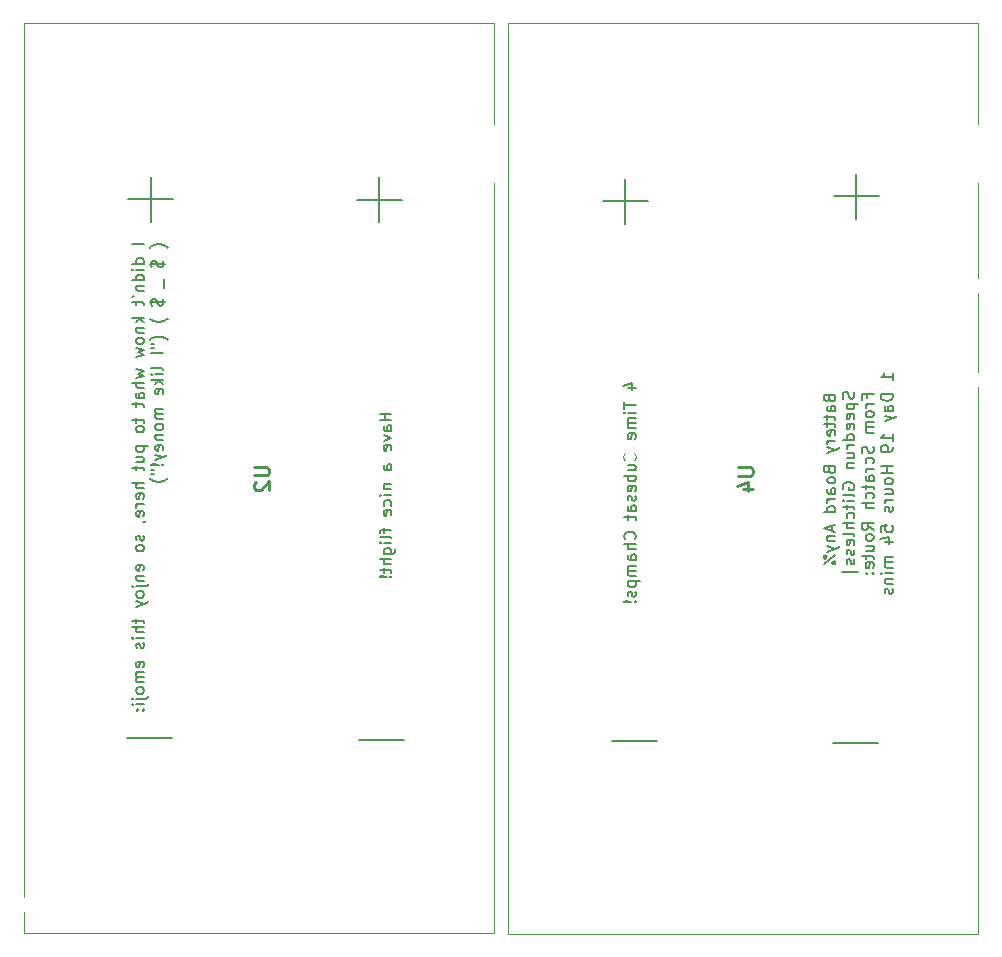
<source format=gbr>
%TF.GenerationSoftware,KiCad,Pcbnew,7.0.1*%
%TF.CreationDate,2023-12-11T20:48:33-07:00*%
%TF.ProjectId,Battery_Board_V3,42617474-6572-4795-9f42-6f6172645f56,rev?*%
%TF.SameCoordinates,Original*%
%TF.FileFunction,Legend,Bot*%
%TF.FilePolarity,Positive*%
%FSLAX46Y46*%
G04 Gerber Fmt 4.6, Leading zero omitted, Abs format (unit mm)*
G04 Created by KiCad (PCBNEW 7.0.1) date 2023-12-11 20:48:33*
%MOMM*%
%LPD*%
G01*
G04 APERTURE LIST*
%ADD10C,0.150000*%
%ADD11C,0.254000*%
%ADD12C,0.100000*%
%ADD13C,0.500000*%
%ADD14C,5.000000*%
%ADD15C,2.000000*%
%ADD16R,1.700000X1.700000*%
%ADD17O,1.700000X1.700000*%
%ADD18C,1.800000*%
%ADD19O,2.416000X1.208000*%
%ADD20C,1.000000*%
%ADD21R,1.508000X1.508000*%
%ADD22C,1.508000*%
%ADD23C,4.770000*%
%ADD24C,5.325000*%
%ADD25C,3.570000*%
%ADD26C,1.980000*%
G04 APERTURE END LIST*
D10*
X166471578Y-65123333D02*
X162662055Y-65123333D01*
X164566816Y-67028095D02*
X164566816Y-63218571D01*
X145654761Y-64958333D02*
X141845238Y-64958333D01*
X143749999Y-66863095D02*
X143749999Y-63053571D01*
X126279761Y-64924333D02*
X122470238Y-64924333D01*
X124374999Y-66829095D02*
X124374999Y-63019571D01*
X144767619Y-83078095D02*
X143767619Y-83078095D01*
X144243809Y-83078095D02*
X144243809Y-83649523D01*
X144767619Y-83649523D02*
X143767619Y-83649523D01*
X144767619Y-84554285D02*
X144243809Y-84554285D01*
X144243809Y-84554285D02*
X144148571Y-84506666D01*
X144148571Y-84506666D02*
X144100952Y-84411428D01*
X144100952Y-84411428D02*
X144100952Y-84220952D01*
X144100952Y-84220952D02*
X144148571Y-84125714D01*
X144720000Y-84554285D02*
X144767619Y-84459047D01*
X144767619Y-84459047D02*
X144767619Y-84220952D01*
X144767619Y-84220952D02*
X144720000Y-84125714D01*
X144720000Y-84125714D02*
X144624761Y-84078095D01*
X144624761Y-84078095D02*
X144529523Y-84078095D01*
X144529523Y-84078095D02*
X144434285Y-84125714D01*
X144434285Y-84125714D02*
X144386666Y-84220952D01*
X144386666Y-84220952D02*
X144386666Y-84459047D01*
X144386666Y-84459047D02*
X144339047Y-84554285D01*
X144100952Y-84935238D02*
X144767619Y-85173333D01*
X144767619Y-85173333D02*
X144100952Y-85411428D01*
X144720000Y-86173333D02*
X144767619Y-86078095D01*
X144767619Y-86078095D02*
X144767619Y-85887619D01*
X144767619Y-85887619D02*
X144720000Y-85792381D01*
X144720000Y-85792381D02*
X144624761Y-85744762D01*
X144624761Y-85744762D02*
X144243809Y-85744762D01*
X144243809Y-85744762D02*
X144148571Y-85792381D01*
X144148571Y-85792381D02*
X144100952Y-85887619D01*
X144100952Y-85887619D02*
X144100952Y-86078095D01*
X144100952Y-86078095D02*
X144148571Y-86173333D01*
X144148571Y-86173333D02*
X144243809Y-86220952D01*
X144243809Y-86220952D02*
X144339047Y-86220952D01*
X144339047Y-86220952D02*
X144434285Y-85744762D01*
X144767619Y-87840000D02*
X144243809Y-87840000D01*
X144243809Y-87840000D02*
X144148571Y-87792381D01*
X144148571Y-87792381D02*
X144100952Y-87697143D01*
X144100952Y-87697143D02*
X144100952Y-87506667D01*
X144100952Y-87506667D02*
X144148571Y-87411429D01*
X144720000Y-87840000D02*
X144767619Y-87744762D01*
X144767619Y-87744762D02*
X144767619Y-87506667D01*
X144767619Y-87506667D02*
X144720000Y-87411429D01*
X144720000Y-87411429D02*
X144624761Y-87363810D01*
X144624761Y-87363810D02*
X144529523Y-87363810D01*
X144529523Y-87363810D02*
X144434285Y-87411429D01*
X144434285Y-87411429D02*
X144386666Y-87506667D01*
X144386666Y-87506667D02*
X144386666Y-87744762D01*
X144386666Y-87744762D02*
X144339047Y-87840000D01*
X144100952Y-89078096D02*
X144767619Y-89078096D01*
X144196190Y-89078096D02*
X144148571Y-89125715D01*
X144148571Y-89125715D02*
X144100952Y-89220953D01*
X144100952Y-89220953D02*
X144100952Y-89363810D01*
X144100952Y-89363810D02*
X144148571Y-89459048D01*
X144148571Y-89459048D02*
X144243809Y-89506667D01*
X144243809Y-89506667D02*
X144767619Y-89506667D01*
X144767619Y-89982858D02*
X144100952Y-89982858D01*
X143767619Y-89982858D02*
X143815238Y-89935239D01*
X143815238Y-89935239D02*
X143862857Y-89982858D01*
X143862857Y-89982858D02*
X143815238Y-90030477D01*
X143815238Y-90030477D02*
X143767619Y-89982858D01*
X143767619Y-89982858D02*
X143862857Y-89982858D01*
X144720000Y-90887619D02*
X144767619Y-90792381D01*
X144767619Y-90792381D02*
X144767619Y-90601905D01*
X144767619Y-90601905D02*
X144720000Y-90506667D01*
X144720000Y-90506667D02*
X144672380Y-90459048D01*
X144672380Y-90459048D02*
X144577142Y-90411429D01*
X144577142Y-90411429D02*
X144291428Y-90411429D01*
X144291428Y-90411429D02*
X144196190Y-90459048D01*
X144196190Y-90459048D02*
X144148571Y-90506667D01*
X144148571Y-90506667D02*
X144100952Y-90601905D01*
X144100952Y-90601905D02*
X144100952Y-90792381D01*
X144100952Y-90792381D02*
X144148571Y-90887619D01*
X144720000Y-91697143D02*
X144767619Y-91601905D01*
X144767619Y-91601905D02*
X144767619Y-91411429D01*
X144767619Y-91411429D02*
X144720000Y-91316191D01*
X144720000Y-91316191D02*
X144624761Y-91268572D01*
X144624761Y-91268572D02*
X144243809Y-91268572D01*
X144243809Y-91268572D02*
X144148571Y-91316191D01*
X144148571Y-91316191D02*
X144100952Y-91411429D01*
X144100952Y-91411429D02*
X144100952Y-91601905D01*
X144100952Y-91601905D02*
X144148571Y-91697143D01*
X144148571Y-91697143D02*
X144243809Y-91744762D01*
X144243809Y-91744762D02*
X144339047Y-91744762D01*
X144339047Y-91744762D02*
X144434285Y-91268572D01*
X144100952Y-92792382D02*
X144100952Y-93173334D01*
X144767619Y-92935239D02*
X143910476Y-92935239D01*
X143910476Y-92935239D02*
X143815238Y-92982858D01*
X143815238Y-92982858D02*
X143767619Y-93078096D01*
X143767619Y-93078096D02*
X143767619Y-93173334D01*
X144767619Y-93649525D02*
X144720000Y-93554287D01*
X144720000Y-93554287D02*
X144624761Y-93506668D01*
X144624761Y-93506668D02*
X143767619Y-93506668D01*
X144767619Y-94030478D02*
X144100952Y-94030478D01*
X143767619Y-94030478D02*
X143815238Y-93982859D01*
X143815238Y-93982859D02*
X143862857Y-94030478D01*
X143862857Y-94030478D02*
X143815238Y-94078097D01*
X143815238Y-94078097D02*
X143767619Y-94030478D01*
X143767619Y-94030478D02*
X143862857Y-94030478D01*
X144100952Y-94935239D02*
X144910476Y-94935239D01*
X144910476Y-94935239D02*
X145005714Y-94887620D01*
X145005714Y-94887620D02*
X145053333Y-94840001D01*
X145053333Y-94840001D02*
X145100952Y-94744763D01*
X145100952Y-94744763D02*
X145100952Y-94601906D01*
X145100952Y-94601906D02*
X145053333Y-94506668D01*
X144720000Y-94935239D02*
X144767619Y-94840001D01*
X144767619Y-94840001D02*
X144767619Y-94649525D01*
X144767619Y-94649525D02*
X144720000Y-94554287D01*
X144720000Y-94554287D02*
X144672380Y-94506668D01*
X144672380Y-94506668D02*
X144577142Y-94459049D01*
X144577142Y-94459049D02*
X144291428Y-94459049D01*
X144291428Y-94459049D02*
X144196190Y-94506668D01*
X144196190Y-94506668D02*
X144148571Y-94554287D01*
X144148571Y-94554287D02*
X144100952Y-94649525D01*
X144100952Y-94649525D02*
X144100952Y-94840001D01*
X144100952Y-94840001D02*
X144148571Y-94935239D01*
X144767619Y-95411430D02*
X143767619Y-95411430D01*
X144767619Y-95840001D02*
X144243809Y-95840001D01*
X144243809Y-95840001D02*
X144148571Y-95792382D01*
X144148571Y-95792382D02*
X144100952Y-95697144D01*
X144100952Y-95697144D02*
X144100952Y-95554287D01*
X144100952Y-95554287D02*
X144148571Y-95459049D01*
X144148571Y-95459049D02*
X144196190Y-95411430D01*
X144100952Y-96173335D02*
X144100952Y-96554287D01*
X143767619Y-96316192D02*
X144624761Y-96316192D01*
X144624761Y-96316192D02*
X144720000Y-96363811D01*
X144720000Y-96363811D02*
X144767619Y-96459049D01*
X144767619Y-96459049D02*
X144767619Y-96554287D01*
X144672380Y-96887621D02*
X144720000Y-96935240D01*
X144720000Y-96935240D02*
X144767619Y-96887621D01*
X144767619Y-96887621D02*
X144720000Y-96840002D01*
X144720000Y-96840002D02*
X144672380Y-96887621D01*
X144672380Y-96887621D02*
X144767619Y-96887621D01*
X144386666Y-96887621D02*
X143815238Y-96840002D01*
X143815238Y-96840002D02*
X143767619Y-96887621D01*
X143767619Y-96887621D02*
X143815238Y-96935240D01*
X143815238Y-96935240D02*
X144386666Y-96887621D01*
X144386666Y-96887621D02*
X143767619Y-96887621D01*
X164790952Y-80956666D02*
X165457619Y-80956666D01*
X164410000Y-80718571D02*
X165124285Y-80480476D01*
X165124285Y-80480476D02*
X165124285Y-81099523D01*
X164457619Y-82099524D02*
X164457619Y-82670952D01*
X165457619Y-82385238D02*
X164457619Y-82385238D01*
X165457619Y-83004286D02*
X164790952Y-83004286D01*
X164457619Y-83004286D02*
X164505238Y-82956667D01*
X164505238Y-82956667D02*
X164552857Y-83004286D01*
X164552857Y-83004286D02*
X164505238Y-83051905D01*
X164505238Y-83051905D02*
X164457619Y-83004286D01*
X164457619Y-83004286D02*
X164552857Y-83004286D01*
X165457619Y-83480476D02*
X164790952Y-83480476D01*
X164886190Y-83480476D02*
X164838571Y-83528095D01*
X164838571Y-83528095D02*
X164790952Y-83623333D01*
X164790952Y-83623333D02*
X164790952Y-83766190D01*
X164790952Y-83766190D02*
X164838571Y-83861428D01*
X164838571Y-83861428D02*
X164933809Y-83909047D01*
X164933809Y-83909047D02*
X165457619Y-83909047D01*
X164933809Y-83909047D02*
X164838571Y-83956666D01*
X164838571Y-83956666D02*
X164790952Y-84051904D01*
X164790952Y-84051904D02*
X164790952Y-84194761D01*
X164790952Y-84194761D02*
X164838571Y-84290000D01*
X164838571Y-84290000D02*
X164933809Y-84337619D01*
X164933809Y-84337619D02*
X165457619Y-84337619D01*
X165410000Y-85194761D02*
X165457619Y-85099523D01*
X165457619Y-85099523D02*
X165457619Y-84909047D01*
X165457619Y-84909047D02*
X165410000Y-84813809D01*
X165410000Y-84813809D02*
X165314761Y-84766190D01*
X165314761Y-84766190D02*
X164933809Y-84766190D01*
X164933809Y-84766190D02*
X164838571Y-84813809D01*
X164838571Y-84813809D02*
X164790952Y-84909047D01*
X164790952Y-84909047D02*
X164790952Y-85099523D01*
X164790952Y-85099523D02*
X164838571Y-85194761D01*
X164838571Y-85194761D02*
X164933809Y-85242380D01*
X164933809Y-85242380D02*
X165029047Y-85242380D01*
X165029047Y-85242380D02*
X165124285Y-84766190D01*
X165362380Y-87004285D02*
X165410000Y-86956666D01*
X165410000Y-86956666D02*
X165457619Y-86813809D01*
X165457619Y-86813809D02*
X165457619Y-86718571D01*
X165457619Y-86718571D02*
X165410000Y-86575714D01*
X165410000Y-86575714D02*
X165314761Y-86480476D01*
X165314761Y-86480476D02*
X165219523Y-86432857D01*
X165219523Y-86432857D02*
X165029047Y-86385238D01*
X165029047Y-86385238D02*
X164886190Y-86385238D01*
X164886190Y-86385238D02*
X164695714Y-86432857D01*
X164695714Y-86432857D02*
X164600476Y-86480476D01*
X164600476Y-86480476D02*
X164505238Y-86575714D01*
X164505238Y-86575714D02*
X164457619Y-86718571D01*
X164457619Y-86718571D02*
X164457619Y-86813809D01*
X164457619Y-86813809D02*
X164505238Y-86956666D01*
X164505238Y-86956666D02*
X164552857Y-87004285D01*
X164790952Y-87861428D02*
X165457619Y-87861428D01*
X164790952Y-87432857D02*
X165314761Y-87432857D01*
X165314761Y-87432857D02*
X165410000Y-87480476D01*
X165410000Y-87480476D02*
X165457619Y-87575714D01*
X165457619Y-87575714D02*
X165457619Y-87718571D01*
X165457619Y-87718571D02*
X165410000Y-87813809D01*
X165410000Y-87813809D02*
X165362380Y-87861428D01*
X165457619Y-88337619D02*
X164457619Y-88337619D01*
X164838571Y-88337619D02*
X164790952Y-88432857D01*
X164790952Y-88432857D02*
X164790952Y-88623333D01*
X164790952Y-88623333D02*
X164838571Y-88718571D01*
X164838571Y-88718571D02*
X164886190Y-88766190D01*
X164886190Y-88766190D02*
X164981428Y-88813809D01*
X164981428Y-88813809D02*
X165267142Y-88813809D01*
X165267142Y-88813809D02*
X165362380Y-88766190D01*
X165362380Y-88766190D02*
X165410000Y-88718571D01*
X165410000Y-88718571D02*
X165457619Y-88623333D01*
X165457619Y-88623333D02*
X165457619Y-88432857D01*
X165457619Y-88432857D02*
X165410000Y-88337619D01*
X165410000Y-89623333D02*
X165457619Y-89528095D01*
X165457619Y-89528095D02*
X165457619Y-89337619D01*
X165457619Y-89337619D02*
X165410000Y-89242381D01*
X165410000Y-89242381D02*
X165314761Y-89194762D01*
X165314761Y-89194762D02*
X164933809Y-89194762D01*
X164933809Y-89194762D02*
X164838571Y-89242381D01*
X164838571Y-89242381D02*
X164790952Y-89337619D01*
X164790952Y-89337619D02*
X164790952Y-89528095D01*
X164790952Y-89528095D02*
X164838571Y-89623333D01*
X164838571Y-89623333D02*
X164933809Y-89670952D01*
X164933809Y-89670952D02*
X165029047Y-89670952D01*
X165029047Y-89670952D02*
X165124285Y-89194762D01*
X165410000Y-90051905D02*
X165457619Y-90147143D01*
X165457619Y-90147143D02*
X165457619Y-90337619D01*
X165457619Y-90337619D02*
X165410000Y-90432857D01*
X165410000Y-90432857D02*
X165314761Y-90480476D01*
X165314761Y-90480476D02*
X165267142Y-90480476D01*
X165267142Y-90480476D02*
X165171904Y-90432857D01*
X165171904Y-90432857D02*
X165124285Y-90337619D01*
X165124285Y-90337619D02*
X165124285Y-90194762D01*
X165124285Y-90194762D02*
X165076666Y-90099524D01*
X165076666Y-90099524D02*
X164981428Y-90051905D01*
X164981428Y-90051905D02*
X164933809Y-90051905D01*
X164933809Y-90051905D02*
X164838571Y-90099524D01*
X164838571Y-90099524D02*
X164790952Y-90194762D01*
X164790952Y-90194762D02*
X164790952Y-90337619D01*
X164790952Y-90337619D02*
X164838571Y-90432857D01*
X165457619Y-91337619D02*
X164933809Y-91337619D01*
X164933809Y-91337619D02*
X164838571Y-91290000D01*
X164838571Y-91290000D02*
X164790952Y-91194762D01*
X164790952Y-91194762D02*
X164790952Y-91004286D01*
X164790952Y-91004286D02*
X164838571Y-90909048D01*
X165410000Y-91337619D02*
X165457619Y-91242381D01*
X165457619Y-91242381D02*
X165457619Y-91004286D01*
X165457619Y-91004286D02*
X165410000Y-90909048D01*
X165410000Y-90909048D02*
X165314761Y-90861429D01*
X165314761Y-90861429D02*
X165219523Y-90861429D01*
X165219523Y-90861429D02*
X165124285Y-90909048D01*
X165124285Y-90909048D02*
X165076666Y-91004286D01*
X165076666Y-91004286D02*
X165076666Y-91242381D01*
X165076666Y-91242381D02*
X165029047Y-91337619D01*
X164790952Y-91670953D02*
X164790952Y-92051905D01*
X164457619Y-91813810D02*
X165314761Y-91813810D01*
X165314761Y-91813810D02*
X165410000Y-91861429D01*
X165410000Y-91861429D02*
X165457619Y-91956667D01*
X165457619Y-91956667D02*
X165457619Y-92051905D01*
X165362380Y-93718572D02*
X165410000Y-93670953D01*
X165410000Y-93670953D02*
X165457619Y-93528096D01*
X165457619Y-93528096D02*
X165457619Y-93432858D01*
X165457619Y-93432858D02*
X165410000Y-93290001D01*
X165410000Y-93290001D02*
X165314761Y-93194763D01*
X165314761Y-93194763D02*
X165219523Y-93147144D01*
X165219523Y-93147144D02*
X165029047Y-93099525D01*
X165029047Y-93099525D02*
X164886190Y-93099525D01*
X164886190Y-93099525D02*
X164695714Y-93147144D01*
X164695714Y-93147144D02*
X164600476Y-93194763D01*
X164600476Y-93194763D02*
X164505238Y-93290001D01*
X164505238Y-93290001D02*
X164457619Y-93432858D01*
X164457619Y-93432858D02*
X164457619Y-93528096D01*
X164457619Y-93528096D02*
X164505238Y-93670953D01*
X164505238Y-93670953D02*
X164552857Y-93718572D01*
X165457619Y-94147144D02*
X164457619Y-94147144D01*
X165457619Y-94575715D02*
X164933809Y-94575715D01*
X164933809Y-94575715D02*
X164838571Y-94528096D01*
X164838571Y-94528096D02*
X164790952Y-94432858D01*
X164790952Y-94432858D02*
X164790952Y-94290001D01*
X164790952Y-94290001D02*
X164838571Y-94194763D01*
X164838571Y-94194763D02*
X164886190Y-94147144D01*
X165457619Y-95480477D02*
X164933809Y-95480477D01*
X164933809Y-95480477D02*
X164838571Y-95432858D01*
X164838571Y-95432858D02*
X164790952Y-95337620D01*
X164790952Y-95337620D02*
X164790952Y-95147144D01*
X164790952Y-95147144D02*
X164838571Y-95051906D01*
X165410000Y-95480477D02*
X165457619Y-95385239D01*
X165457619Y-95385239D02*
X165457619Y-95147144D01*
X165457619Y-95147144D02*
X165410000Y-95051906D01*
X165410000Y-95051906D02*
X165314761Y-95004287D01*
X165314761Y-95004287D02*
X165219523Y-95004287D01*
X165219523Y-95004287D02*
X165124285Y-95051906D01*
X165124285Y-95051906D02*
X165076666Y-95147144D01*
X165076666Y-95147144D02*
X165076666Y-95385239D01*
X165076666Y-95385239D02*
X165029047Y-95480477D01*
X165457619Y-95956668D02*
X164790952Y-95956668D01*
X164886190Y-95956668D02*
X164838571Y-96004287D01*
X164838571Y-96004287D02*
X164790952Y-96099525D01*
X164790952Y-96099525D02*
X164790952Y-96242382D01*
X164790952Y-96242382D02*
X164838571Y-96337620D01*
X164838571Y-96337620D02*
X164933809Y-96385239D01*
X164933809Y-96385239D02*
X165457619Y-96385239D01*
X164933809Y-96385239D02*
X164838571Y-96432858D01*
X164838571Y-96432858D02*
X164790952Y-96528096D01*
X164790952Y-96528096D02*
X164790952Y-96670953D01*
X164790952Y-96670953D02*
X164838571Y-96766192D01*
X164838571Y-96766192D02*
X164933809Y-96813811D01*
X164933809Y-96813811D02*
X165457619Y-96813811D01*
X164790952Y-97290001D02*
X165790952Y-97290001D01*
X164838571Y-97290001D02*
X164790952Y-97385239D01*
X164790952Y-97385239D02*
X164790952Y-97575715D01*
X164790952Y-97575715D02*
X164838571Y-97670953D01*
X164838571Y-97670953D02*
X164886190Y-97718572D01*
X164886190Y-97718572D02*
X164981428Y-97766191D01*
X164981428Y-97766191D02*
X165267142Y-97766191D01*
X165267142Y-97766191D02*
X165362380Y-97718572D01*
X165362380Y-97718572D02*
X165410000Y-97670953D01*
X165410000Y-97670953D02*
X165457619Y-97575715D01*
X165457619Y-97575715D02*
X165457619Y-97385239D01*
X165457619Y-97385239D02*
X165410000Y-97290001D01*
X165410000Y-98147144D02*
X165457619Y-98242382D01*
X165457619Y-98242382D02*
X165457619Y-98432858D01*
X165457619Y-98432858D02*
X165410000Y-98528096D01*
X165410000Y-98528096D02*
X165314761Y-98575715D01*
X165314761Y-98575715D02*
X165267142Y-98575715D01*
X165267142Y-98575715D02*
X165171904Y-98528096D01*
X165171904Y-98528096D02*
X165124285Y-98432858D01*
X165124285Y-98432858D02*
X165124285Y-98290001D01*
X165124285Y-98290001D02*
X165076666Y-98194763D01*
X165076666Y-98194763D02*
X164981428Y-98147144D01*
X164981428Y-98147144D02*
X164933809Y-98147144D01*
X164933809Y-98147144D02*
X164838571Y-98194763D01*
X164838571Y-98194763D02*
X164790952Y-98290001D01*
X164790952Y-98290001D02*
X164790952Y-98432858D01*
X164790952Y-98432858D02*
X164838571Y-98528096D01*
X165362380Y-99004287D02*
X165410000Y-99051906D01*
X165410000Y-99051906D02*
X165457619Y-99004287D01*
X165457619Y-99004287D02*
X165410000Y-98956668D01*
X165410000Y-98956668D02*
X165362380Y-99004287D01*
X165362380Y-99004287D02*
X165457619Y-99004287D01*
X165076666Y-99004287D02*
X164505238Y-98956668D01*
X164505238Y-98956668D02*
X164457619Y-99004287D01*
X164457619Y-99004287D02*
X164505238Y-99051906D01*
X164505238Y-99051906D02*
X165076666Y-99004287D01*
X165076666Y-99004287D02*
X164457619Y-99004287D01*
X167254761Y-110808333D02*
X163445238Y-110808333D01*
X145829761Y-110683333D02*
X142020238Y-110683333D01*
X123817619Y-68748095D02*
X122817619Y-68748095D01*
X123817619Y-70414761D02*
X122817619Y-70414761D01*
X123770000Y-70414761D02*
X123817619Y-70319523D01*
X123817619Y-70319523D02*
X123817619Y-70129047D01*
X123817619Y-70129047D02*
X123770000Y-70033809D01*
X123770000Y-70033809D02*
X123722380Y-69986190D01*
X123722380Y-69986190D02*
X123627142Y-69938571D01*
X123627142Y-69938571D02*
X123341428Y-69938571D01*
X123341428Y-69938571D02*
X123246190Y-69986190D01*
X123246190Y-69986190D02*
X123198571Y-70033809D01*
X123198571Y-70033809D02*
X123150952Y-70129047D01*
X123150952Y-70129047D02*
X123150952Y-70319523D01*
X123150952Y-70319523D02*
X123198571Y-70414761D01*
X123817619Y-70890952D02*
X123150952Y-70890952D01*
X122817619Y-70890952D02*
X122865238Y-70843333D01*
X122865238Y-70843333D02*
X122912857Y-70890952D01*
X122912857Y-70890952D02*
X122865238Y-70938571D01*
X122865238Y-70938571D02*
X122817619Y-70890952D01*
X122817619Y-70890952D02*
X122912857Y-70890952D01*
X123817619Y-71795713D02*
X122817619Y-71795713D01*
X123770000Y-71795713D02*
X123817619Y-71700475D01*
X123817619Y-71700475D02*
X123817619Y-71509999D01*
X123817619Y-71509999D02*
X123770000Y-71414761D01*
X123770000Y-71414761D02*
X123722380Y-71367142D01*
X123722380Y-71367142D02*
X123627142Y-71319523D01*
X123627142Y-71319523D02*
X123341428Y-71319523D01*
X123341428Y-71319523D02*
X123246190Y-71367142D01*
X123246190Y-71367142D02*
X123198571Y-71414761D01*
X123198571Y-71414761D02*
X123150952Y-71509999D01*
X123150952Y-71509999D02*
X123150952Y-71700475D01*
X123150952Y-71700475D02*
X123198571Y-71795713D01*
X123150952Y-72271904D02*
X123817619Y-72271904D01*
X123246190Y-72271904D02*
X123198571Y-72319523D01*
X123198571Y-72319523D02*
X123150952Y-72414761D01*
X123150952Y-72414761D02*
X123150952Y-72557618D01*
X123150952Y-72557618D02*
X123198571Y-72652856D01*
X123198571Y-72652856D02*
X123293809Y-72700475D01*
X123293809Y-72700475D02*
X123817619Y-72700475D01*
X122817619Y-73224285D02*
X123008095Y-73129047D01*
X123150952Y-73509999D02*
X123150952Y-73890951D01*
X122817619Y-73652856D02*
X123674761Y-73652856D01*
X123674761Y-73652856D02*
X123770000Y-73700475D01*
X123770000Y-73700475D02*
X123817619Y-73795713D01*
X123817619Y-73795713D02*
X123817619Y-73890951D01*
X123817619Y-74986190D02*
X122817619Y-74986190D01*
X123436666Y-75081428D02*
X123817619Y-75367142D01*
X123150952Y-75367142D02*
X123531904Y-74986190D01*
X123150952Y-75795714D02*
X123817619Y-75795714D01*
X123246190Y-75795714D02*
X123198571Y-75843333D01*
X123198571Y-75843333D02*
X123150952Y-75938571D01*
X123150952Y-75938571D02*
X123150952Y-76081428D01*
X123150952Y-76081428D02*
X123198571Y-76176666D01*
X123198571Y-76176666D02*
X123293809Y-76224285D01*
X123293809Y-76224285D02*
X123817619Y-76224285D01*
X123817619Y-76843333D02*
X123770000Y-76748095D01*
X123770000Y-76748095D02*
X123722380Y-76700476D01*
X123722380Y-76700476D02*
X123627142Y-76652857D01*
X123627142Y-76652857D02*
X123341428Y-76652857D01*
X123341428Y-76652857D02*
X123246190Y-76700476D01*
X123246190Y-76700476D02*
X123198571Y-76748095D01*
X123198571Y-76748095D02*
X123150952Y-76843333D01*
X123150952Y-76843333D02*
X123150952Y-76986190D01*
X123150952Y-76986190D02*
X123198571Y-77081428D01*
X123198571Y-77081428D02*
X123246190Y-77129047D01*
X123246190Y-77129047D02*
X123341428Y-77176666D01*
X123341428Y-77176666D02*
X123627142Y-77176666D01*
X123627142Y-77176666D02*
X123722380Y-77129047D01*
X123722380Y-77129047D02*
X123770000Y-77081428D01*
X123770000Y-77081428D02*
X123817619Y-76986190D01*
X123817619Y-76986190D02*
X123817619Y-76843333D01*
X123150952Y-77510000D02*
X123817619Y-77700476D01*
X123817619Y-77700476D02*
X123341428Y-77890952D01*
X123341428Y-77890952D02*
X123817619Y-78081428D01*
X123817619Y-78081428D02*
X123150952Y-78271904D01*
X123150952Y-79319524D02*
X123817619Y-79510000D01*
X123817619Y-79510000D02*
X123341428Y-79700476D01*
X123341428Y-79700476D02*
X123817619Y-79890952D01*
X123817619Y-79890952D02*
X123150952Y-80081428D01*
X123817619Y-80462381D02*
X122817619Y-80462381D01*
X123817619Y-80890952D02*
X123293809Y-80890952D01*
X123293809Y-80890952D02*
X123198571Y-80843333D01*
X123198571Y-80843333D02*
X123150952Y-80748095D01*
X123150952Y-80748095D02*
X123150952Y-80605238D01*
X123150952Y-80605238D02*
X123198571Y-80510000D01*
X123198571Y-80510000D02*
X123246190Y-80462381D01*
X123817619Y-81795714D02*
X123293809Y-81795714D01*
X123293809Y-81795714D02*
X123198571Y-81748095D01*
X123198571Y-81748095D02*
X123150952Y-81652857D01*
X123150952Y-81652857D02*
X123150952Y-81462381D01*
X123150952Y-81462381D02*
X123198571Y-81367143D01*
X123770000Y-81795714D02*
X123817619Y-81700476D01*
X123817619Y-81700476D02*
X123817619Y-81462381D01*
X123817619Y-81462381D02*
X123770000Y-81367143D01*
X123770000Y-81367143D02*
X123674761Y-81319524D01*
X123674761Y-81319524D02*
X123579523Y-81319524D01*
X123579523Y-81319524D02*
X123484285Y-81367143D01*
X123484285Y-81367143D02*
X123436666Y-81462381D01*
X123436666Y-81462381D02*
X123436666Y-81700476D01*
X123436666Y-81700476D02*
X123389047Y-81795714D01*
X123150952Y-82129048D02*
X123150952Y-82510000D01*
X122817619Y-82271905D02*
X123674761Y-82271905D01*
X123674761Y-82271905D02*
X123770000Y-82319524D01*
X123770000Y-82319524D02*
X123817619Y-82414762D01*
X123817619Y-82414762D02*
X123817619Y-82510000D01*
X123150952Y-83462382D02*
X123150952Y-83843334D01*
X122817619Y-83605239D02*
X123674761Y-83605239D01*
X123674761Y-83605239D02*
X123770000Y-83652858D01*
X123770000Y-83652858D02*
X123817619Y-83748096D01*
X123817619Y-83748096D02*
X123817619Y-83843334D01*
X123817619Y-84319525D02*
X123770000Y-84224287D01*
X123770000Y-84224287D02*
X123722380Y-84176668D01*
X123722380Y-84176668D02*
X123627142Y-84129049D01*
X123627142Y-84129049D02*
X123341428Y-84129049D01*
X123341428Y-84129049D02*
X123246190Y-84176668D01*
X123246190Y-84176668D02*
X123198571Y-84224287D01*
X123198571Y-84224287D02*
X123150952Y-84319525D01*
X123150952Y-84319525D02*
X123150952Y-84462382D01*
X123150952Y-84462382D02*
X123198571Y-84557620D01*
X123198571Y-84557620D02*
X123246190Y-84605239D01*
X123246190Y-84605239D02*
X123341428Y-84652858D01*
X123341428Y-84652858D02*
X123627142Y-84652858D01*
X123627142Y-84652858D02*
X123722380Y-84605239D01*
X123722380Y-84605239D02*
X123770000Y-84557620D01*
X123770000Y-84557620D02*
X123817619Y-84462382D01*
X123817619Y-84462382D02*
X123817619Y-84319525D01*
X123150952Y-85843335D02*
X124150952Y-85843335D01*
X123198571Y-85843335D02*
X123150952Y-85938573D01*
X123150952Y-85938573D02*
X123150952Y-86129049D01*
X123150952Y-86129049D02*
X123198571Y-86224287D01*
X123198571Y-86224287D02*
X123246190Y-86271906D01*
X123246190Y-86271906D02*
X123341428Y-86319525D01*
X123341428Y-86319525D02*
X123627142Y-86319525D01*
X123627142Y-86319525D02*
X123722380Y-86271906D01*
X123722380Y-86271906D02*
X123770000Y-86224287D01*
X123770000Y-86224287D02*
X123817619Y-86129049D01*
X123817619Y-86129049D02*
X123817619Y-85938573D01*
X123817619Y-85938573D02*
X123770000Y-85843335D01*
X123150952Y-87176668D02*
X123817619Y-87176668D01*
X123150952Y-86748097D02*
X123674761Y-86748097D01*
X123674761Y-86748097D02*
X123770000Y-86795716D01*
X123770000Y-86795716D02*
X123817619Y-86890954D01*
X123817619Y-86890954D02*
X123817619Y-87033811D01*
X123817619Y-87033811D02*
X123770000Y-87129049D01*
X123770000Y-87129049D02*
X123722380Y-87176668D01*
X123150952Y-87510002D02*
X123150952Y-87890954D01*
X122817619Y-87652859D02*
X123674761Y-87652859D01*
X123674761Y-87652859D02*
X123770000Y-87700478D01*
X123770000Y-87700478D02*
X123817619Y-87795716D01*
X123817619Y-87795716D02*
X123817619Y-87890954D01*
X123817619Y-88986193D02*
X122817619Y-88986193D01*
X123817619Y-89414764D02*
X123293809Y-89414764D01*
X123293809Y-89414764D02*
X123198571Y-89367145D01*
X123198571Y-89367145D02*
X123150952Y-89271907D01*
X123150952Y-89271907D02*
X123150952Y-89129050D01*
X123150952Y-89129050D02*
X123198571Y-89033812D01*
X123198571Y-89033812D02*
X123246190Y-88986193D01*
X123770000Y-90271907D02*
X123817619Y-90176669D01*
X123817619Y-90176669D02*
X123817619Y-89986193D01*
X123817619Y-89986193D02*
X123770000Y-89890955D01*
X123770000Y-89890955D02*
X123674761Y-89843336D01*
X123674761Y-89843336D02*
X123293809Y-89843336D01*
X123293809Y-89843336D02*
X123198571Y-89890955D01*
X123198571Y-89890955D02*
X123150952Y-89986193D01*
X123150952Y-89986193D02*
X123150952Y-90176669D01*
X123150952Y-90176669D02*
X123198571Y-90271907D01*
X123198571Y-90271907D02*
X123293809Y-90319526D01*
X123293809Y-90319526D02*
X123389047Y-90319526D01*
X123389047Y-90319526D02*
X123484285Y-89843336D01*
X123817619Y-90748098D02*
X123150952Y-90748098D01*
X123341428Y-90748098D02*
X123246190Y-90795717D01*
X123246190Y-90795717D02*
X123198571Y-90843336D01*
X123198571Y-90843336D02*
X123150952Y-90938574D01*
X123150952Y-90938574D02*
X123150952Y-91033812D01*
X123770000Y-91748098D02*
X123817619Y-91652860D01*
X123817619Y-91652860D02*
X123817619Y-91462384D01*
X123817619Y-91462384D02*
X123770000Y-91367146D01*
X123770000Y-91367146D02*
X123674761Y-91319527D01*
X123674761Y-91319527D02*
X123293809Y-91319527D01*
X123293809Y-91319527D02*
X123198571Y-91367146D01*
X123198571Y-91367146D02*
X123150952Y-91462384D01*
X123150952Y-91462384D02*
X123150952Y-91652860D01*
X123150952Y-91652860D02*
X123198571Y-91748098D01*
X123198571Y-91748098D02*
X123293809Y-91795717D01*
X123293809Y-91795717D02*
X123389047Y-91795717D01*
X123389047Y-91795717D02*
X123484285Y-91319527D01*
X123770000Y-92271908D02*
X123817619Y-92271908D01*
X123817619Y-92271908D02*
X123912857Y-92224289D01*
X123912857Y-92224289D02*
X123960476Y-92176670D01*
X123770000Y-93414765D02*
X123817619Y-93510003D01*
X123817619Y-93510003D02*
X123817619Y-93700479D01*
X123817619Y-93700479D02*
X123770000Y-93795717D01*
X123770000Y-93795717D02*
X123674761Y-93843336D01*
X123674761Y-93843336D02*
X123627142Y-93843336D01*
X123627142Y-93843336D02*
X123531904Y-93795717D01*
X123531904Y-93795717D02*
X123484285Y-93700479D01*
X123484285Y-93700479D02*
X123484285Y-93557622D01*
X123484285Y-93557622D02*
X123436666Y-93462384D01*
X123436666Y-93462384D02*
X123341428Y-93414765D01*
X123341428Y-93414765D02*
X123293809Y-93414765D01*
X123293809Y-93414765D02*
X123198571Y-93462384D01*
X123198571Y-93462384D02*
X123150952Y-93557622D01*
X123150952Y-93557622D02*
X123150952Y-93700479D01*
X123150952Y-93700479D02*
X123198571Y-93795717D01*
X123817619Y-94414765D02*
X123770000Y-94319527D01*
X123770000Y-94319527D02*
X123722380Y-94271908D01*
X123722380Y-94271908D02*
X123627142Y-94224289D01*
X123627142Y-94224289D02*
X123341428Y-94224289D01*
X123341428Y-94224289D02*
X123246190Y-94271908D01*
X123246190Y-94271908D02*
X123198571Y-94319527D01*
X123198571Y-94319527D02*
X123150952Y-94414765D01*
X123150952Y-94414765D02*
X123150952Y-94557622D01*
X123150952Y-94557622D02*
X123198571Y-94652860D01*
X123198571Y-94652860D02*
X123246190Y-94700479D01*
X123246190Y-94700479D02*
X123341428Y-94748098D01*
X123341428Y-94748098D02*
X123627142Y-94748098D01*
X123627142Y-94748098D02*
X123722380Y-94700479D01*
X123722380Y-94700479D02*
X123770000Y-94652860D01*
X123770000Y-94652860D02*
X123817619Y-94557622D01*
X123817619Y-94557622D02*
X123817619Y-94414765D01*
X123770000Y-96319527D02*
X123817619Y-96224289D01*
X123817619Y-96224289D02*
X123817619Y-96033813D01*
X123817619Y-96033813D02*
X123770000Y-95938575D01*
X123770000Y-95938575D02*
X123674761Y-95890956D01*
X123674761Y-95890956D02*
X123293809Y-95890956D01*
X123293809Y-95890956D02*
X123198571Y-95938575D01*
X123198571Y-95938575D02*
X123150952Y-96033813D01*
X123150952Y-96033813D02*
X123150952Y-96224289D01*
X123150952Y-96224289D02*
X123198571Y-96319527D01*
X123198571Y-96319527D02*
X123293809Y-96367146D01*
X123293809Y-96367146D02*
X123389047Y-96367146D01*
X123389047Y-96367146D02*
X123484285Y-95890956D01*
X123150952Y-96795718D02*
X123817619Y-96795718D01*
X123246190Y-96795718D02*
X123198571Y-96843337D01*
X123198571Y-96843337D02*
X123150952Y-96938575D01*
X123150952Y-96938575D02*
X123150952Y-97081432D01*
X123150952Y-97081432D02*
X123198571Y-97176670D01*
X123198571Y-97176670D02*
X123293809Y-97224289D01*
X123293809Y-97224289D02*
X123817619Y-97224289D01*
X123150952Y-97700480D02*
X124008095Y-97700480D01*
X124008095Y-97700480D02*
X124103333Y-97652861D01*
X124103333Y-97652861D02*
X124150952Y-97557623D01*
X124150952Y-97557623D02*
X124150952Y-97510004D01*
X122817619Y-97700480D02*
X122865238Y-97652861D01*
X122865238Y-97652861D02*
X122912857Y-97700480D01*
X122912857Y-97700480D02*
X122865238Y-97748099D01*
X122865238Y-97748099D02*
X122817619Y-97700480D01*
X122817619Y-97700480D02*
X122912857Y-97700480D01*
X123817619Y-98319527D02*
X123770000Y-98224289D01*
X123770000Y-98224289D02*
X123722380Y-98176670D01*
X123722380Y-98176670D02*
X123627142Y-98129051D01*
X123627142Y-98129051D02*
X123341428Y-98129051D01*
X123341428Y-98129051D02*
X123246190Y-98176670D01*
X123246190Y-98176670D02*
X123198571Y-98224289D01*
X123198571Y-98224289D02*
X123150952Y-98319527D01*
X123150952Y-98319527D02*
X123150952Y-98462384D01*
X123150952Y-98462384D02*
X123198571Y-98557622D01*
X123198571Y-98557622D02*
X123246190Y-98605241D01*
X123246190Y-98605241D02*
X123341428Y-98652860D01*
X123341428Y-98652860D02*
X123627142Y-98652860D01*
X123627142Y-98652860D02*
X123722380Y-98605241D01*
X123722380Y-98605241D02*
X123770000Y-98557622D01*
X123770000Y-98557622D02*
X123817619Y-98462384D01*
X123817619Y-98462384D02*
X123817619Y-98319527D01*
X123150952Y-98986194D02*
X123817619Y-99224289D01*
X123150952Y-99462384D02*
X123817619Y-99224289D01*
X123817619Y-99224289D02*
X124055714Y-99129051D01*
X124055714Y-99129051D02*
X124103333Y-99081432D01*
X124103333Y-99081432D02*
X124150952Y-98986194D01*
X123150952Y-100462385D02*
X123150952Y-100843337D01*
X122817619Y-100605242D02*
X123674761Y-100605242D01*
X123674761Y-100605242D02*
X123770000Y-100652861D01*
X123770000Y-100652861D02*
X123817619Y-100748099D01*
X123817619Y-100748099D02*
X123817619Y-100843337D01*
X123817619Y-101176671D02*
X122817619Y-101176671D01*
X123817619Y-101605242D02*
X123293809Y-101605242D01*
X123293809Y-101605242D02*
X123198571Y-101557623D01*
X123198571Y-101557623D02*
X123150952Y-101462385D01*
X123150952Y-101462385D02*
X123150952Y-101319528D01*
X123150952Y-101319528D02*
X123198571Y-101224290D01*
X123198571Y-101224290D02*
X123246190Y-101176671D01*
X123817619Y-102081433D02*
X123150952Y-102081433D01*
X122817619Y-102081433D02*
X122865238Y-102033814D01*
X122865238Y-102033814D02*
X122912857Y-102081433D01*
X122912857Y-102081433D02*
X122865238Y-102129052D01*
X122865238Y-102129052D02*
X122817619Y-102081433D01*
X122817619Y-102081433D02*
X122912857Y-102081433D01*
X123770000Y-102510004D02*
X123817619Y-102605242D01*
X123817619Y-102605242D02*
X123817619Y-102795718D01*
X123817619Y-102795718D02*
X123770000Y-102890956D01*
X123770000Y-102890956D02*
X123674761Y-102938575D01*
X123674761Y-102938575D02*
X123627142Y-102938575D01*
X123627142Y-102938575D02*
X123531904Y-102890956D01*
X123531904Y-102890956D02*
X123484285Y-102795718D01*
X123484285Y-102795718D02*
X123484285Y-102652861D01*
X123484285Y-102652861D02*
X123436666Y-102557623D01*
X123436666Y-102557623D02*
X123341428Y-102510004D01*
X123341428Y-102510004D02*
X123293809Y-102510004D01*
X123293809Y-102510004D02*
X123198571Y-102557623D01*
X123198571Y-102557623D02*
X123150952Y-102652861D01*
X123150952Y-102652861D02*
X123150952Y-102795718D01*
X123150952Y-102795718D02*
X123198571Y-102890956D01*
X123770000Y-104510004D02*
X123817619Y-104414766D01*
X123817619Y-104414766D02*
X123817619Y-104224290D01*
X123817619Y-104224290D02*
X123770000Y-104129052D01*
X123770000Y-104129052D02*
X123674761Y-104081433D01*
X123674761Y-104081433D02*
X123293809Y-104081433D01*
X123293809Y-104081433D02*
X123198571Y-104129052D01*
X123198571Y-104129052D02*
X123150952Y-104224290D01*
X123150952Y-104224290D02*
X123150952Y-104414766D01*
X123150952Y-104414766D02*
X123198571Y-104510004D01*
X123198571Y-104510004D02*
X123293809Y-104557623D01*
X123293809Y-104557623D02*
X123389047Y-104557623D01*
X123389047Y-104557623D02*
X123484285Y-104081433D01*
X123817619Y-104986195D02*
X123150952Y-104986195D01*
X123246190Y-104986195D02*
X123198571Y-105033814D01*
X123198571Y-105033814D02*
X123150952Y-105129052D01*
X123150952Y-105129052D02*
X123150952Y-105271909D01*
X123150952Y-105271909D02*
X123198571Y-105367147D01*
X123198571Y-105367147D02*
X123293809Y-105414766D01*
X123293809Y-105414766D02*
X123817619Y-105414766D01*
X123293809Y-105414766D02*
X123198571Y-105462385D01*
X123198571Y-105462385D02*
X123150952Y-105557623D01*
X123150952Y-105557623D02*
X123150952Y-105700480D01*
X123150952Y-105700480D02*
X123198571Y-105795719D01*
X123198571Y-105795719D02*
X123293809Y-105843338D01*
X123293809Y-105843338D02*
X123817619Y-105843338D01*
X123817619Y-106462385D02*
X123770000Y-106367147D01*
X123770000Y-106367147D02*
X123722380Y-106319528D01*
X123722380Y-106319528D02*
X123627142Y-106271909D01*
X123627142Y-106271909D02*
X123341428Y-106271909D01*
X123341428Y-106271909D02*
X123246190Y-106319528D01*
X123246190Y-106319528D02*
X123198571Y-106367147D01*
X123198571Y-106367147D02*
X123150952Y-106462385D01*
X123150952Y-106462385D02*
X123150952Y-106605242D01*
X123150952Y-106605242D02*
X123198571Y-106700480D01*
X123198571Y-106700480D02*
X123246190Y-106748099D01*
X123246190Y-106748099D02*
X123341428Y-106795718D01*
X123341428Y-106795718D02*
X123627142Y-106795718D01*
X123627142Y-106795718D02*
X123722380Y-106748099D01*
X123722380Y-106748099D02*
X123770000Y-106700480D01*
X123770000Y-106700480D02*
X123817619Y-106605242D01*
X123817619Y-106605242D02*
X123817619Y-106462385D01*
X123150952Y-107224290D02*
X124008095Y-107224290D01*
X124008095Y-107224290D02*
X124103333Y-107176671D01*
X124103333Y-107176671D02*
X124150952Y-107081433D01*
X124150952Y-107081433D02*
X124150952Y-107033814D01*
X122817619Y-107224290D02*
X122865238Y-107176671D01*
X122865238Y-107176671D02*
X122912857Y-107224290D01*
X122912857Y-107224290D02*
X122865238Y-107271909D01*
X122865238Y-107271909D02*
X122817619Y-107224290D01*
X122817619Y-107224290D02*
X122912857Y-107224290D01*
X123817619Y-107700480D02*
X123150952Y-107700480D01*
X122817619Y-107700480D02*
X122865238Y-107652861D01*
X122865238Y-107652861D02*
X122912857Y-107700480D01*
X122912857Y-107700480D02*
X122865238Y-107748099D01*
X122865238Y-107748099D02*
X122817619Y-107700480D01*
X122817619Y-107700480D02*
X122912857Y-107700480D01*
X123722380Y-108176670D02*
X123770000Y-108224289D01*
X123770000Y-108224289D02*
X123817619Y-108176670D01*
X123817619Y-108176670D02*
X123770000Y-108129051D01*
X123770000Y-108129051D02*
X123722380Y-108176670D01*
X123722380Y-108176670D02*
X123817619Y-108176670D01*
X123198571Y-108176670D02*
X123246190Y-108224289D01*
X123246190Y-108224289D02*
X123293809Y-108176670D01*
X123293809Y-108176670D02*
X123246190Y-108129051D01*
X123246190Y-108129051D02*
X123198571Y-108176670D01*
X123198571Y-108176670D02*
X123293809Y-108176670D01*
X125818571Y-69033809D02*
X125770952Y-68986190D01*
X125770952Y-68986190D02*
X125628095Y-68890952D01*
X125628095Y-68890952D02*
X125532857Y-68843333D01*
X125532857Y-68843333D02*
X125390000Y-68795714D01*
X125390000Y-68795714D02*
X125151904Y-68748095D01*
X125151904Y-68748095D02*
X124961428Y-68748095D01*
X124961428Y-68748095D02*
X124723333Y-68795714D01*
X124723333Y-68795714D02*
X124580476Y-68843333D01*
X124580476Y-68843333D02*
X124485238Y-68890952D01*
X124485238Y-68890952D02*
X124342380Y-68986190D01*
X124342380Y-68986190D02*
X124294761Y-69033809D01*
X125390000Y-70129048D02*
X125437619Y-70271905D01*
X125437619Y-70271905D02*
X125437619Y-70510000D01*
X125437619Y-70510000D02*
X125390000Y-70605238D01*
X125390000Y-70605238D02*
X125342380Y-70652857D01*
X125342380Y-70652857D02*
X125247142Y-70700476D01*
X125247142Y-70700476D02*
X125151904Y-70700476D01*
X125151904Y-70700476D02*
X125056666Y-70652857D01*
X125056666Y-70652857D02*
X125009047Y-70605238D01*
X125009047Y-70605238D02*
X124961428Y-70510000D01*
X124961428Y-70510000D02*
X124913809Y-70319524D01*
X124913809Y-70319524D02*
X124866190Y-70224286D01*
X124866190Y-70224286D02*
X124818571Y-70176667D01*
X124818571Y-70176667D02*
X124723333Y-70129048D01*
X124723333Y-70129048D02*
X124628095Y-70129048D01*
X124628095Y-70129048D02*
X124532857Y-70176667D01*
X124532857Y-70176667D02*
X124485238Y-70224286D01*
X124485238Y-70224286D02*
X124437619Y-70319524D01*
X124437619Y-70319524D02*
X124437619Y-70557619D01*
X124437619Y-70557619D02*
X124485238Y-70700476D01*
X124294761Y-70414762D02*
X125580476Y-70414762D01*
X125532857Y-71652858D02*
X125532857Y-72414762D01*
X125390000Y-73367144D02*
X125437619Y-73510001D01*
X125437619Y-73510001D02*
X125437619Y-73748096D01*
X125437619Y-73748096D02*
X125390000Y-73843334D01*
X125390000Y-73843334D02*
X125342380Y-73890953D01*
X125342380Y-73890953D02*
X125247142Y-73938572D01*
X125247142Y-73938572D02*
X125151904Y-73938572D01*
X125151904Y-73938572D02*
X125056666Y-73890953D01*
X125056666Y-73890953D02*
X125009047Y-73843334D01*
X125009047Y-73843334D02*
X124961428Y-73748096D01*
X124961428Y-73748096D02*
X124913809Y-73557620D01*
X124913809Y-73557620D02*
X124866190Y-73462382D01*
X124866190Y-73462382D02*
X124818571Y-73414763D01*
X124818571Y-73414763D02*
X124723333Y-73367144D01*
X124723333Y-73367144D02*
X124628095Y-73367144D01*
X124628095Y-73367144D02*
X124532857Y-73414763D01*
X124532857Y-73414763D02*
X124485238Y-73462382D01*
X124485238Y-73462382D02*
X124437619Y-73557620D01*
X124437619Y-73557620D02*
X124437619Y-73795715D01*
X124437619Y-73795715D02*
X124485238Y-73938572D01*
X124294761Y-73652858D02*
X125580476Y-73652858D01*
X125818571Y-75033811D02*
X125770952Y-75081430D01*
X125770952Y-75081430D02*
X125628095Y-75176668D01*
X125628095Y-75176668D02*
X125532857Y-75224287D01*
X125532857Y-75224287D02*
X125390000Y-75271906D01*
X125390000Y-75271906D02*
X125151904Y-75319525D01*
X125151904Y-75319525D02*
X124961428Y-75319525D01*
X124961428Y-75319525D02*
X124723333Y-75271906D01*
X124723333Y-75271906D02*
X124580476Y-75224287D01*
X124580476Y-75224287D02*
X124485238Y-75176668D01*
X124485238Y-75176668D02*
X124342380Y-75081430D01*
X124342380Y-75081430D02*
X124294761Y-75033811D01*
X125818571Y-76843335D02*
X125770952Y-76795716D01*
X125770952Y-76795716D02*
X125628095Y-76700478D01*
X125628095Y-76700478D02*
X125532857Y-76652859D01*
X125532857Y-76652859D02*
X125390000Y-76605240D01*
X125390000Y-76605240D02*
X125151904Y-76557621D01*
X125151904Y-76557621D02*
X124961428Y-76557621D01*
X124961428Y-76557621D02*
X124723333Y-76605240D01*
X124723333Y-76605240D02*
X124580476Y-76652859D01*
X124580476Y-76652859D02*
X124485238Y-76700478D01*
X124485238Y-76700478D02*
X124342380Y-76795716D01*
X124342380Y-76795716D02*
X124294761Y-76843335D01*
X124437619Y-77176669D02*
X124628095Y-77176669D01*
X124437619Y-77557621D02*
X124628095Y-77557621D01*
X125437619Y-77986193D02*
X124437619Y-77986193D01*
X125437619Y-79367145D02*
X125390000Y-79271907D01*
X125390000Y-79271907D02*
X125294761Y-79224288D01*
X125294761Y-79224288D02*
X124437619Y-79224288D01*
X125437619Y-79748098D02*
X124770952Y-79748098D01*
X124437619Y-79748098D02*
X124485238Y-79700479D01*
X124485238Y-79700479D02*
X124532857Y-79748098D01*
X124532857Y-79748098D02*
X124485238Y-79795717D01*
X124485238Y-79795717D02*
X124437619Y-79748098D01*
X124437619Y-79748098D02*
X124532857Y-79748098D01*
X125437619Y-80224288D02*
X124437619Y-80224288D01*
X125056666Y-80319526D02*
X125437619Y-80605240D01*
X124770952Y-80605240D02*
X125151904Y-80224288D01*
X125390000Y-81414764D02*
X125437619Y-81319526D01*
X125437619Y-81319526D02*
X125437619Y-81129050D01*
X125437619Y-81129050D02*
X125390000Y-81033812D01*
X125390000Y-81033812D02*
X125294761Y-80986193D01*
X125294761Y-80986193D02*
X124913809Y-80986193D01*
X124913809Y-80986193D02*
X124818571Y-81033812D01*
X124818571Y-81033812D02*
X124770952Y-81129050D01*
X124770952Y-81129050D02*
X124770952Y-81319526D01*
X124770952Y-81319526D02*
X124818571Y-81414764D01*
X124818571Y-81414764D02*
X124913809Y-81462383D01*
X124913809Y-81462383D02*
X125009047Y-81462383D01*
X125009047Y-81462383D02*
X125104285Y-80986193D01*
X125437619Y-82652860D02*
X124770952Y-82652860D01*
X124866190Y-82652860D02*
X124818571Y-82700479D01*
X124818571Y-82700479D02*
X124770952Y-82795717D01*
X124770952Y-82795717D02*
X124770952Y-82938574D01*
X124770952Y-82938574D02*
X124818571Y-83033812D01*
X124818571Y-83033812D02*
X124913809Y-83081431D01*
X124913809Y-83081431D02*
X125437619Y-83081431D01*
X124913809Y-83081431D02*
X124818571Y-83129050D01*
X124818571Y-83129050D02*
X124770952Y-83224288D01*
X124770952Y-83224288D02*
X124770952Y-83367145D01*
X124770952Y-83367145D02*
X124818571Y-83462384D01*
X124818571Y-83462384D02*
X124913809Y-83510003D01*
X124913809Y-83510003D02*
X125437619Y-83510003D01*
X125437619Y-84129050D02*
X125390000Y-84033812D01*
X125390000Y-84033812D02*
X125342380Y-83986193D01*
X125342380Y-83986193D02*
X125247142Y-83938574D01*
X125247142Y-83938574D02*
X124961428Y-83938574D01*
X124961428Y-83938574D02*
X124866190Y-83986193D01*
X124866190Y-83986193D02*
X124818571Y-84033812D01*
X124818571Y-84033812D02*
X124770952Y-84129050D01*
X124770952Y-84129050D02*
X124770952Y-84271907D01*
X124770952Y-84271907D02*
X124818571Y-84367145D01*
X124818571Y-84367145D02*
X124866190Y-84414764D01*
X124866190Y-84414764D02*
X124961428Y-84462383D01*
X124961428Y-84462383D02*
X125247142Y-84462383D01*
X125247142Y-84462383D02*
X125342380Y-84414764D01*
X125342380Y-84414764D02*
X125390000Y-84367145D01*
X125390000Y-84367145D02*
X125437619Y-84271907D01*
X125437619Y-84271907D02*
X125437619Y-84129050D01*
X124770952Y-84890955D02*
X125437619Y-84890955D01*
X124866190Y-84890955D02*
X124818571Y-84938574D01*
X124818571Y-84938574D02*
X124770952Y-85033812D01*
X124770952Y-85033812D02*
X124770952Y-85176669D01*
X124770952Y-85176669D02*
X124818571Y-85271907D01*
X124818571Y-85271907D02*
X124913809Y-85319526D01*
X124913809Y-85319526D02*
X125437619Y-85319526D01*
X125390000Y-86176669D02*
X125437619Y-86081431D01*
X125437619Y-86081431D02*
X125437619Y-85890955D01*
X125437619Y-85890955D02*
X125390000Y-85795717D01*
X125390000Y-85795717D02*
X125294761Y-85748098D01*
X125294761Y-85748098D02*
X124913809Y-85748098D01*
X124913809Y-85748098D02*
X124818571Y-85795717D01*
X124818571Y-85795717D02*
X124770952Y-85890955D01*
X124770952Y-85890955D02*
X124770952Y-86081431D01*
X124770952Y-86081431D02*
X124818571Y-86176669D01*
X124818571Y-86176669D02*
X124913809Y-86224288D01*
X124913809Y-86224288D02*
X125009047Y-86224288D01*
X125009047Y-86224288D02*
X125104285Y-85748098D01*
X124770952Y-86557622D02*
X125437619Y-86795717D01*
X124770952Y-87033812D02*
X125437619Y-86795717D01*
X125437619Y-86795717D02*
X125675714Y-86700479D01*
X125675714Y-86700479D02*
X125723333Y-86652860D01*
X125723333Y-86652860D02*
X125770952Y-86557622D01*
X125342380Y-87414765D02*
X125390000Y-87462384D01*
X125390000Y-87462384D02*
X125437619Y-87414765D01*
X125437619Y-87414765D02*
X125390000Y-87367146D01*
X125390000Y-87367146D02*
X125342380Y-87414765D01*
X125342380Y-87414765D02*
X125437619Y-87414765D01*
X125056666Y-87414765D02*
X124485238Y-87367146D01*
X124485238Y-87367146D02*
X124437619Y-87414765D01*
X124437619Y-87414765D02*
X124485238Y-87462384D01*
X124485238Y-87462384D02*
X125056666Y-87414765D01*
X125056666Y-87414765D02*
X124437619Y-87414765D01*
X124437619Y-87843336D02*
X124628095Y-87843336D01*
X124437619Y-88224288D02*
X124628095Y-88224288D01*
X125818571Y-88557622D02*
X125770952Y-88605241D01*
X125770952Y-88605241D02*
X125628095Y-88700479D01*
X125628095Y-88700479D02*
X125532857Y-88748098D01*
X125532857Y-88748098D02*
X125390000Y-88795717D01*
X125390000Y-88795717D02*
X125151904Y-88843336D01*
X125151904Y-88843336D02*
X124961428Y-88843336D01*
X124961428Y-88843336D02*
X124723333Y-88795717D01*
X124723333Y-88795717D02*
X124580476Y-88748098D01*
X124580476Y-88748098D02*
X124485238Y-88700479D01*
X124485238Y-88700479D02*
X124342380Y-88605241D01*
X124342380Y-88605241D02*
X124294761Y-88557622D01*
X181828809Y-81805712D02*
X181876428Y-81948569D01*
X181876428Y-81948569D02*
X181924047Y-81996188D01*
X181924047Y-81996188D02*
X182019285Y-82043807D01*
X182019285Y-82043807D02*
X182162142Y-82043807D01*
X182162142Y-82043807D02*
X182257380Y-81996188D01*
X182257380Y-81996188D02*
X182305000Y-81948569D01*
X182305000Y-81948569D02*
X182352619Y-81853331D01*
X182352619Y-81853331D02*
X182352619Y-81472379D01*
X182352619Y-81472379D02*
X181352619Y-81472379D01*
X181352619Y-81472379D02*
X181352619Y-81805712D01*
X181352619Y-81805712D02*
X181400238Y-81900950D01*
X181400238Y-81900950D02*
X181447857Y-81948569D01*
X181447857Y-81948569D02*
X181543095Y-81996188D01*
X181543095Y-81996188D02*
X181638333Y-81996188D01*
X181638333Y-81996188D02*
X181733571Y-81948569D01*
X181733571Y-81948569D02*
X181781190Y-81900950D01*
X181781190Y-81900950D02*
X181828809Y-81805712D01*
X181828809Y-81805712D02*
X181828809Y-81472379D01*
X182352619Y-82900950D02*
X181828809Y-82900950D01*
X181828809Y-82900950D02*
X181733571Y-82853331D01*
X181733571Y-82853331D02*
X181685952Y-82758093D01*
X181685952Y-82758093D02*
X181685952Y-82567617D01*
X181685952Y-82567617D02*
X181733571Y-82472379D01*
X182305000Y-82900950D02*
X182352619Y-82805712D01*
X182352619Y-82805712D02*
X182352619Y-82567617D01*
X182352619Y-82567617D02*
X182305000Y-82472379D01*
X182305000Y-82472379D02*
X182209761Y-82424760D01*
X182209761Y-82424760D02*
X182114523Y-82424760D01*
X182114523Y-82424760D02*
X182019285Y-82472379D01*
X182019285Y-82472379D02*
X181971666Y-82567617D01*
X181971666Y-82567617D02*
X181971666Y-82805712D01*
X181971666Y-82805712D02*
X181924047Y-82900950D01*
X181685952Y-83234284D02*
X181685952Y-83615236D01*
X181352619Y-83377141D02*
X182209761Y-83377141D01*
X182209761Y-83377141D02*
X182305000Y-83424760D01*
X182305000Y-83424760D02*
X182352619Y-83519998D01*
X182352619Y-83519998D02*
X182352619Y-83615236D01*
X181685952Y-83805713D02*
X181685952Y-84186665D01*
X181352619Y-83948570D02*
X182209761Y-83948570D01*
X182209761Y-83948570D02*
X182305000Y-83996189D01*
X182305000Y-83996189D02*
X182352619Y-84091427D01*
X182352619Y-84091427D02*
X182352619Y-84186665D01*
X182305000Y-84900951D02*
X182352619Y-84805713D01*
X182352619Y-84805713D02*
X182352619Y-84615237D01*
X182352619Y-84615237D02*
X182305000Y-84519999D01*
X182305000Y-84519999D02*
X182209761Y-84472380D01*
X182209761Y-84472380D02*
X181828809Y-84472380D01*
X181828809Y-84472380D02*
X181733571Y-84519999D01*
X181733571Y-84519999D02*
X181685952Y-84615237D01*
X181685952Y-84615237D02*
X181685952Y-84805713D01*
X181685952Y-84805713D02*
X181733571Y-84900951D01*
X181733571Y-84900951D02*
X181828809Y-84948570D01*
X181828809Y-84948570D02*
X181924047Y-84948570D01*
X181924047Y-84948570D02*
X182019285Y-84472380D01*
X182352619Y-85377142D02*
X181685952Y-85377142D01*
X181876428Y-85377142D02*
X181781190Y-85424761D01*
X181781190Y-85424761D02*
X181733571Y-85472380D01*
X181733571Y-85472380D02*
X181685952Y-85567618D01*
X181685952Y-85567618D02*
X181685952Y-85662856D01*
X181685952Y-85900952D02*
X182352619Y-86139047D01*
X181685952Y-86377142D02*
X182352619Y-86139047D01*
X182352619Y-86139047D02*
X182590714Y-86043809D01*
X182590714Y-86043809D02*
X182638333Y-85996190D01*
X182638333Y-85996190D02*
X182685952Y-85900952D01*
X181828809Y-87853333D02*
X181876428Y-87996190D01*
X181876428Y-87996190D02*
X181924047Y-88043809D01*
X181924047Y-88043809D02*
X182019285Y-88091428D01*
X182019285Y-88091428D02*
X182162142Y-88091428D01*
X182162142Y-88091428D02*
X182257380Y-88043809D01*
X182257380Y-88043809D02*
X182305000Y-87996190D01*
X182305000Y-87996190D02*
X182352619Y-87900952D01*
X182352619Y-87900952D02*
X182352619Y-87520000D01*
X182352619Y-87520000D02*
X181352619Y-87520000D01*
X181352619Y-87520000D02*
X181352619Y-87853333D01*
X181352619Y-87853333D02*
X181400238Y-87948571D01*
X181400238Y-87948571D02*
X181447857Y-87996190D01*
X181447857Y-87996190D02*
X181543095Y-88043809D01*
X181543095Y-88043809D02*
X181638333Y-88043809D01*
X181638333Y-88043809D02*
X181733571Y-87996190D01*
X181733571Y-87996190D02*
X181781190Y-87948571D01*
X181781190Y-87948571D02*
X181828809Y-87853333D01*
X181828809Y-87853333D02*
X181828809Y-87520000D01*
X182352619Y-88662857D02*
X182305000Y-88567619D01*
X182305000Y-88567619D02*
X182257380Y-88520000D01*
X182257380Y-88520000D02*
X182162142Y-88472381D01*
X182162142Y-88472381D02*
X181876428Y-88472381D01*
X181876428Y-88472381D02*
X181781190Y-88520000D01*
X181781190Y-88520000D02*
X181733571Y-88567619D01*
X181733571Y-88567619D02*
X181685952Y-88662857D01*
X181685952Y-88662857D02*
X181685952Y-88805714D01*
X181685952Y-88805714D02*
X181733571Y-88900952D01*
X181733571Y-88900952D02*
X181781190Y-88948571D01*
X181781190Y-88948571D02*
X181876428Y-88996190D01*
X181876428Y-88996190D02*
X182162142Y-88996190D01*
X182162142Y-88996190D02*
X182257380Y-88948571D01*
X182257380Y-88948571D02*
X182305000Y-88900952D01*
X182305000Y-88900952D02*
X182352619Y-88805714D01*
X182352619Y-88805714D02*
X182352619Y-88662857D01*
X182352619Y-89853333D02*
X181828809Y-89853333D01*
X181828809Y-89853333D02*
X181733571Y-89805714D01*
X181733571Y-89805714D02*
X181685952Y-89710476D01*
X181685952Y-89710476D02*
X181685952Y-89520000D01*
X181685952Y-89520000D02*
X181733571Y-89424762D01*
X182305000Y-89853333D02*
X182352619Y-89758095D01*
X182352619Y-89758095D02*
X182352619Y-89520000D01*
X182352619Y-89520000D02*
X182305000Y-89424762D01*
X182305000Y-89424762D02*
X182209761Y-89377143D01*
X182209761Y-89377143D02*
X182114523Y-89377143D01*
X182114523Y-89377143D02*
X182019285Y-89424762D01*
X182019285Y-89424762D02*
X181971666Y-89520000D01*
X181971666Y-89520000D02*
X181971666Y-89758095D01*
X181971666Y-89758095D02*
X181924047Y-89853333D01*
X182352619Y-90329524D02*
X181685952Y-90329524D01*
X181876428Y-90329524D02*
X181781190Y-90377143D01*
X181781190Y-90377143D02*
X181733571Y-90424762D01*
X181733571Y-90424762D02*
X181685952Y-90520000D01*
X181685952Y-90520000D02*
X181685952Y-90615238D01*
X182352619Y-91377143D02*
X181352619Y-91377143D01*
X182305000Y-91377143D02*
X182352619Y-91281905D01*
X182352619Y-91281905D02*
X182352619Y-91091429D01*
X182352619Y-91091429D02*
X182305000Y-90996191D01*
X182305000Y-90996191D02*
X182257380Y-90948572D01*
X182257380Y-90948572D02*
X182162142Y-90900953D01*
X182162142Y-90900953D02*
X181876428Y-90900953D01*
X181876428Y-90900953D02*
X181781190Y-90948572D01*
X181781190Y-90948572D02*
X181733571Y-90996191D01*
X181733571Y-90996191D02*
X181685952Y-91091429D01*
X181685952Y-91091429D02*
X181685952Y-91281905D01*
X181685952Y-91281905D02*
X181733571Y-91377143D01*
X182066904Y-92567620D02*
X182066904Y-93043810D01*
X182352619Y-92472382D02*
X181352619Y-92805715D01*
X181352619Y-92805715D02*
X182352619Y-93139048D01*
X181685952Y-93472382D02*
X182352619Y-93472382D01*
X181781190Y-93472382D02*
X181733571Y-93520001D01*
X181733571Y-93520001D02*
X181685952Y-93615239D01*
X181685952Y-93615239D02*
X181685952Y-93758096D01*
X181685952Y-93758096D02*
X181733571Y-93853334D01*
X181733571Y-93853334D02*
X181828809Y-93900953D01*
X181828809Y-93900953D02*
X182352619Y-93900953D01*
X181685952Y-94281906D02*
X182352619Y-94520001D01*
X181685952Y-94758096D02*
X182352619Y-94520001D01*
X182352619Y-94520001D02*
X182590714Y-94424763D01*
X182590714Y-94424763D02*
X182638333Y-94377144D01*
X182638333Y-94377144D02*
X182685952Y-94281906D01*
X182352619Y-95091430D02*
X181352619Y-95853334D01*
X181352619Y-95234287D02*
X181400238Y-95329525D01*
X181400238Y-95329525D02*
X181495476Y-95377144D01*
X181495476Y-95377144D02*
X181590714Y-95329525D01*
X181590714Y-95329525D02*
X181638333Y-95234287D01*
X181638333Y-95234287D02*
X181590714Y-95139049D01*
X181590714Y-95139049D02*
X181495476Y-95091430D01*
X181495476Y-95091430D02*
X181400238Y-95139049D01*
X181400238Y-95139049D02*
X181352619Y-95234287D01*
X182305000Y-95805715D02*
X182209761Y-95853334D01*
X182209761Y-95853334D02*
X182114523Y-95805715D01*
X182114523Y-95805715D02*
X182066904Y-95710477D01*
X182066904Y-95710477D02*
X182114523Y-95615239D01*
X182114523Y-95615239D02*
X182209761Y-95567620D01*
X182209761Y-95567620D02*
X182305000Y-95615239D01*
X182305000Y-95615239D02*
X182352619Y-95710477D01*
X182352619Y-95710477D02*
X182305000Y-95805715D01*
X183925000Y-81234284D02*
X183972619Y-81377141D01*
X183972619Y-81377141D02*
X183972619Y-81615236D01*
X183972619Y-81615236D02*
X183925000Y-81710474D01*
X183925000Y-81710474D02*
X183877380Y-81758093D01*
X183877380Y-81758093D02*
X183782142Y-81805712D01*
X183782142Y-81805712D02*
X183686904Y-81805712D01*
X183686904Y-81805712D02*
X183591666Y-81758093D01*
X183591666Y-81758093D02*
X183544047Y-81710474D01*
X183544047Y-81710474D02*
X183496428Y-81615236D01*
X183496428Y-81615236D02*
X183448809Y-81424760D01*
X183448809Y-81424760D02*
X183401190Y-81329522D01*
X183401190Y-81329522D02*
X183353571Y-81281903D01*
X183353571Y-81281903D02*
X183258333Y-81234284D01*
X183258333Y-81234284D02*
X183163095Y-81234284D01*
X183163095Y-81234284D02*
X183067857Y-81281903D01*
X183067857Y-81281903D02*
X183020238Y-81329522D01*
X183020238Y-81329522D02*
X182972619Y-81424760D01*
X182972619Y-81424760D02*
X182972619Y-81662855D01*
X182972619Y-81662855D02*
X183020238Y-81805712D01*
X183305952Y-82234284D02*
X184305952Y-82234284D01*
X183353571Y-82234284D02*
X183305952Y-82329522D01*
X183305952Y-82329522D02*
X183305952Y-82519998D01*
X183305952Y-82519998D02*
X183353571Y-82615236D01*
X183353571Y-82615236D02*
X183401190Y-82662855D01*
X183401190Y-82662855D02*
X183496428Y-82710474D01*
X183496428Y-82710474D02*
X183782142Y-82710474D01*
X183782142Y-82710474D02*
X183877380Y-82662855D01*
X183877380Y-82662855D02*
X183925000Y-82615236D01*
X183925000Y-82615236D02*
X183972619Y-82519998D01*
X183972619Y-82519998D02*
X183972619Y-82329522D01*
X183972619Y-82329522D02*
X183925000Y-82234284D01*
X183925000Y-83519998D02*
X183972619Y-83424760D01*
X183972619Y-83424760D02*
X183972619Y-83234284D01*
X183972619Y-83234284D02*
X183925000Y-83139046D01*
X183925000Y-83139046D02*
X183829761Y-83091427D01*
X183829761Y-83091427D02*
X183448809Y-83091427D01*
X183448809Y-83091427D02*
X183353571Y-83139046D01*
X183353571Y-83139046D02*
X183305952Y-83234284D01*
X183305952Y-83234284D02*
X183305952Y-83424760D01*
X183305952Y-83424760D02*
X183353571Y-83519998D01*
X183353571Y-83519998D02*
X183448809Y-83567617D01*
X183448809Y-83567617D02*
X183544047Y-83567617D01*
X183544047Y-83567617D02*
X183639285Y-83091427D01*
X183925000Y-84377141D02*
X183972619Y-84281903D01*
X183972619Y-84281903D02*
X183972619Y-84091427D01*
X183972619Y-84091427D02*
X183925000Y-83996189D01*
X183925000Y-83996189D02*
X183829761Y-83948570D01*
X183829761Y-83948570D02*
X183448809Y-83948570D01*
X183448809Y-83948570D02*
X183353571Y-83996189D01*
X183353571Y-83996189D02*
X183305952Y-84091427D01*
X183305952Y-84091427D02*
X183305952Y-84281903D01*
X183305952Y-84281903D02*
X183353571Y-84377141D01*
X183353571Y-84377141D02*
X183448809Y-84424760D01*
X183448809Y-84424760D02*
X183544047Y-84424760D01*
X183544047Y-84424760D02*
X183639285Y-83948570D01*
X183972619Y-85281903D02*
X182972619Y-85281903D01*
X183925000Y-85281903D02*
X183972619Y-85186665D01*
X183972619Y-85186665D02*
X183972619Y-84996189D01*
X183972619Y-84996189D02*
X183925000Y-84900951D01*
X183925000Y-84900951D02*
X183877380Y-84853332D01*
X183877380Y-84853332D02*
X183782142Y-84805713D01*
X183782142Y-84805713D02*
X183496428Y-84805713D01*
X183496428Y-84805713D02*
X183401190Y-84853332D01*
X183401190Y-84853332D02*
X183353571Y-84900951D01*
X183353571Y-84900951D02*
X183305952Y-84996189D01*
X183305952Y-84996189D02*
X183305952Y-85186665D01*
X183305952Y-85186665D02*
X183353571Y-85281903D01*
X183972619Y-85758094D02*
X183305952Y-85758094D01*
X183496428Y-85758094D02*
X183401190Y-85805713D01*
X183401190Y-85805713D02*
X183353571Y-85853332D01*
X183353571Y-85853332D02*
X183305952Y-85948570D01*
X183305952Y-85948570D02*
X183305952Y-86043808D01*
X183305952Y-86805713D02*
X183972619Y-86805713D01*
X183305952Y-86377142D02*
X183829761Y-86377142D01*
X183829761Y-86377142D02*
X183925000Y-86424761D01*
X183925000Y-86424761D02*
X183972619Y-86519999D01*
X183972619Y-86519999D02*
X183972619Y-86662856D01*
X183972619Y-86662856D02*
X183925000Y-86758094D01*
X183925000Y-86758094D02*
X183877380Y-86805713D01*
X183305952Y-87281904D02*
X183972619Y-87281904D01*
X183401190Y-87281904D02*
X183353571Y-87329523D01*
X183353571Y-87329523D02*
X183305952Y-87424761D01*
X183305952Y-87424761D02*
X183305952Y-87567618D01*
X183305952Y-87567618D02*
X183353571Y-87662856D01*
X183353571Y-87662856D02*
X183448809Y-87710475D01*
X183448809Y-87710475D02*
X183972619Y-87710475D01*
X183020238Y-89472380D02*
X182972619Y-89377142D01*
X182972619Y-89377142D02*
X182972619Y-89234285D01*
X182972619Y-89234285D02*
X183020238Y-89091428D01*
X183020238Y-89091428D02*
X183115476Y-88996190D01*
X183115476Y-88996190D02*
X183210714Y-88948571D01*
X183210714Y-88948571D02*
X183401190Y-88900952D01*
X183401190Y-88900952D02*
X183544047Y-88900952D01*
X183544047Y-88900952D02*
X183734523Y-88948571D01*
X183734523Y-88948571D02*
X183829761Y-88996190D01*
X183829761Y-88996190D02*
X183925000Y-89091428D01*
X183925000Y-89091428D02*
X183972619Y-89234285D01*
X183972619Y-89234285D02*
X183972619Y-89329523D01*
X183972619Y-89329523D02*
X183925000Y-89472380D01*
X183925000Y-89472380D02*
X183877380Y-89519999D01*
X183877380Y-89519999D02*
X183544047Y-89519999D01*
X183544047Y-89519999D02*
X183544047Y-89329523D01*
X183972619Y-90091428D02*
X183925000Y-89996190D01*
X183925000Y-89996190D02*
X183829761Y-89948571D01*
X183829761Y-89948571D02*
X182972619Y-89948571D01*
X183972619Y-90472381D02*
X183305952Y-90472381D01*
X182972619Y-90472381D02*
X183020238Y-90424762D01*
X183020238Y-90424762D02*
X183067857Y-90472381D01*
X183067857Y-90472381D02*
X183020238Y-90520000D01*
X183020238Y-90520000D02*
X182972619Y-90472381D01*
X182972619Y-90472381D02*
X183067857Y-90472381D01*
X183305952Y-90805714D02*
X183305952Y-91186666D01*
X182972619Y-90948571D02*
X183829761Y-90948571D01*
X183829761Y-90948571D02*
X183925000Y-90996190D01*
X183925000Y-90996190D02*
X183972619Y-91091428D01*
X183972619Y-91091428D02*
X183972619Y-91186666D01*
X183925000Y-91948571D02*
X183972619Y-91853333D01*
X183972619Y-91853333D02*
X183972619Y-91662857D01*
X183972619Y-91662857D02*
X183925000Y-91567619D01*
X183925000Y-91567619D02*
X183877380Y-91520000D01*
X183877380Y-91520000D02*
X183782142Y-91472381D01*
X183782142Y-91472381D02*
X183496428Y-91472381D01*
X183496428Y-91472381D02*
X183401190Y-91520000D01*
X183401190Y-91520000D02*
X183353571Y-91567619D01*
X183353571Y-91567619D02*
X183305952Y-91662857D01*
X183305952Y-91662857D02*
X183305952Y-91853333D01*
X183305952Y-91853333D02*
X183353571Y-91948571D01*
X183972619Y-92377143D02*
X182972619Y-92377143D01*
X183972619Y-92805714D02*
X183448809Y-92805714D01*
X183448809Y-92805714D02*
X183353571Y-92758095D01*
X183353571Y-92758095D02*
X183305952Y-92662857D01*
X183305952Y-92662857D02*
X183305952Y-92520000D01*
X183305952Y-92520000D02*
X183353571Y-92424762D01*
X183353571Y-92424762D02*
X183401190Y-92377143D01*
X183972619Y-93424762D02*
X183925000Y-93329524D01*
X183925000Y-93329524D02*
X183829761Y-93281905D01*
X183829761Y-93281905D02*
X182972619Y-93281905D01*
X183925000Y-94186667D02*
X183972619Y-94091429D01*
X183972619Y-94091429D02*
X183972619Y-93900953D01*
X183972619Y-93900953D02*
X183925000Y-93805715D01*
X183925000Y-93805715D02*
X183829761Y-93758096D01*
X183829761Y-93758096D02*
X183448809Y-93758096D01*
X183448809Y-93758096D02*
X183353571Y-93805715D01*
X183353571Y-93805715D02*
X183305952Y-93900953D01*
X183305952Y-93900953D02*
X183305952Y-94091429D01*
X183305952Y-94091429D02*
X183353571Y-94186667D01*
X183353571Y-94186667D02*
X183448809Y-94234286D01*
X183448809Y-94234286D02*
X183544047Y-94234286D01*
X183544047Y-94234286D02*
X183639285Y-93758096D01*
X183925000Y-94615239D02*
X183972619Y-94710477D01*
X183972619Y-94710477D02*
X183972619Y-94900953D01*
X183972619Y-94900953D02*
X183925000Y-94996191D01*
X183925000Y-94996191D02*
X183829761Y-95043810D01*
X183829761Y-95043810D02*
X183782142Y-95043810D01*
X183782142Y-95043810D02*
X183686904Y-94996191D01*
X183686904Y-94996191D02*
X183639285Y-94900953D01*
X183639285Y-94900953D02*
X183639285Y-94758096D01*
X183639285Y-94758096D02*
X183591666Y-94662858D01*
X183591666Y-94662858D02*
X183496428Y-94615239D01*
X183496428Y-94615239D02*
X183448809Y-94615239D01*
X183448809Y-94615239D02*
X183353571Y-94662858D01*
X183353571Y-94662858D02*
X183305952Y-94758096D01*
X183305952Y-94758096D02*
X183305952Y-94900953D01*
X183305952Y-94900953D02*
X183353571Y-94996191D01*
X183925000Y-95424763D02*
X183972619Y-95520001D01*
X183972619Y-95520001D02*
X183972619Y-95710477D01*
X183972619Y-95710477D02*
X183925000Y-95805715D01*
X183925000Y-95805715D02*
X183829761Y-95853334D01*
X183829761Y-95853334D02*
X183782142Y-95853334D01*
X183782142Y-95853334D02*
X183686904Y-95805715D01*
X183686904Y-95805715D02*
X183639285Y-95710477D01*
X183639285Y-95710477D02*
X183639285Y-95567620D01*
X183639285Y-95567620D02*
X183591666Y-95472382D01*
X183591666Y-95472382D02*
X183496428Y-95424763D01*
X183496428Y-95424763D02*
X183448809Y-95424763D01*
X183448809Y-95424763D02*
X183353571Y-95472382D01*
X183353571Y-95472382D02*
X183305952Y-95567620D01*
X183305952Y-95567620D02*
X183305952Y-95710477D01*
X183305952Y-95710477D02*
X183353571Y-95805715D01*
X184305952Y-96520001D02*
X182877380Y-96520001D01*
X185068809Y-81781903D02*
X185068809Y-81448570D01*
X185592619Y-81448570D02*
X184592619Y-81448570D01*
X184592619Y-81448570D02*
X184592619Y-81924760D01*
X185592619Y-82305713D02*
X184925952Y-82305713D01*
X185116428Y-82305713D02*
X185021190Y-82353332D01*
X185021190Y-82353332D02*
X184973571Y-82400951D01*
X184973571Y-82400951D02*
X184925952Y-82496189D01*
X184925952Y-82496189D02*
X184925952Y-82591427D01*
X185592619Y-83067618D02*
X185545000Y-82972380D01*
X185545000Y-82972380D02*
X185497380Y-82924761D01*
X185497380Y-82924761D02*
X185402142Y-82877142D01*
X185402142Y-82877142D02*
X185116428Y-82877142D01*
X185116428Y-82877142D02*
X185021190Y-82924761D01*
X185021190Y-82924761D02*
X184973571Y-82972380D01*
X184973571Y-82972380D02*
X184925952Y-83067618D01*
X184925952Y-83067618D02*
X184925952Y-83210475D01*
X184925952Y-83210475D02*
X184973571Y-83305713D01*
X184973571Y-83305713D02*
X185021190Y-83353332D01*
X185021190Y-83353332D02*
X185116428Y-83400951D01*
X185116428Y-83400951D02*
X185402142Y-83400951D01*
X185402142Y-83400951D02*
X185497380Y-83353332D01*
X185497380Y-83353332D02*
X185545000Y-83305713D01*
X185545000Y-83305713D02*
X185592619Y-83210475D01*
X185592619Y-83210475D02*
X185592619Y-83067618D01*
X185592619Y-83829523D02*
X184925952Y-83829523D01*
X185021190Y-83829523D02*
X184973571Y-83877142D01*
X184973571Y-83877142D02*
X184925952Y-83972380D01*
X184925952Y-83972380D02*
X184925952Y-84115237D01*
X184925952Y-84115237D02*
X184973571Y-84210475D01*
X184973571Y-84210475D02*
X185068809Y-84258094D01*
X185068809Y-84258094D02*
X185592619Y-84258094D01*
X185068809Y-84258094D02*
X184973571Y-84305713D01*
X184973571Y-84305713D02*
X184925952Y-84400951D01*
X184925952Y-84400951D02*
X184925952Y-84543808D01*
X184925952Y-84543808D02*
X184973571Y-84639047D01*
X184973571Y-84639047D02*
X185068809Y-84686666D01*
X185068809Y-84686666D02*
X185592619Y-84686666D01*
X185545000Y-85877142D02*
X185592619Y-86019999D01*
X185592619Y-86019999D02*
X185592619Y-86258094D01*
X185592619Y-86258094D02*
X185545000Y-86353332D01*
X185545000Y-86353332D02*
X185497380Y-86400951D01*
X185497380Y-86400951D02*
X185402142Y-86448570D01*
X185402142Y-86448570D02*
X185306904Y-86448570D01*
X185306904Y-86448570D02*
X185211666Y-86400951D01*
X185211666Y-86400951D02*
X185164047Y-86353332D01*
X185164047Y-86353332D02*
X185116428Y-86258094D01*
X185116428Y-86258094D02*
X185068809Y-86067618D01*
X185068809Y-86067618D02*
X185021190Y-85972380D01*
X185021190Y-85972380D02*
X184973571Y-85924761D01*
X184973571Y-85924761D02*
X184878333Y-85877142D01*
X184878333Y-85877142D02*
X184783095Y-85877142D01*
X184783095Y-85877142D02*
X184687857Y-85924761D01*
X184687857Y-85924761D02*
X184640238Y-85972380D01*
X184640238Y-85972380D02*
X184592619Y-86067618D01*
X184592619Y-86067618D02*
X184592619Y-86305713D01*
X184592619Y-86305713D02*
X184640238Y-86448570D01*
X185545000Y-87305713D02*
X185592619Y-87210475D01*
X185592619Y-87210475D02*
X185592619Y-87019999D01*
X185592619Y-87019999D02*
X185545000Y-86924761D01*
X185545000Y-86924761D02*
X185497380Y-86877142D01*
X185497380Y-86877142D02*
X185402142Y-86829523D01*
X185402142Y-86829523D02*
X185116428Y-86829523D01*
X185116428Y-86829523D02*
X185021190Y-86877142D01*
X185021190Y-86877142D02*
X184973571Y-86924761D01*
X184973571Y-86924761D02*
X184925952Y-87019999D01*
X184925952Y-87019999D02*
X184925952Y-87210475D01*
X184925952Y-87210475D02*
X184973571Y-87305713D01*
X185592619Y-87734285D02*
X184925952Y-87734285D01*
X185116428Y-87734285D02*
X185021190Y-87781904D01*
X185021190Y-87781904D02*
X184973571Y-87829523D01*
X184973571Y-87829523D02*
X184925952Y-87924761D01*
X184925952Y-87924761D02*
X184925952Y-88019999D01*
X185592619Y-88781904D02*
X185068809Y-88781904D01*
X185068809Y-88781904D02*
X184973571Y-88734285D01*
X184973571Y-88734285D02*
X184925952Y-88639047D01*
X184925952Y-88639047D02*
X184925952Y-88448571D01*
X184925952Y-88448571D02*
X184973571Y-88353333D01*
X185545000Y-88781904D02*
X185592619Y-88686666D01*
X185592619Y-88686666D02*
X185592619Y-88448571D01*
X185592619Y-88448571D02*
X185545000Y-88353333D01*
X185545000Y-88353333D02*
X185449761Y-88305714D01*
X185449761Y-88305714D02*
X185354523Y-88305714D01*
X185354523Y-88305714D02*
X185259285Y-88353333D01*
X185259285Y-88353333D02*
X185211666Y-88448571D01*
X185211666Y-88448571D02*
X185211666Y-88686666D01*
X185211666Y-88686666D02*
X185164047Y-88781904D01*
X184925952Y-89115238D02*
X184925952Y-89496190D01*
X184592619Y-89258095D02*
X185449761Y-89258095D01*
X185449761Y-89258095D02*
X185545000Y-89305714D01*
X185545000Y-89305714D02*
X185592619Y-89400952D01*
X185592619Y-89400952D02*
X185592619Y-89496190D01*
X185545000Y-90258095D02*
X185592619Y-90162857D01*
X185592619Y-90162857D02*
X185592619Y-89972381D01*
X185592619Y-89972381D02*
X185545000Y-89877143D01*
X185545000Y-89877143D02*
X185497380Y-89829524D01*
X185497380Y-89829524D02*
X185402142Y-89781905D01*
X185402142Y-89781905D02*
X185116428Y-89781905D01*
X185116428Y-89781905D02*
X185021190Y-89829524D01*
X185021190Y-89829524D02*
X184973571Y-89877143D01*
X184973571Y-89877143D02*
X184925952Y-89972381D01*
X184925952Y-89972381D02*
X184925952Y-90162857D01*
X184925952Y-90162857D02*
X184973571Y-90258095D01*
X185592619Y-90686667D02*
X184592619Y-90686667D01*
X185592619Y-91115238D02*
X185068809Y-91115238D01*
X185068809Y-91115238D02*
X184973571Y-91067619D01*
X184973571Y-91067619D02*
X184925952Y-90972381D01*
X184925952Y-90972381D02*
X184925952Y-90829524D01*
X184925952Y-90829524D02*
X184973571Y-90734286D01*
X184973571Y-90734286D02*
X185021190Y-90686667D01*
X185592619Y-92924762D02*
X185116428Y-92591429D01*
X185592619Y-92353334D02*
X184592619Y-92353334D01*
X184592619Y-92353334D02*
X184592619Y-92734286D01*
X184592619Y-92734286D02*
X184640238Y-92829524D01*
X184640238Y-92829524D02*
X184687857Y-92877143D01*
X184687857Y-92877143D02*
X184783095Y-92924762D01*
X184783095Y-92924762D02*
X184925952Y-92924762D01*
X184925952Y-92924762D02*
X185021190Y-92877143D01*
X185021190Y-92877143D02*
X185068809Y-92829524D01*
X185068809Y-92829524D02*
X185116428Y-92734286D01*
X185116428Y-92734286D02*
X185116428Y-92353334D01*
X185592619Y-93496191D02*
X185545000Y-93400953D01*
X185545000Y-93400953D02*
X185497380Y-93353334D01*
X185497380Y-93353334D02*
X185402142Y-93305715D01*
X185402142Y-93305715D02*
X185116428Y-93305715D01*
X185116428Y-93305715D02*
X185021190Y-93353334D01*
X185021190Y-93353334D02*
X184973571Y-93400953D01*
X184973571Y-93400953D02*
X184925952Y-93496191D01*
X184925952Y-93496191D02*
X184925952Y-93639048D01*
X184925952Y-93639048D02*
X184973571Y-93734286D01*
X184973571Y-93734286D02*
X185021190Y-93781905D01*
X185021190Y-93781905D02*
X185116428Y-93829524D01*
X185116428Y-93829524D02*
X185402142Y-93829524D01*
X185402142Y-93829524D02*
X185497380Y-93781905D01*
X185497380Y-93781905D02*
X185545000Y-93734286D01*
X185545000Y-93734286D02*
X185592619Y-93639048D01*
X185592619Y-93639048D02*
X185592619Y-93496191D01*
X184925952Y-94686667D02*
X185592619Y-94686667D01*
X184925952Y-94258096D02*
X185449761Y-94258096D01*
X185449761Y-94258096D02*
X185545000Y-94305715D01*
X185545000Y-94305715D02*
X185592619Y-94400953D01*
X185592619Y-94400953D02*
X185592619Y-94543810D01*
X185592619Y-94543810D02*
X185545000Y-94639048D01*
X185545000Y-94639048D02*
X185497380Y-94686667D01*
X184925952Y-95020001D02*
X184925952Y-95400953D01*
X184592619Y-95162858D02*
X185449761Y-95162858D01*
X185449761Y-95162858D02*
X185545000Y-95210477D01*
X185545000Y-95210477D02*
X185592619Y-95305715D01*
X185592619Y-95305715D02*
X185592619Y-95400953D01*
X185545000Y-96115239D02*
X185592619Y-96020001D01*
X185592619Y-96020001D02*
X185592619Y-95829525D01*
X185592619Y-95829525D02*
X185545000Y-95734287D01*
X185545000Y-95734287D02*
X185449761Y-95686668D01*
X185449761Y-95686668D02*
X185068809Y-95686668D01*
X185068809Y-95686668D02*
X184973571Y-95734287D01*
X184973571Y-95734287D02*
X184925952Y-95829525D01*
X184925952Y-95829525D02*
X184925952Y-96020001D01*
X184925952Y-96020001D02*
X184973571Y-96115239D01*
X184973571Y-96115239D02*
X185068809Y-96162858D01*
X185068809Y-96162858D02*
X185164047Y-96162858D01*
X185164047Y-96162858D02*
X185259285Y-95686668D01*
X185497380Y-96591430D02*
X185545000Y-96639049D01*
X185545000Y-96639049D02*
X185592619Y-96591430D01*
X185592619Y-96591430D02*
X185545000Y-96543811D01*
X185545000Y-96543811D02*
X185497380Y-96591430D01*
X185497380Y-96591430D02*
X185592619Y-96591430D01*
X184973571Y-96591430D02*
X185021190Y-96639049D01*
X185021190Y-96639049D02*
X185068809Y-96591430D01*
X185068809Y-96591430D02*
X185021190Y-96543811D01*
X185021190Y-96543811D02*
X184973571Y-96591430D01*
X184973571Y-96591430D02*
X185068809Y-96591430D01*
X187212619Y-80258094D02*
X187212619Y-79686666D01*
X187212619Y-79972380D02*
X186212619Y-79972380D01*
X186212619Y-79972380D02*
X186355476Y-79877142D01*
X186355476Y-79877142D02*
X186450714Y-79781904D01*
X186450714Y-79781904D02*
X186498333Y-79686666D01*
X187212619Y-81448571D02*
X186212619Y-81448571D01*
X186212619Y-81448571D02*
X186212619Y-81686666D01*
X186212619Y-81686666D02*
X186260238Y-81829523D01*
X186260238Y-81829523D02*
X186355476Y-81924761D01*
X186355476Y-81924761D02*
X186450714Y-81972380D01*
X186450714Y-81972380D02*
X186641190Y-82019999D01*
X186641190Y-82019999D02*
X186784047Y-82019999D01*
X186784047Y-82019999D02*
X186974523Y-81972380D01*
X186974523Y-81972380D02*
X187069761Y-81924761D01*
X187069761Y-81924761D02*
X187165000Y-81829523D01*
X187165000Y-81829523D02*
X187212619Y-81686666D01*
X187212619Y-81686666D02*
X187212619Y-81448571D01*
X187212619Y-82877142D02*
X186688809Y-82877142D01*
X186688809Y-82877142D02*
X186593571Y-82829523D01*
X186593571Y-82829523D02*
X186545952Y-82734285D01*
X186545952Y-82734285D02*
X186545952Y-82543809D01*
X186545952Y-82543809D02*
X186593571Y-82448571D01*
X187165000Y-82877142D02*
X187212619Y-82781904D01*
X187212619Y-82781904D02*
X187212619Y-82543809D01*
X187212619Y-82543809D02*
X187165000Y-82448571D01*
X187165000Y-82448571D02*
X187069761Y-82400952D01*
X187069761Y-82400952D02*
X186974523Y-82400952D01*
X186974523Y-82400952D02*
X186879285Y-82448571D01*
X186879285Y-82448571D02*
X186831666Y-82543809D01*
X186831666Y-82543809D02*
X186831666Y-82781904D01*
X186831666Y-82781904D02*
X186784047Y-82877142D01*
X186545952Y-83258095D02*
X187212619Y-83496190D01*
X186545952Y-83734285D02*
X187212619Y-83496190D01*
X187212619Y-83496190D02*
X187450714Y-83400952D01*
X187450714Y-83400952D02*
X187498333Y-83353333D01*
X187498333Y-83353333D02*
X187545952Y-83258095D01*
X187212619Y-85400952D02*
X187212619Y-84829524D01*
X187212619Y-85115238D02*
X186212619Y-85115238D01*
X186212619Y-85115238D02*
X186355476Y-85020000D01*
X186355476Y-85020000D02*
X186450714Y-84924762D01*
X186450714Y-84924762D02*
X186498333Y-84829524D01*
X187212619Y-85877143D02*
X187212619Y-86067619D01*
X187212619Y-86067619D02*
X187165000Y-86162857D01*
X187165000Y-86162857D02*
X187117380Y-86210476D01*
X187117380Y-86210476D02*
X186974523Y-86305714D01*
X186974523Y-86305714D02*
X186784047Y-86353333D01*
X186784047Y-86353333D02*
X186403095Y-86353333D01*
X186403095Y-86353333D02*
X186307857Y-86305714D01*
X186307857Y-86305714D02*
X186260238Y-86258095D01*
X186260238Y-86258095D02*
X186212619Y-86162857D01*
X186212619Y-86162857D02*
X186212619Y-85972381D01*
X186212619Y-85972381D02*
X186260238Y-85877143D01*
X186260238Y-85877143D02*
X186307857Y-85829524D01*
X186307857Y-85829524D02*
X186403095Y-85781905D01*
X186403095Y-85781905D02*
X186641190Y-85781905D01*
X186641190Y-85781905D02*
X186736428Y-85829524D01*
X186736428Y-85829524D02*
X186784047Y-85877143D01*
X186784047Y-85877143D02*
X186831666Y-85972381D01*
X186831666Y-85972381D02*
X186831666Y-86162857D01*
X186831666Y-86162857D02*
X186784047Y-86258095D01*
X186784047Y-86258095D02*
X186736428Y-86305714D01*
X186736428Y-86305714D02*
X186641190Y-86353333D01*
X187212619Y-87543810D02*
X186212619Y-87543810D01*
X186688809Y-87543810D02*
X186688809Y-88115238D01*
X187212619Y-88115238D02*
X186212619Y-88115238D01*
X187212619Y-88734286D02*
X187165000Y-88639048D01*
X187165000Y-88639048D02*
X187117380Y-88591429D01*
X187117380Y-88591429D02*
X187022142Y-88543810D01*
X187022142Y-88543810D02*
X186736428Y-88543810D01*
X186736428Y-88543810D02*
X186641190Y-88591429D01*
X186641190Y-88591429D02*
X186593571Y-88639048D01*
X186593571Y-88639048D02*
X186545952Y-88734286D01*
X186545952Y-88734286D02*
X186545952Y-88877143D01*
X186545952Y-88877143D02*
X186593571Y-88972381D01*
X186593571Y-88972381D02*
X186641190Y-89020000D01*
X186641190Y-89020000D02*
X186736428Y-89067619D01*
X186736428Y-89067619D02*
X187022142Y-89067619D01*
X187022142Y-89067619D02*
X187117380Y-89020000D01*
X187117380Y-89020000D02*
X187165000Y-88972381D01*
X187165000Y-88972381D02*
X187212619Y-88877143D01*
X187212619Y-88877143D02*
X187212619Y-88734286D01*
X186545952Y-89924762D02*
X187212619Y-89924762D01*
X186545952Y-89496191D02*
X187069761Y-89496191D01*
X187069761Y-89496191D02*
X187165000Y-89543810D01*
X187165000Y-89543810D02*
X187212619Y-89639048D01*
X187212619Y-89639048D02*
X187212619Y-89781905D01*
X187212619Y-89781905D02*
X187165000Y-89877143D01*
X187165000Y-89877143D02*
X187117380Y-89924762D01*
X187212619Y-90400953D02*
X186545952Y-90400953D01*
X186736428Y-90400953D02*
X186641190Y-90448572D01*
X186641190Y-90448572D02*
X186593571Y-90496191D01*
X186593571Y-90496191D02*
X186545952Y-90591429D01*
X186545952Y-90591429D02*
X186545952Y-90686667D01*
X187165000Y-90972382D02*
X187212619Y-91067620D01*
X187212619Y-91067620D02*
X187212619Y-91258096D01*
X187212619Y-91258096D02*
X187165000Y-91353334D01*
X187165000Y-91353334D02*
X187069761Y-91400953D01*
X187069761Y-91400953D02*
X187022142Y-91400953D01*
X187022142Y-91400953D02*
X186926904Y-91353334D01*
X186926904Y-91353334D02*
X186879285Y-91258096D01*
X186879285Y-91258096D02*
X186879285Y-91115239D01*
X186879285Y-91115239D02*
X186831666Y-91020001D01*
X186831666Y-91020001D02*
X186736428Y-90972382D01*
X186736428Y-90972382D02*
X186688809Y-90972382D01*
X186688809Y-90972382D02*
X186593571Y-91020001D01*
X186593571Y-91020001D02*
X186545952Y-91115239D01*
X186545952Y-91115239D02*
X186545952Y-91258096D01*
X186545952Y-91258096D02*
X186593571Y-91353334D01*
X186212619Y-93067620D02*
X186212619Y-92591430D01*
X186212619Y-92591430D02*
X186688809Y-92543811D01*
X186688809Y-92543811D02*
X186641190Y-92591430D01*
X186641190Y-92591430D02*
X186593571Y-92686668D01*
X186593571Y-92686668D02*
X186593571Y-92924763D01*
X186593571Y-92924763D02*
X186641190Y-93020001D01*
X186641190Y-93020001D02*
X186688809Y-93067620D01*
X186688809Y-93067620D02*
X186784047Y-93115239D01*
X186784047Y-93115239D02*
X187022142Y-93115239D01*
X187022142Y-93115239D02*
X187117380Y-93067620D01*
X187117380Y-93067620D02*
X187165000Y-93020001D01*
X187165000Y-93020001D02*
X187212619Y-92924763D01*
X187212619Y-92924763D02*
X187212619Y-92686668D01*
X187212619Y-92686668D02*
X187165000Y-92591430D01*
X187165000Y-92591430D02*
X187117380Y-92543811D01*
X186545952Y-93972382D02*
X187212619Y-93972382D01*
X186165000Y-93734287D02*
X186879285Y-93496192D01*
X186879285Y-93496192D02*
X186879285Y-94115239D01*
X187212619Y-95258097D02*
X186545952Y-95258097D01*
X186641190Y-95258097D02*
X186593571Y-95305716D01*
X186593571Y-95305716D02*
X186545952Y-95400954D01*
X186545952Y-95400954D02*
X186545952Y-95543811D01*
X186545952Y-95543811D02*
X186593571Y-95639049D01*
X186593571Y-95639049D02*
X186688809Y-95686668D01*
X186688809Y-95686668D02*
X187212619Y-95686668D01*
X186688809Y-95686668D02*
X186593571Y-95734287D01*
X186593571Y-95734287D02*
X186545952Y-95829525D01*
X186545952Y-95829525D02*
X186545952Y-95972382D01*
X186545952Y-95972382D02*
X186593571Y-96067621D01*
X186593571Y-96067621D02*
X186688809Y-96115240D01*
X186688809Y-96115240D02*
X187212619Y-96115240D01*
X187212619Y-96591430D02*
X186545952Y-96591430D01*
X186212619Y-96591430D02*
X186260238Y-96543811D01*
X186260238Y-96543811D02*
X186307857Y-96591430D01*
X186307857Y-96591430D02*
X186260238Y-96639049D01*
X186260238Y-96639049D02*
X186212619Y-96591430D01*
X186212619Y-96591430D02*
X186307857Y-96591430D01*
X186545952Y-97067620D02*
X187212619Y-97067620D01*
X186641190Y-97067620D02*
X186593571Y-97115239D01*
X186593571Y-97115239D02*
X186545952Y-97210477D01*
X186545952Y-97210477D02*
X186545952Y-97353334D01*
X186545952Y-97353334D02*
X186593571Y-97448572D01*
X186593571Y-97448572D02*
X186688809Y-97496191D01*
X186688809Y-97496191D02*
X187212619Y-97496191D01*
X187165000Y-97924763D02*
X187212619Y-98020001D01*
X187212619Y-98020001D02*
X187212619Y-98210477D01*
X187212619Y-98210477D02*
X187165000Y-98305715D01*
X187165000Y-98305715D02*
X187069761Y-98353334D01*
X187069761Y-98353334D02*
X187022142Y-98353334D01*
X187022142Y-98353334D02*
X186926904Y-98305715D01*
X186926904Y-98305715D02*
X186879285Y-98210477D01*
X186879285Y-98210477D02*
X186879285Y-98067620D01*
X186879285Y-98067620D02*
X186831666Y-97972382D01*
X186831666Y-97972382D02*
X186736428Y-97924763D01*
X186736428Y-97924763D02*
X186688809Y-97924763D01*
X186688809Y-97924763D02*
X186593571Y-97972382D01*
X186593571Y-97972382D02*
X186545952Y-98067620D01*
X186545952Y-98067620D02*
X186545952Y-98210477D01*
X186545952Y-98210477D02*
X186593571Y-98305715D01*
X126179761Y-110533333D02*
X122370238Y-110533333D01*
X185954761Y-110933333D02*
X182145238Y-110933333D01*
X186029761Y-64683333D02*
X182220238Y-64683333D01*
X184124999Y-66588095D02*
X184124999Y-62778571D01*
D11*
%TO.C,U2*%
X133147026Y-87592380D02*
X134175121Y-87592380D01*
X134175121Y-87592380D02*
X134296073Y-87652857D01*
X134296073Y-87652857D02*
X134356550Y-87713333D01*
X134356550Y-87713333D02*
X134417026Y-87834285D01*
X134417026Y-87834285D02*
X134417026Y-88076190D01*
X134417026Y-88076190D02*
X134356550Y-88197142D01*
X134356550Y-88197142D02*
X134296073Y-88257619D01*
X134296073Y-88257619D02*
X134175121Y-88318095D01*
X134175121Y-88318095D02*
X133147026Y-88318095D01*
X133267978Y-88862380D02*
X133207502Y-88922856D01*
X133207502Y-88922856D02*
X133147026Y-89043809D01*
X133147026Y-89043809D02*
X133147026Y-89346190D01*
X133147026Y-89346190D02*
X133207502Y-89467142D01*
X133207502Y-89467142D02*
X133267978Y-89527618D01*
X133267978Y-89527618D02*
X133388930Y-89588095D01*
X133388930Y-89588095D02*
X133509883Y-89588095D01*
X133509883Y-89588095D02*
X133691311Y-89527618D01*
X133691311Y-89527618D02*
X134417026Y-88801904D01*
X134417026Y-88801904D02*
X134417026Y-89588095D01*
%TO.C,U4*%
X174108526Y-87612380D02*
X175136621Y-87612380D01*
X175136621Y-87612380D02*
X175257573Y-87672857D01*
X175257573Y-87672857D02*
X175318050Y-87733333D01*
X175318050Y-87733333D02*
X175378526Y-87854285D01*
X175378526Y-87854285D02*
X175378526Y-88096190D01*
X175378526Y-88096190D02*
X175318050Y-88217142D01*
X175318050Y-88217142D02*
X175257573Y-88277619D01*
X175257573Y-88277619D02*
X175136621Y-88338095D01*
X175136621Y-88338095D02*
X174108526Y-88338095D01*
X174531859Y-89487142D02*
X175378526Y-89487142D01*
X174048050Y-89184761D02*
X174955192Y-88882380D01*
X174955192Y-88882380D02*
X174955192Y-89668571D01*
D12*
%TO.C,U2*%
X113698500Y-127090000D02*
X153478500Y-127090000D01*
X153478500Y-127090000D02*
X153478500Y-63560000D01*
X153478500Y-58560000D02*
X153478500Y-50060000D01*
X153478500Y-50060000D02*
X153478500Y-50030000D01*
X113698500Y-50030000D02*
X113698500Y-127090000D01*
X153478500Y-50030000D02*
X113698500Y-50030000D01*
%TO.C,U4*%
X154660000Y-127110000D02*
X194440000Y-127110000D01*
X194440000Y-127110000D02*
X194440000Y-63580000D01*
X194440000Y-58580000D02*
X194440000Y-50080000D01*
X194440000Y-50080000D02*
X194440000Y-50050000D01*
X154660000Y-50050000D02*
X154660000Y-127110000D01*
X194440000Y-50050000D02*
X154660000Y-50050000D01*
%TD*%
%LPC*%
D13*
X158278056Y-44768257D02*
X156420913Y-44768257D01*
X156420913Y-44768257D02*
X157420913Y-45911114D01*
X157420913Y-45911114D02*
X156992342Y-45911114D01*
X156992342Y-45911114D02*
X156706628Y-46053971D01*
X156706628Y-46053971D02*
X156563770Y-46196828D01*
X156563770Y-46196828D02*
X156420913Y-46482542D01*
X156420913Y-46482542D02*
X156420913Y-47196828D01*
X156420913Y-47196828D02*
X156563770Y-47482542D01*
X156563770Y-47482542D02*
X156706628Y-47625400D01*
X156706628Y-47625400D02*
X156992342Y-47768257D01*
X156992342Y-47768257D02*
X157849485Y-47768257D01*
X157849485Y-47768257D02*
X158135199Y-47625400D01*
X158135199Y-47625400D02*
X158278056Y-47482542D01*
X155135199Y-47768257D02*
X155135199Y-44768257D01*
X155135199Y-44768257D02*
X153992342Y-44768257D01*
X153992342Y-44768257D02*
X153706627Y-44911114D01*
X153706627Y-44911114D02*
X153563770Y-45053971D01*
X153563770Y-45053971D02*
X153420913Y-45339685D01*
X153420913Y-45339685D02*
X153420913Y-45768257D01*
X153420913Y-45768257D02*
X153563770Y-46053971D01*
X153563770Y-46053971D02*
X153706627Y-46196828D01*
X153706627Y-46196828D02*
X153992342Y-46339685D01*
X153992342Y-46339685D02*
X155135199Y-46339685D01*
X152420913Y-45768257D02*
X151706627Y-47768257D01*
X150992342Y-45768257D02*
X151706627Y-47768257D01*
X151706627Y-47768257D02*
X151992342Y-48482542D01*
X151992342Y-48482542D02*
X152135199Y-48625400D01*
X152135199Y-48625400D02*
X152420913Y-48768257D01*
X150279028Y-43413314D02*
X150183790Y-43318076D01*
X150183790Y-43318076D02*
X149993314Y-43222838D01*
X149993314Y-43222838D02*
X149517123Y-43222838D01*
X149517123Y-43222838D02*
X149326647Y-43318076D01*
X149326647Y-43318076D02*
X149231409Y-43413314D01*
X149231409Y-43413314D02*
X149136171Y-43603790D01*
X149136171Y-43603790D02*
X149136171Y-43794266D01*
X149136171Y-43794266D02*
X149231409Y-44079980D01*
X149231409Y-44079980D02*
X150374266Y-45222838D01*
X150374266Y-45222838D02*
X149136171Y-45222838D01*
D10*
X187342857Y-132916357D02*
X187342857Y-132016357D01*
X187342857Y-132016357D02*
X187000000Y-132016357D01*
X187000000Y-132016357D02*
X186914285Y-132059214D01*
X186914285Y-132059214D02*
X186871428Y-132102071D01*
X186871428Y-132102071D02*
X186828571Y-132187785D01*
X186828571Y-132187785D02*
X186828571Y-132316357D01*
X186828571Y-132316357D02*
X186871428Y-132402071D01*
X186871428Y-132402071D02*
X186914285Y-132444928D01*
X186914285Y-132444928D02*
X187000000Y-132487785D01*
X187000000Y-132487785D02*
X187342857Y-132487785D01*
X186271428Y-132487785D02*
X186271428Y-132916357D01*
X186571428Y-132016357D02*
X186271428Y-132487785D01*
X186271428Y-132487785D02*
X185971428Y-132016357D01*
X185714285Y-132873500D02*
X185585714Y-132916357D01*
X185585714Y-132916357D02*
X185371428Y-132916357D01*
X185371428Y-132916357D02*
X185285714Y-132873500D01*
X185285714Y-132873500D02*
X185242856Y-132830642D01*
X185242856Y-132830642D02*
X185199999Y-132744928D01*
X185199999Y-132744928D02*
X185199999Y-132659214D01*
X185199999Y-132659214D02*
X185242856Y-132573500D01*
X185242856Y-132573500D02*
X185285714Y-132530642D01*
X185285714Y-132530642D02*
X185371428Y-132487785D01*
X185371428Y-132487785D02*
X185542856Y-132444928D01*
X185542856Y-132444928D02*
X185628571Y-132402071D01*
X185628571Y-132402071D02*
X185671428Y-132359214D01*
X185671428Y-132359214D02*
X185714285Y-132273500D01*
X185714285Y-132273500D02*
X185714285Y-132187785D01*
X185714285Y-132187785D02*
X185671428Y-132102071D01*
X185671428Y-132102071D02*
X185628571Y-132059214D01*
X185628571Y-132059214D02*
X185542856Y-132016357D01*
X185542856Y-132016357D02*
X185328571Y-132016357D01*
X185328571Y-132016357D02*
X185199999Y-132059214D01*
X184214285Y-133002071D02*
X184299999Y-132959214D01*
X184299999Y-132959214D02*
X184385713Y-132873500D01*
X184385713Y-132873500D02*
X184514285Y-132744928D01*
X184514285Y-132744928D02*
X184599999Y-132702071D01*
X184599999Y-132702071D02*
X184685713Y-132702071D01*
X184642856Y-132916357D02*
X184728571Y-132873500D01*
X184728571Y-132873500D02*
X184814285Y-132787785D01*
X184814285Y-132787785D02*
X184857142Y-132616357D01*
X184857142Y-132616357D02*
X184857142Y-132316357D01*
X184857142Y-132316357D02*
X184814285Y-132144928D01*
X184814285Y-132144928D02*
X184728571Y-132059214D01*
X184728571Y-132059214D02*
X184642856Y-132016357D01*
X184642856Y-132016357D02*
X184471428Y-132016357D01*
X184471428Y-132016357D02*
X184385713Y-132059214D01*
X184385713Y-132059214D02*
X184299999Y-132144928D01*
X184299999Y-132144928D02*
X184257142Y-132316357D01*
X184257142Y-132316357D02*
X184257142Y-132616357D01*
X184257142Y-132616357D02*
X184299999Y-132787785D01*
X184299999Y-132787785D02*
X184385713Y-132873500D01*
X184385713Y-132873500D02*
X184471428Y-132916357D01*
X184471428Y-132916357D02*
X184642856Y-132916357D01*
X183871428Y-132016357D02*
X183871428Y-132744928D01*
X183871428Y-132744928D02*
X183828571Y-132830642D01*
X183828571Y-132830642D02*
X183785714Y-132873500D01*
X183785714Y-132873500D02*
X183699999Y-132916357D01*
X183699999Y-132916357D02*
X183528571Y-132916357D01*
X183528571Y-132916357D02*
X183442856Y-132873500D01*
X183442856Y-132873500D02*
X183399999Y-132830642D01*
X183399999Y-132830642D02*
X183357142Y-132744928D01*
X183357142Y-132744928D02*
X183357142Y-132016357D01*
X182971428Y-132659214D02*
X182542857Y-132659214D01*
X183057142Y-132916357D02*
X182757142Y-132016357D01*
X182757142Y-132016357D02*
X182457142Y-132916357D01*
X181642856Y-132916357D02*
X181942856Y-132487785D01*
X182157142Y-132916357D02*
X182157142Y-132016357D01*
X182157142Y-132016357D02*
X181814285Y-132016357D01*
X181814285Y-132016357D02*
X181728570Y-132059214D01*
X181728570Y-132059214D02*
X181685713Y-132102071D01*
X181685713Y-132102071D02*
X181642856Y-132187785D01*
X181642856Y-132187785D02*
X181642856Y-132316357D01*
X181642856Y-132316357D02*
X181685713Y-132402071D01*
X181685713Y-132402071D02*
X181728570Y-132444928D01*
X181728570Y-132444928D02*
X181814285Y-132487785D01*
X181814285Y-132487785D02*
X182157142Y-132487785D01*
X181257142Y-132444928D02*
X180957142Y-132444928D01*
X180828570Y-132916357D02*
X181257142Y-132916357D01*
X181257142Y-132916357D02*
X181257142Y-132016357D01*
X181257142Y-132016357D02*
X180828570Y-132016357D01*
X180442856Y-132916357D02*
X180442856Y-132016357D01*
X180442856Y-132016357D02*
X180228570Y-132016357D01*
X180228570Y-132016357D02*
X180099999Y-132059214D01*
X180099999Y-132059214D02*
X180014284Y-132144928D01*
X180014284Y-132144928D02*
X179971427Y-132230642D01*
X179971427Y-132230642D02*
X179928570Y-132402071D01*
X179928570Y-132402071D02*
X179928570Y-132530642D01*
X179928570Y-132530642D02*
X179971427Y-132702071D01*
X179971427Y-132702071D02*
X180014284Y-132787785D01*
X180014284Y-132787785D02*
X180099999Y-132873500D01*
X180099999Y-132873500D02*
X180228570Y-132916357D01*
X180228570Y-132916357D02*
X180442856Y-132916357D01*
X178557142Y-132444928D02*
X178428570Y-132487785D01*
X178428570Y-132487785D02*
X178385713Y-132530642D01*
X178385713Y-132530642D02*
X178342856Y-132616357D01*
X178342856Y-132616357D02*
X178342856Y-132744928D01*
X178342856Y-132744928D02*
X178385713Y-132830642D01*
X178385713Y-132830642D02*
X178428570Y-132873500D01*
X178428570Y-132873500D02*
X178514285Y-132916357D01*
X178514285Y-132916357D02*
X178857142Y-132916357D01*
X178857142Y-132916357D02*
X178857142Y-132016357D01*
X178857142Y-132016357D02*
X178557142Y-132016357D01*
X178557142Y-132016357D02*
X178471428Y-132059214D01*
X178471428Y-132059214D02*
X178428570Y-132102071D01*
X178428570Y-132102071D02*
X178385713Y-132187785D01*
X178385713Y-132187785D02*
X178385713Y-132273500D01*
X178385713Y-132273500D02*
X178428570Y-132359214D01*
X178428570Y-132359214D02*
X178471428Y-132402071D01*
X178471428Y-132402071D02*
X178557142Y-132444928D01*
X178557142Y-132444928D02*
X178857142Y-132444928D01*
X177999999Y-132659214D02*
X177571428Y-132659214D01*
X178085713Y-132916357D02*
X177785713Y-132016357D01*
X177785713Y-132016357D02*
X177485713Y-132916357D01*
X177314284Y-132016357D02*
X176799999Y-132016357D01*
X177057141Y-132916357D02*
X177057141Y-132016357D01*
X176628570Y-132016357D02*
X176114285Y-132016357D01*
X176371427Y-132916357D02*
X176371427Y-132016357D01*
X175814285Y-132444928D02*
X175514285Y-132444928D01*
X175385713Y-132916357D02*
X175814285Y-132916357D01*
X175814285Y-132916357D02*
X175814285Y-132016357D01*
X175814285Y-132016357D02*
X175385713Y-132016357D01*
X174485713Y-132916357D02*
X174785713Y-132487785D01*
X174999999Y-132916357D02*
X174999999Y-132016357D01*
X174999999Y-132016357D02*
X174657142Y-132016357D01*
X174657142Y-132016357D02*
X174571427Y-132059214D01*
X174571427Y-132059214D02*
X174528570Y-132102071D01*
X174528570Y-132102071D02*
X174485713Y-132187785D01*
X174485713Y-132187785D02*
X174485713Y-132316357D01*
X174485713Y-132316357D02*
X174528570Y-132402071D01*
X174528570Y-132402071D02*
X174571427Y-132444928D01*
X174571427Y-132444928D02*
X174657142Y-132487785D01*
X174657142Y-132487785D02*
X174999999Y-132487785D01*
X173928570Y-132487785D02*
X173928570Y-132916357D01*
X174228570Y-132016357D02*
X173928570Y-132487785D01*
X173928570Y-132487785D02*
X173628570Y-132016357D01*
X172342856Y-132444928D02*
X172214284Y-132487785D01*
X172214284Y-132487785D02*
X172171427Y-132530642D01*
X172171427Y-132530642D02*
X172128570Y-132616357D01*
X172128570Y-132616357D02*
X172128570Y-132744928D01*
X172128570Y-132744928D02*
X172171427Y-132830642D01*
X172171427Y-132830642D02*
X172214284Y-132873500D01*
X172214284Y-132873500D02*
X172299999Y-132916357D01*
X172299999Y-132916357D02*
X172642856Y-132916357D01*
X172642856Y-132916357D02*
X172642856Y-132016357D01*
X172642856Y-132016357D02*
X172342856Y-132016357D01*
X172342856Y-132016357D02*
X172257142Y-132059214D01*
X172257142Y-132059214D02*
X172214284Y-132102071D01*
X172214284Y-132102071D02*
X172171427Y-132187785D01*
X172171427Y-132187785D02*
X172171427Y-132273500D01*
X172171427Y-132273500D02*
X172214284Y-132359214D01*
X172214284Y-132359214D02*
X172257142Y-132402071D01*
X172257142Y-132402071D02*
X172342856Y-132444928D01*
X172342856Y-132444928D02*
X172642856Y-132444928D01*
X171571427Y-132016357D02*
X171399999Y-132016357D01*
X171399999Y-132016357D02*
X171314284Y-132059214D01*
X171314284Y-132059214D02*
X171228570Y-132144928D01*
X171228570Y-132144928D02*
X171185713Y-132316357D01*
X171185713Y-132316357D02*
X171185713Y-132616357D01*
X171185713Y-132616357D02*
X171228570Y-132787785D01*
X171228570Y-132787785D02*
X171314284Y-132873500D01*
X171314284Y-132873500D02*
X171399999Y-132916357D01*
X171399999Y-132916357D02*
X171571427Y-132916357D01*
X171571427Y-132916357D02*
X171657142Y-132873500D01*
X171657142Y-132873500D02*
X171742856Y-132787785D01*
X171742856Y-132787785D02*
X171785713Y-132616357D01*
X171785713Y-132616357D02*
X171785713Y-132316357D01*
X171785713Y-132316357D02*
X171742856Y-132144928D01*
X171742856Y-132144928D02*
X171657142Y-132059214D01*
X171657142Y-132059214D02*
X171571427Y-132016357D01*
X170842856Y-132659214D02*
X170414285Y-132659214D01*
X170928570Y-132916357D02*
X170628570Y-132016357D01*
X170628570Y-132016357D02*
X170328570Y-132916357D01*
X169514284Y-132916357D02*
X169814284Y-132487785D01*
X170028570Y-132916357D02*
X170028570Y-132016357D01*
X170028570Y-132016357D02*
X169685713Y-132016357D01*
X169685713Y-132016357D02*
X169599998Y-132059214D01*
X169599998Y-132059214D02*
X169557141Y-132102071D01*
X169557141Y-132102071D02*
X169514284Y-132187785D01*
X169514284Y-132187785D02*
X169514284Y-132316357D01*
X169514284Y-132316357D02*
X169557141Y-132402071D01*
X169557141Y-132402071D02*
X169599998Y-132444928D01*
X169599998Y-132444928D02*
X169685713Y-132487785D01*
X169685713Y-132487785D02*
X170028570Y-132487785D01*
X169128570Y-132916357D02*
X169128570Y-132016357D01*
X169128570Y-132016357D02*
X168914284Y-132016357D01*
X168914284Y-132016357D02*
X168785713Y-132059214D01*
X168785713Y-132059214D02*
X168699998Y-132144928D01*
X168699998Y-132144928D02*
X168657141Y-132230642D01*
X168657141Y-132230642D02*
X168614284Y-132402071D01*
X168614284Y-132402071D02*
X168614284Y-132530642D01*
X168614284Y-132530642D02*
X168657141Y-132702071D01*
X168657141Y-132702071D02*
X168699998Y-132787785D01*
X168699998Y-132787785D02*
X168785713Y-132873500D01*
X168785713Y-132873500D02*
X168914284Y-132916357D01*
X168914284Y-132916357D02*
X169128570Y-132916357D01*
X192023810Y-134462619D02*
X192023810Y-133462619D01*
X192023810Y-133938809D02*
X191452382Y-133938809D01*
X191452382Y-134462619D02*
X191452382Y-133462619D01*
X190595239Y-134415000D02*
X190690477Y-134462619D01*
X190690477Y-134462619D02*
X190880953Y-134462619D01*
X190880953Y-134462619D02*
X190976191Y-134415000D01*
X190976191Y-134415000D02*
X191023810Y-134319761D01*
X191023810Y-134319761D02*
X191023810Y-133938809D01*
X191023810Y-133938809D02*
X190976191Y-133843571D01*
X190976191Y-133843571D02*
X190880953Y-133795952D01*
X190880953Y-133795952D02*
X190690477Y-133795952D01*
X190690477Y-133795952D02*
X190595239Y-133843571D01*
X190595239Y-133843571D02*
X190547620Y-133938809D01*
X190547620Y-133938809D02*
X190547620Y-134034047D01*
X190547620Y-134034047D02*
X191023810Y-134129285D01*
X189976191Y-134462619D02*
X190071429Y-134415000D01*
X190071429Y-134415000D02*
X190119048Y-134319761D01*
X190119048Y-134319761D02*
X190119048Y-133462619D01*
X189166667Y-134462619D02*
X189166667Y-133462619D01*
X189166667Y-134415000D02*
X189261905Y-134462619D01*
X189261905Y-134462619D02*
X189452381Y-134462619D01*
X189452381Y-134462619D02*
X189547619Y-134415000D01*
X189547619Y-134415000D02*
X189595238Y-134367380D01*
X189595238Y-134367380D02*
X189642857Y-134272142D01*
X189642857Y-134272142D02*
X189642857Y-133986428D01*
X189642857Y-133986428D02*
X189595238Y-133891190D01*
X189595238Y-133891190D02*
X189547619Y-133843571D01*
X189547619Y-133843571D02*
X189452381Y-133795952D01*
X189452381Y-133795952D02*
X189261905Y-133795952D01*
X189261905Y-133795952D02*
X189166667Y-133843571D01*
X188071428Y-133462619D02*
X187500000Y-133462619D01*
X187785714Y-134462619D02*
X187785714Y-133462619D01*
X187023809Y-134462619D02*
X187119047Y-134415000D01*
X187119047Y-134415000D02*
X187166666Y-134367380D01*
X187166666Y-134367380D02*
X187214285Y-134272142D01*
X187214285Y-134272142D02*
X187214285Y-133986428D01*
X187214285Y-133986428D02*
X187166666Y-133891190D01*
X187166666Y-133891190D02*
X187119047Y-133843571D01*
X187119047Y-133843571D02*
X187023809Y-133795952D01*
X187023809Y-133795952D02*
X186880952Y-133795952D01*
X186880952Y-133795952D02*
X186785714Y-133843571D01*
X186785714Y-133843571D02*
X186738095Y-133891190D01*
X186738095Y-133891190D02*
X186690476Y-133986428D01*
X186690476Y-133986428D02*
X186690476Y-134272142D01*
X186690476Y-134272142D02*
X186738095Y-134367380D01*
X186738095Y-134367380D02*
X186785714Y-134415000D01*
X186785714Y-134415000D02*
X186880952Y-134462619D01*
X186880952Y-134462619D02*
X187023809Y-134462619D01*
X185833333Y-133795952D02*
X185833333Y-134605476D01*
X185833333Y-134605476D02*
X185880952Y-134700714D01*
X185880952Y-134700714D02*
X185928571Y-134748333D01*
X185928571Y-134748333D02*
X186023809Y-134795952D01*
X186023809Y-134795952D02*
X186166666Y-134795952D01*
X186166666Y-134795952D02*
X186261904Y-134748333D01*
X185833333Y-134415000D02*
X185928571Y-134462619D01*
X185928571Y-134462619D02*
X186119047Y-134462619D01*
X186119047Y-134462619D02*
X186214285Y-134415000D01*
X186214285Y-134415000D02*
X186261904Y-134367380D01*
X186261904Y-134367380D02*
X186309523Y-134272142D01*
X186309523Y-134272142D02*
X186309523Y-133986428D01*
X186309523Y-133986428D02*
X186261904Y-133891190D01*
X186261904Y-133891190D02*
X186214285Y-133843571D01*
X186214285Y-133843571D02*
X186119047Y-133795952D01*
X186119047Y-133795952D02*
X185928571Y-133795952D01*
X185928571Y-133795952D02*
X185833333Y-133843571D01*
X184976190Y-134415000D02*
X185071428Y-134462619D01*
X185071428Y-134462619D02*
X185261904Y-134462619D01*
X185261904Y-134462619D02*
X185357142Y-134415000D01*
X185357142Y-134415000D02*
X185404761Y-134319761D01*
X185404761Y-134319761D02*
X185404761Y-133938809D01*
X185404761Y-133938809D02*
X185357142Y-133843571D01*
X185357142Y-133843571D02*
X185261904Y-133795952D01*
X185261904Y-133795952D02*
X185071428Y-133795952D01*
X185071428Y-133795952D02*
X184976190Y-133843571D01*
X184976190Y-133843571D02*
X184928571Y-133938809D01*
X184928571Y-133938809D02*
X184928571Y-134034047D01*
X184928571Y-134034047D02*
X185404761Y-134129285D01*
X184642856Y-133795952D02*
X184261904Y-133795952D01*
X184499999Y-133462619D02*
X184499999Y-134319761D01*
X184499999Y-134319761D02*
X184452380Y-134415000D01*
X184452380Y-134415000D02*
X184357142Y-134462619D01*
X184357142Y-134462619D02*
X184261904Y-134462619D01*
X183928570Y-134462619D02*
X183928570Y-133462619D01*
X183499999Y-134462619D02*
X183499999Y-133938809D01*
X183499999Y-133938809D02*
X183547618Y-133843571D01*
X183547618Y-133843571D02*
X183642856Y-133795952D01*
X183642856Y-133795952D02*
X183785713Y-133795952D01*
X183785713Y-133795952D02*
X183880951Y-133843571D01*
X183880951Y-133843571D02*
X183928570Y-133891190D01*
X182642856Y-134415000D02*
X182738094Y-134462619D01*
X182738094Y-134462619D02*
X182928570Y-134462619D01*
X182928570Y-134462619D02*
X183023808Y-134415000D01*
X183023808Y-134415000D02*
X183071427Y-134319761D01*
X183071427Y-134319761D02*
X183071427Y-133938809D01*
X183071427Y-133938809D02*
X183023808Y-133843571D01*
X183023808Y-133843571D02*
X182928570Y-133795952D01*
X182928570Y-133795952D02*
X182738094Y-133795952D01*
X182738094Y-133795952D02*
X182642856Y-133843571D01*
X182642856Y-133843571D02*
X182595237Y-133938809D01*
X182595237Y-133938809D02*
X182595237Y-134034047D01*
X182595237Y-134034047D02*
X183071427Y-134129285D01*
X182166665Y-134462619D02*
X182166665Y-133795952D01*
X182166665Y-133986428D02*
X182119046Y-133891190D01*
X182119046Y-133891190D02*
X182071427Y-133843571D01*
X182071427Y-133843571D02*
X181976189Y-133795952D01*
X181976189Y-133795952D02*
X181880951Y-133795952D01*
X180785712Y-134462619D02*
X180785712Y-133462619D01*
X180785712Y-133843571D02*
X180690474Y-133795952D01*
X180690474Y-133795952D02*
X180499998Y-133795952D01*
X180499998Y-133795952D02*
X180404760Y-133843571D01*
X180404760Y-133843571D02*
X180357141Y-133891190D01*
X180357141Y-133891190D02*
X180309522Y-133986428D01*
X180309522Y-133986428D02*
X180309522Y-134272142D01*
X180309522Y-134272142D02*
X180357141Y-134367380D01*
X180357141Y-134367380D02*
X180404760Y-134415000D01*
X180404760Y-134415000D02*
X180499998Y-134462619D01*
X180499998Y-134462619D02*
X180690474Y-134462619D01*
X180690474Y-134462619D02*
X180785712Y-134415000D01*
X179976188Y-133795952D02*
X179738093Y-134462619D01*
X179499998Y-133795952D02*
X179738093Y-134462619D01*
X179738093Y-134462619D02*
X179833331Y-134700714D01*
X179833331Y-134700714D02*
X179880950Y-134748333D01*
X179880950Y-134748333D02*
X179976188Y-134795952D01*
X178452378Y-133462619D02*
X177833331Y-133462619D01*
X177833331Y-133462619D02*
X178166664Y-133843571D01*
X178166664Y-133843571D02*
X178023807Y-133843571D01*
X178023807Y-133843571D02*
X177928569Y-133891190D01*
X177928569Y-133891190D02*
X177880950Y-133938809D01*
X177880950Y-133938809D02*
X177833331Y-134034047D01*
X177833331Y-134034047D02*
X177833331Y-134272142D01*
X177833331Y-134272142D02*
X177880950Y-134367380D01*
X177880950Y-134367380D02*
X177928569Y-134415000D01*
X177928569Y-134415000D02*
X178023807Y-134462619D01*
X178023807Y-134462619D02*
X178309521Y-134462619D01*
X178309521Y-134462619D02*
X178404759Y-134415000D01*
X178404759Y-134415000D02*
X178452378Y-134367380D01*
X177404759Y-134462619D02*
X177404759Y-133462619D01*
X177404759Y-133462619D02*
X177071426Y-134176904D01*
X177071426Y-134176904D02*
X176738093Y-133462619D01*
X176738093Y-133462619D02*
X176738093Y-134462619D01*
X176309521Y-133557857D02*
X176261902Y-133510238D01*
X176261902Y-133510238D02*
X176166664Y-133462619D01*
X176166664Y-133462619D02*
X175928569Y-133462619D01*
X175928569Y-133462619D02*
X175833331Y-133510238D01*
X175833331Y-133510238D02*
X175785712Y-133557857D01*
X175785712Y-133557857D02*
X175738093Y-133653095D01*
X175738093Y-133653095D02*
X175738093Y-133748333D01*
X175738093Y-133748333D02*
X175785712Y-133891190D01*
X175785712Y-133891190D02*
X176357140Y-134462619D01*
X176357140Y-134462619D02*
X175738093Y-134462619D01*
X175357140Y-133557857D02*
X175309521Y-133510238D01*
X175309521Y-133510238D02*
X175214283Y-133462619D01*
X175214283Y-133462619D02*
X174976188Y-133462619D01*
X174976188Y-133462619D02*
X174880950Y-133510238D01*
X174880950Y-133510238D02*
X174833331Y-133557857D01*
X174833331Y-133557857D02*
X174785712Y-133653095D01*
X174785712Y-133653095D02*
X174785712Y-133748333D01*
X174785712Y-133748333D02*
X174833331Y-133891190D01*
X174833331Y-133891190D02*
X175404759Y-134462619D01*
X175404759Y-134462619D02*
X174785712Y-134462619D01*
X173833331Y-134462619D02*
X174404759Y-134462619D01*
X174119045Y-134462619D02*
X174119045Y-133462619D01*
X174119045Y-133462619D02*
X174214283Y-133605476D01*
X174214283Y-133605476D02*
X174309521Y-133700714D01*
X174309521Y-133700714D02*
X174404759Y-133748333D01*
X172976188Y-133462619D02*
X173166664Y-133462619D01*
X173166664Y-133462619D02*
X173261902Y-133510238D01*
X173261902Y-133510238D02*
X173309521Y-133557857D01*
X173309521Y-133557857D02*
X173404759Y-133700714D01*
X173404759Y-133700714D02*
X173452378Y-133891190D01*
X173452378Y-133891190D02*
X173452378Y-134272142D01*
X173452378Y-134272142D02*
X173404759Y-134367380D01*
X173404759Y-134367380D02*
X173357140Y-134415000D01*
X173357140Y-134415000D02*
X173261902Y-134462619D01*
X173261902Y-134462619D02*
X173071426Y-134462619D01*
X173071426Y-134462619D02*
X172976188Y-134415000D01*
X172976188Y-134415000D02*
X172928569Y-134367380D01*
X172928569Y-134367380D02*
X172880950Y-134272142D01*
X172880950Y-134272142D02*
X172880950Y-134034047D01*
X172880950Y-134034047D02*
X172928569Y-133938809D01*
X172928569Y-133938809D02*
X172976188Y-133891190D01*
X172976188Y-133891190D02*
X173071426Y-133843571D01*
X173071426Y-133843571D02*
X173261902Y-133843571D01*
X173261902Y-133843571D02*
X173357140Y-133891190D01*
X173357140Y-133891190D02*
X173404759Y-133938809D01*
X173404759Y-133938809D02*
X173452378Y-134034047D01*
X171261902Y-134462619D02*
X171261902Y-133938809D01*
X171261902Y-133938809D02*
X171309521Y-133843571D01*
X171309521Y-133843571D02*
X171404759Y-133795952D01*
X171404759Y-133795952D02*
X171595235Y-133795952D01*
X171595235Y-133795952D02*
X171690473Y-133843571D01*
X171261902Y-134415000D02*
X171357140Y-134462619D01*
X171357140Y-134462619D02*
X171595235Y-134462619D01*
X171595235Y-134462619D02*
X171690473Y-134415000D01*
X171690473Y-134415000D02*
X171738092Y-134319761D01*
X171738092Y-134319761D02*
X171738092Y-134224523D01*
X171738092Y-134224523D02*
X171690473Y-134129285D01*
X171690473Y-134129285D02*
X171595235Y-134081666D01*
X171595235Y-134081666D02*
X171357140Y-134081666D01*
X171357140Y-134081666D02*
X171261902Y-134034047D01*
X170785711Y-133795952D02*
X170785711Y-134462619D01*
X170785711Y-133891190D02*
X170738092Y-133843571D01*
X170738092Y-133843571D02*
X170642854Y-133795952D01*
X170642854Y-133795952D02*
X170499997Y-133795952D01*
X170499997Y-133795952D02*
X170404759Y-133843571D01*
X170404759Y-133843571D02*
X170357140Y-133938809D01*
X170357140Y-133938809D02*
X170357140Y-134462619D01*
X169452378Y-134462619D02*
X169452378Y-133462619D01*
X169452378Y-134415000D02*
X169547616Y-134462619D01*
X169547616Y-134462619D02*
X169738092Y-134462619D01*
X169738092Y-134462619D02*
X169833330Y-134415000D01*
X169833330Y-134415000D02*
X169880949Y-134367380D01*
X169880949Y-134367380D02*
X169928568Y-134272142D01*
X169928568Y-134272142D02*
X169928568Y-133986428D01*
X169928568Y-133986428D02*
X169880949Y-133891190D01*
X169880949Y-133891190D02*
X169833330Y-133843571D01*
X169833330Y-133843571D02*
X169738092Y-133795952D01*
X169738092Y-133795952D02*
X169547616Y-133795952D01*
X169547616Y-133795952D02*
X169452378Y-133843571D01*
X167785711Y-134462619D02*
X167785711Y-133938809D01*
X167785711Y-133938809D02*
X167833330Y-133843571D01*
X167833330Y-133843571D02*
X167928568Y-133795952D01*
X167928568Y-133795952D02*
X168119044Y-133795952D01*
X168119044Y-133795952D02*
X168214282Y-133843571D01*
X167785711Y-134415000D02*
X167880949Y-134462619D01*
X167880949Y-134462619D02*
X168119044Y-134462619D01*
X168119044Y-134462619D02*
X168214282Y-134415000D01*
X168214282Y-134415000D02*
X168261901Y-134319761D01*
X168261901Y-134319761D02*
X168261901Y-134224523D01*
X168261901Y-134224523D02*
X168214282Y-134129285D01*
X168214282Y-134129285D02*
X168119044Y-134081666D01*
X168119044Y-134081666D02*
X167880949Y-134081666D01*
X167880949Y-134081666D02*
X167785711Y-134034047D01*
X166119044Y-134462619D02*
X166119044Y-133462619D01*
X166119044Y-134415000D02*
X166214282Y-134462619D01*
X166214282Y-134462619D02*
X166404758Y-134462619D01*
X166404758Y-134462619D02*
X166499996Y-134415000D01*
X166499996Y-134415000D02*
X166547615Y-134367380D01*
X166547615Y-134367380D02*
X166595234Y-134272142D01*
X166595234Y-134272142D02*
X166595234Y-133986428D01*
X166595234Y-133986428D02*
X166547615Y-133891190D01*
X166547615Y-133891190D02*
X166499996Y-133843571D01*
X166499996Y-133843571D02*
X166404758Y-133795952D01*
X166404758Y-133795952D02*
X166214282Y-133795952D01*
X166214282Y-133795952D02*
X166119044Y-133843571D01*
X165642853Y-134462619D02*
X165642853Y-133795952D01*
X165642853Y-133986428D02*
X165595234Y-133891190D01*
X165595234Y-133891190D02*
X165547615Y-133843571D01*
X165547615Y-133843571D02*
X165452377Y-133795952D01*
X165452377Y-133795952D02*
X165357139Y-133795952D01*
X164642853Y-134415000D02*
X164738091Y-134462619D01*
X164738091Y-134462619D02*
X164928567Y-134462619D01*
X164928567Y-134462619D02*
X165023805Y-134415000D01*
X165023805Y-134415000D02*
X165071424Y-134319761D01*
X165071424Y-134319761D02*
X165071424Y-133938809D01*
X165071424Y-133938809D02*
X165023805Y-133843571D01*
X165023805Y-133843571D02*
X164928567Y-133795952D01*
X164928567Y-133795952D02*
X164738091Y-133795952D01*
X164738091Y-133795952D02*
X164642853Y-133843571D01*
X164642853Y-133843571D02*
X164595234Y-133938809D01*
X164595234Y-133938809D02*
X164595234Y-134034047D01*
X164595234Y-134034047D02*
X165071424Y-134129285D01*
X163738091Y-134462619D02*
X163738091Y-133938809D01*
X163738091Y-133938809D02*
X163785710Y-133843571D01*
X163785710Y-133843571D02*
X163880948Y-133795952D01*
X163880948Y-133795952D02*
X164071424Y-133795952D01*
X164071424Y-133795952D02*
X164166662Y-133843571D01*
X163738091Y-134415000D02*
X163833329Y-134462619D01*
X163833329Y-134462619D02*
X164071424Y-134462619D01*
X164071424Y-134462619D02*
X164166662Y-134415000D01*
X164166662Y-134415000D02*
X164214281Y-134319761D01*
X164214281Y-134319761D02*
X164214281Y-134224523D01*
X164214281Y-134224523D02*
X164166662Y-134129285D01*
X164166662Y-134129285D02*
X164071424Y-134081666D01*
X164071424Y-134081666D02*
X163833329Y-134081666D01*
X163833329Y-134081666D02*
X163738091Y-134034047D01*
X163261900Y-134462619D02*
X163261900Y-133795952D01*
X163261900Y-133891190D02*
X163214281Y-133843571D01*
X163214281Y-133843571D02*
X163119043Y-133795952D01*
X163119043Y-133795952D02*
X162976186Y-133795952D01*
X162976186Y-133795952D02*
X162880948Y-133843571D01*
X162880948Y-133843571D02*
X162833329Y-133938809D01*
X162833329Y-133938809D02*
X162833329Y-134462619D01*
X162833329Y-133938809D02*
X162785710Y-133843571D01*
X162785710Y-133843571D02*
X162690472Y-133795952D01*
X162690472Y-133795952D02*
X162547615Y-133795952D01*
X162547615Y-133795952D02*
X162452376Y-133843571D01*
X162452376Y-133843571D02*
X162404757Y-133938809D01*
X162404757Y-133938809D02*
X162404757Y-134462619D01*
X161928567Y-134367380D02*
X161880948Y-134415000D01*
X161880948Y-134415000D02*
X161928567Y-134462619D01*
X161928567Y-134462619D02*
X161976186Y-134415000D01*
X161976186Y-134415000D02*
X161928567Y-134367380D01*
X161928567Y-134367380D02*
X161928567Y-134462619D01*
X161452377Y-134367380D02*
X161404758Y-134415000D01*
X161404758Y-134415000D02*
X161452377Y-134462619D01*
X161452377Y-134462619D02*
X161499996Y-134415000D01*
X161499996Y-134415000D02*
X161452377Y-134367380D01*
X161452377Y-134367380D02*
X161452377Y-134462619D01*
X160976187Y-134367380D02*
X160928568Y-134415000D01*
X160928568Y-134415000D02*
X160976187Y-134462619D01*
X160976187Y-134462619D02*
X161023806Y-134415000D01*
X161023806Y-134415000D02*
X160976187Y-134367380D01*
X160976187Y-134367380D02*
X160976187Y-134462619D01*
%TO.C,G\u002A\u002A\u002A*%
G36*
X134173719Y-43082427D02*
G01*
X134174852Y-43117799D01*
X134177834Y-43266698D01*
X134185149Y-43684884D01*
X133463599Y-43690775D01*
X132742048Y-43696667D01*
X132742048Y-43875226D01*
X134996354Y-43897546D01*
X135123981Y-43957364D01*
X135176190Y-43983977D01*
X135335174Y-44096820D01*
X135467032Y-44243909D01*
X135570161Y-44423158D01*
X135642958Y-44632481D01*
X135702482Y-44919058D01*
X135733980Y-45244052D01*
X135724999Y-45568413D01*
X135675777Y-45901395D01*
X135626719Y-46104582D01*
X135553729Y-46313444D01*
X135464650Y-46483351D01*
X135358188Y-46616232D01*
X135233052Y-46714017D01*
X135087948Y-46778633D01*
X135041555Y-46788499D01*
X134949178Y-46798833D01*
X134828713Y-46805832D01*
X134689456Y-46808794D01*
X134382558Y-46810287D01*
X134382558Y-46446699D01*
X134381656Y-46329933D01*
X134375611Y-46167471D01*
X134362680Y-46035404D01*
X134341468Y-45925011D01*
X134310581Y-45827569D01*
X134268623Y-45734355D01*
X134263248Y-45724149D01*
X134186470Y-45613676D01*
X134080453Y-45503595D01*
X133957689Y-45405422D01*
X133830673Y-45330673D01*
X133679483Y-45259057D01*
X132764368Y-45247897D01*
X132554995Y-45245299D01*
X132365757Y-45242702D01*
X132212431Y-45240072D01*
X132090468Y-45237128D01*
X131995320Y-45233590D01*
X131922441Y-45229175D01*
X131867281Y-45223603D01*
X131825293Y-45216592D01*
X131791930Y-45207862D01*
X131762642Y-45197130D01*
X131732884Y-45184117D01*
X131641980Y-45130922D01*
X131531177Y-45037099D01*
X131433520Y-44924420D01*
X131362218Y-44806348D01*
X131355691Y-44791967D01*
X131344564Y-44764341D01*
X131335591Y-44733876D01*
X131328541Y-44695926D01*
X131323182Y-44645848D01*
X131319282Y-44578996D01*
X131316611Y-44490727D01*
X131314937Y-44376396D01*
X131314027Y-44231358D01*
X131313651Y-44050970D01*
X131313577Y-43830586D01*
X131313577Y-42995509D01*
X133294158Y-42995509D01*
X133295075Y-43091202D01*
X133334097Y-43190233D01*
X133337537Y-43195633D01*
X133391433Y-43254372D01*
X133456056Y-43296252D01*
X133510034Y-43315148D01*
X133603173Y-43323385D01*
X133685477Y-43291419D01*
X133765002Y-43217187D01*
X133773521Y-43206835D01*
X133811415Y-43147228D01*
X133826816Y-43082427D01*
X133824760Y-42993591D01*
X133816954Y-42946373D01*
X133779638Y-42873796D01*
X133705958Y-42813921D01*
X133645516Y-42785332D01*
X133548322Y-42770814D01*
X133458428Y-42790807D01*
X133381995Y-42839077D01*
X133325185Y-42909390D01*
X133294158Y-42995509D01*
X131313577Y-42995509D01*
X131313577Y-42960111D01*
X131368208Y-42849094D01*
X131377753Y-42830480D01*
X131475330Y-42690870D01*
X131605919Y-42569998D01*
X131759923Y-42476982D01*
X131844590Y-42441727D01*
X131974093Y-42402468D01*
X132123703Y-42373357D01*
X132299424Y-42353558D01*
X132507258Y-42342232D01*
X132753208Y-42338544D01*
X132823033Y-42338842D01*
X133124799Y-42349293D01*
X133385789Y-42374912D01*
X133607119Y-42416029D01*
X133789900Y-42472971D01*
X133935248Y-42546069D01*
X134044274Y-42635651D01*
X134118093Y-42742047D01*
X134133522Y-42775220D01*
X134148213Y-42815640D01*
X134158821Y-42862460D01*
X134166216Y-42923328D01*
X134171269Y-43005892D01*
X134173719Y-43082427D01*
G37*
G36*
X134174189Y-47603798D02*
G01*
X134173654Y-47615283D01*
X134168750Y-47670551D01*
X134162105Y-47712251D01*
X134153454Y-47745187D01*
X134142529Y-47774160D01*
X134129064Y-47803974D01*
X134065118Y-47905777D01*
X133967558Y-48012098D01*
X133850149Y-48107773D01*
X133724809Y-48181667D01*
X133631458Y-48220551D01*
X133496912Y-48266868D01*
X133348732Y-48310428D01*
X133203263Y-48346476D01*
X133076846Y-48370256D01*
X133068312Y-48371466D01*
X132840520Y-48390257D01*
X132606720Y-48385769D01*
X132373951Y-48359764D01*
X132149255Y-48314004D01*
X131939672Y-48250250D01*
X131752244Y-48170265D01*
X131594011Y-48075811D01*
X131472014Y-47968650D01*
X131466726Y-47962730D01*
X131407178Y-47887968D01*
X131363485Y-47811690D01*
X131333405Y-47725322D01*
X131324388Y-47674699D01*
X131664398Y-47674699D01*
X131687433Y-47762271D01*
X131740949Y-47838319D01*
X131826706Y-47894144D01*
X131858081Y-47906053D01*
X131956139Y-47922501D01*
X132041838Y-47898331D01*
X132123205Y-47831856D01*
X132154076Y-47792557D01*
X132193437Y-47699596D01*
X132197508Y-47603798D01*
X132169900Y-47513965D01*
X132114222Y-47438899D01*
X132034084Y-47387405D01*
X131933097Y-47368284D01*
X131841861Y-47383186D01*
X131760575Y-47429847D01*
X131702729Y-47499787D01*
X131670083Y-47584304D01*
X131664398Y-47674699D01*
X131324388Y-47674699D01*
X131314695Y-47620285D01*
X131305113Y-47488004D01*
X131302417Y-47319902D01*
X131302417Y-47011784D01*
X132022233Y-47005895D01*
X132742048Y-47000006D01*
X132748912Y-46905147D01*
X132755775Y-46810287D01*
X131620230Y-46810287D01*
X131547363Y-46810286D01*
X131284559Y-46810152D01*
X131061617Y-46809475D01*
X130874722Y-46807814D01*
X130720056Y-46804727D01*
X130593804Y-46799771D01*
X130492148Y-46792505D01*
X130411273Y-46782486D01*
X130347361Y-46769272D01*
X130296597Y-46752421D01*
X130255164Y-46731491D01*
X130219245Y-46706039D01*
X130185024Y-46675623D01*
X130148684Y-46639802D01*
X130102874Y-46588496D01*
X130011475Y-46451410D01*
X129929621Y-46282593D01*
X129859771Y-46090541D01*
X129804382Y-45883753D01*
X129765912Y-45670727D01*
X129746820Y-45459958D01*
X129749562Y-45259946D01*
X129765360Y-45095330D01*
X129803607Y-44843687D01*
X129856202Y-44614324D01*
X129921644Y-44411608D01*
X129998435Y-44239905D01*
X130085073Y-44103580D01*
X130180059Y-44007001D01*
X130202399Y-43990414D01*
X130262161Y-43952307D01*
X130324803Y-43924824D01*
X130398666Y-43906277D01*
X130492091Y-43894978D01*
X130613420Y-43889237D01*
X130770994Y-43887365D01*
X131121206Y-43886386D01*
X131128112Y-44316043D01*
X131135019Y-44745700D01*
X131206634Y-44896891D01*
X131266996Y-45005915D01*
X131392445Y-45162441D01*
X131546112Y-45286832D01*
X131723495Y-45375752D01*
X131920095Y-45425864D01*
X131958992Y-45429737D01*
X132046187Y-45434684D01*
X132166866Y-45439099D01*
X132314592Y-45442826D01*
X132482926Y-45445711D01*
X132665429Y-45447598D01*
X132855663Y-45448334D01*
X133638873Y-45448776D01*
X133775708Y-45517153D01*
X133799685Y-45529685D01*
X133942756Y-45630887D01*
X134057369Y-45760102D01*
X134136295Y-45909467D01*
X134146597Y-45938601D01*
X134156441Y-45973235D01*
X134164251Y-46013451D01*
X134170261Y-46064130D01*
X134174700Y-46130154D01*
X134177802Y-46216407D01*
X134179797Y-46327770D01*
X134180918Y-46469126D01*
X134181395Y-46645357D01*
X134181461Y-46861344D01*
X134181426Y-46967333D01*
X134181215Y-47162480D01*
X134180600Y-47320046D01*
X134179312Y-47444833D01*
X134177086Y-47541645D01*
X134174189Y-47603798D01*
G37*
G36*
X154742237Y-132687478D02*
G01*
X154760774Y-132693910D01*
X154763804Y-132698305D01*
X154766878Y-132709127D01*
X154769346Y-132727605D01*
X154771268Y-132755477D01*
X154772704Y-132794481D01*
X154773716Y-132846357D01*
X154774364Y-132912843D01*
X154774708Y-132995680D01*
X154774809Y-133096604D01*
X154774793Y-133125188D01*
X154774386Y-133235404D01*
X154773430Y-133327445D01*
X154771935Y-133400984D01*
X154769910Y-133455690D01*
X154767363Y-133491233D01*
X154764301Y-133507284D01*
X154759470Y-133514596D01*
X154747939Y-133522036D01*
X154727367Y-133524752D01*
X154692424Y-133523982D01*
X154631054Y-133521046D01*
X154631054Y-132688259D01*
X154688897Y-132685261D01*
X154710118Y-132684838D01*
X154742237Y-132687478D01*
G37*
G36*
X155936745Y-132684843D02*
G01*
X155961231Y-132687796D01*
X155984333Y-132693594D01*
X155984333Y-132966870D01*
X155984604Y-133037718D01*
X155985452Y-133104553D01*
X155986809Y-133159990D01*
X155988606Y-133201922D01*
X155990773Y-133228241D01*
X155993240Y-133236841D01*
X155997065Y-133232736D01*
X156011061Y-133214072D01*
X156033757Y-133182142D01*
X156063798Y-133138903D01*
X156099827Y-133086311D01*
X156140488Y-133026323D01*
X156184425Y-132960898D01*
X156366703Y-132688259D01*
X156424208Y-132685261D01*
X156445190Y-132684839D01*
X156477224Y-132687478D01*
X156495747Y-132693910D01*
X156499243Y-132699482D01*
X156502186Y-132711255D01*
X156504548Y-132730872D01*
X156506388Y-132760045D01*
X156507764Y-132800487D01*
X156508734Y-132853908D01*
X156509354Y-132922021D01*
X156509684Y-133006538D01*
X156509782Y-133109171D01*
X156509754Y-133144749D01*
X156509459Y-133230140D01*
X156508868Y-133308475D01*
X156508018Y-133377626D01*
X156506944Y-133435464D01*
X156505685Y-133479860D01*
X156504276Y-133508686D01*
X156502753Y-133519813D01*
X156493267Y-133522645D01*
X156468740Y-133524402D01*
X156435833Y-133523944D01*
X156375941Y-133521046D01*
X156370984Y-133238493D01*
X156366027Y-132955941D01*
X156344863Y-132985683D01*
X156341995Y-132989792D01*
X156327524Y-133011046D01*
X156304220Y-133045633D01*
X156273630Y-133091244D01*
X156237300Y-133145574D01*
X156196774Y-133206314D01*
X156153600Y-133271158D01*
X155983502Y-133526890D01*
X155850492Y-133521046D01*
X155850492Y-132688259D01*
X155894310Y-132685128D01*
X155904070Y-132684599D01*
X155936745Y-132684843D01*
G37*
G36*
X155538439Y-131353362D02*
G01*
X155571607Y-131354211D01*
X155587768Y-131355520D01*
X155612553Y-131361188D01*
X155615140Y-131773723D01*
X155617726Y-132186258D01*
X155590354Y-132189405D01*
X155588602Y-132189558D01*
X155568388Y-132190126D01*
X155531669Y-132190315D01*
X155481232Y-132190140D01*
X155419862Y-132189618D01*
X155350347Y-132188764D01*
X155275472Y-132187596D01*
X154987963Y-132182638D01*
X154988769Y-132125652D01*
X154989556Y-132101025D01*
X154991587Y-132075674D01*
X154994247Y-132063994D01*
X154997084Y-132063330D01*
X155016304Y-132061963D01*
X155051092Y-132060707D01*
X155098559Y-132059635D01*
X155155813Y-132058819D01*
X155219965Y-132058331D01*
X155249583Y-132058151D01*
X155311996Y-132057450D01*
X155366786Y-132056403D01*
X155410901Y-132055092D01*
X155441292Y-132053600D01*
X155454905Y-132052008D01*
X155456270Y-132051340D01*
X155462296Y-132042509D01*
X155466150Y-132022763D01*
X155468197Y-131989141D01*
X155468798Y-131938682D01*
X155468798Y-131830687D01*
X155266369Y-131830687D01*
X155253288Y-131830674D01*
X155192117Y-131830278D01*
X155137780Y-131829389D01*
X155093526Y-131828098D01*
X155062602Y-131826495D01*
X155048258Y-131824669D01*
X155039202Y-131816281D01*
X155034069Y-131796061D01*
X155032576Y-131760227D01*
X155032834Y-131734180D01*
X155033733Y-131709947D01*
X155035055Y-131699823D01*
X155036759Y-131699559D01*
X155053738Y-131698583D01*
X155086527Y-131697277D01*
X155132218Y-131695743D01*
X155187907Y-131694080D01*
X155250687Y-131692388D01*
X155463841Y-131686932D01*
X155463841Y-131488649D01*
X155007791Y-131478735D01*
X155007791Y-131359766D01*
X155285387Y-131354809D01*
X155291972Y-131354693D01*
X155365028Y-131353638D01*
X155432334Y-131353069D01*
X155491076Y-131352979D01*
X155538439Y-131353362D01*
G37*
G36*
X153401703Y-132683546D02*
G01*
X153463589Y-132683924D01*
X153518365Y-132684677D01*
X153562935Y-132685819D01*
X153594207Y-132687362D01*
X153609088Y-132689320D01*
X153612319Y-132691654D01*
X153615642Y-132698213D01*
X153618324Y-132710497D01*
X153620433Y-132730270D01*
X153622036Y-132759295D01*
X153623197Y-132799334D01*
X153623985Y-132852150D01*
X153624465Y-132919505D01*
X153624705Y-133003164D01*
X153624770Y-133104887D01*
X153624761Y-133135471D01*
X153624559Y-133236150D01*
X153624061Y-133318857D01*
X153623221Y-133385052D01*
X153621996Y-133436195D01*
X153620343Y-133473745D01*
X153618218Y-133499163D01*
X153615577Y-133513907D01*
X153612377Y-133519437D01*
X153612179Y-133519511D01*
X153597340Y-133521285D01*
X153566077Y-133522703D01*
X153521409Y-133523773D01*
X153466358Y-133524505D01*
X153403944Y-133524910D01*
X153337190Y-133524996D01*
X153269115Y-133524774D01*
X153202741Y-133524253D01*
X153141088Y-133523442D01*
X153087179Y-133522351D01*
X153044033Y-133520990D01*
X153014672Y-133519369D01*
X153002117Y-133517496D01*
X152997813Y-133512823D01*
X152992300Y-133490577D01*
X152992203Y-133450727D01*
X152995223Y-133392162D01*
X153471101Y-133382248D01*
X153471101Y-133164137D01*
X153044793Y-133154223D01*
X153041842Y-133092260D01*
X153040801Y-133062796D01*
X153040741Y-133038421D01*
X153041842Y-133028317D01*
X153043590Y-133028053D01*
X153060688Y-133027077D01*
X153093587Y-133025772D01*
X153139373Y-133024237D01*
X153195131Y-133022573D01*
X153257947Y-133020881D01*
X153471101Y-133015425D01*
X153473936Y-132918946D01*
X153476772Y-132822467D01*
X153245911Y-132819805D01*
X153015051Y-132817143D01*
X153012031Y-132758578D01*
X153011419Y-132738388D01*
X153013923Y-132706641D01*
X153021945Y-132691809D01*
X153029207Y-132690311D01*
X153054263Y-132688428D01*
X153093860Y-132686829D01*
X153144905Y-132685527D01*
X153204306Y-132684534D01*
X153268968Y-132683864D01*
X153335798Y-132683531D01*
X153401703Y-132683546D01*
G37*
G36*
X157050102Y-132683546D02*
G01*
X157111989Y-132683924D01*
X157166764Y-132684677D01*
X157211335Y-132685819D01*
X157242607Y-132687362D01*
X157257488Y-132689320D01*
X157260683Y-132691611D01*
X157264015Y-132698123D01*
X157266706Y-132710347D01*
X157268821Y-132730047D01*
X157270428Y-132758988D01*
X157271593Y-132798933D01*
X157272383Y-132851649D01*
X157272864Y-132918899D01*
X157273104Y-133002448D01*
X157273170Y-133104061D01*
X157273138Y-133144089D01*
X157272850Y-133229733D01*
X157272288Y-133308220D01*
X157271487Y-133377439D01*
X157270480Y-133435278D01*
X157269301Y-133479624D01*
X157267983Y-133508367D01*
X157266560Y-133519394D01*
X157265289Y-133519959D01*
X157248923Y-133521842D01*
X157216497Y-133523345D01*
X157170986Y-133524479D01*
X157115364Y-133525252D01*
X157052605Y-133525674D01*
X156985684Y-133525753D01*
X156917575Y-133525500D01*
X156851251Y-133524922D01*
X156789688Y-133524030D01*
X156735858Y-133522832D01*
X156692737Y-133521338D01*
X156663299Y-133519556D01*
X156650517Y-133517496D01*
X156646213Y-133512823D01*
X156640700Y-133490577D01*
X156640603Y-133450727D01*
X156643622Y-133392162D01*
X156884040Y-133389508D01*
X157124458Y-133386853D01*
X157124458Y-133159567D01*
X156908825Y-133156895D01*
X156693193Y-133154223D01*
X156690168Y-133101369D01*
X156689750Y-133083762D01*
X156692348Y-133052835D01*
X156698818Y-133034449D01*
X156699442Y-133033760D01*
X156707934Y-133029038D01*
X156724407Y-133025515D01*
X156751228Y-133023041D01*
X156790768Y-133021463D01*
X156845394Y-133020627D01*
X156917475Y-133020382D01*
X157124458Y-133020382D01*
X157124458Y-132822465D01*
X156893954Y-132819804D01*
X156663451Y-132817143D01*
X156660431Y-132758578D01*
X156659819Y-132738388D01*
X156662323Y-132706641D01*
X156670345Y-132691809D01*
X156677606Y-132690311D01*
X156702662Y-132688428D01*
X156742260Y-132686829D01*
X156793305Y-132685527D01*
X156852705Y-132684534D01*
X156917367Y-132683864D01*
X156984197Y-132683531D01*
X157050102Y-132683546D01*
G37*
G36*
X156973860Y-131343754D02*
G01*
X157043666Y-131360177D01*
X157121196Y-131394223D01*
X157185340Y-131442887D01*
X157236116Y-131506190D01*
X157273542Y-131584149D01*
X157297637Y-131676783D01*
X157301550Y-131699947D01*
X157306767Y-131739297D01*
X157307806Y-131772506D01*
X157304652Y-131808080D01*
X157297287Y-131854521D01*
X157277478Y-131938663D01*
X157243546Y-132022501D01*
X157198128Y-132090330D01*
X157141313Y-132142052D01*
X157073192Y-132177564D01*
X156993852Y-132196766D01*
X156927981Y-132201669D01*
X156839841Y-132195067D01*
X156761749Y-132172581D01*
X156694681Y-132134662D01*
X156639615Y-132081758D01*
X156597528Y-132014320D01*
X156587086Y-131991189D01*
X156572190Y-131947713D01*
X156571069Y-131916726D01*
X156584671Y-131896150D01*
X156613945Y-131883910D01*
X156659837Y-131877931D01*
X156679596Y-131877079D01*
X156695099Y-131879880D01*
X156706715Y-131890170D01*
X156718264Y-131911561D01*
X156733566Y-131947666D01*
X156763726Y-131997019D01*
X156806770Y-132034343D01*
X156858982Y-132058105D01*
X156916847Y-132067260D01*
X156976848Y-132060759D01*
X157035471Y-132037557D01*
X157072740Y-132010973D01*
X157107165Y-131969016D01*
X157130683Y-131914605D01*
X157144019Y-131845956D01*
X157147899Y-131761288D01*
X157147857Y-131755766D01*
X157146521Y-131704708D01*
X157143030Y-131667469D01*
X157136593Y-131638581D01*
X157126420Y-131612576D01*
X157099236Y-131564665D01*
X157057550Y-131519686D01*
X157005925Y-131490882D01*
X156942409Y-131476812D01*
X156926378Y-131475528D01*
X156863958Y-131479320D01*
X156812764Y-131499036D01*
X156771286Y-131535507D01*
X156738012Y-131589569D01*
X156716666Y-131634980D01*
X156660969Y-131628434D01*
X156655772Y-131627797D01*
X156613015Y-131619119D01*
X156587846Y-131604904D01*
X156579322Y-131582981D01*
X156586504Y-131551183D01*
X156608452Y-131507339D01*
X156620625Y-131487627D01*
X156672239Y-131426819D01*
X156735360Y-131381137D01*
X156807997Y-131351471D01*
X156888161Y-131338713D01*
X156973860Y-131343754D01*
G37*
G36*
X153892154Y-132684471D02*
G01*
X153916426Y-132689320D01*
X153920225Y-132691935D01*
X153924135Y-132699425D01*
X153927098Y-132713596D01*
X153929238Y-132736642D01*
X153930683Y-132770751D01*
X153931559Y-132818116D01*
X153931992Y-132880926D01*
X153932108Y-132961373D01*
X153932108Y-132961878D01*
X153932387Y-133032445D01*
X153933166Y-133096302D01*
X153934370Y-133150825D01*
X153935925Y-133193391D01*
X153937757Y-133221377D01*
X153939792Y-133232158D01*
X153943724Y-133229015D01*
X153957706Y-133211730D01*
X153980331Y-133181089D01*
X154010269Y-133138973D01*
X154046187Y-133087262D01*
X154086754Y-133027839D01*
X154130639Y-132962583D01*
X154313802Y-132688259D01*
X154362716Y-132685163D01*
X154377893Y-132684514D01*
X154410967Y-132684996D01*
X154434593Y-132687830D01*
X154457557Y-132693594D01*
X154457557Y-133104015D01*
X154457547Y-133135686D01*
X154457344Y-133236304D01*
X154456843Y-133318963D01*
X154456002Y-133385122D01*
X154454776Y-133436237D01*
X154453124Y-133473768D01*
X154450999Y-133499173D01*
X154448361Y-133513910D01*
X154445164Y-133519437D01*
X154423548Y-133523991D01*
X154393158Y-133525438D01*
X154361379Y-133523968D01*
X154335254Y-133519915D01*
X154321823Y-133513610D01*
X154321808Y-133513588D01*
X154319506Y-133500603D01*
X154317093Y-133470523D01*
X154314694Y-133426063D01*
X154312436Y-133369935D01*
X154310445Y-133304855D01*
X154308845Y-133233536D01*
X154303888Y-132965855D01*
X153931168Y-133526003D01*
X153869179Y-133526003D01*
X153840936Y-133524864D01*
X153811386Y-133520592D01*
X153795293Y-133514106D01*
X153794489Y-133512712D01*
X153791453Y-133495450D01*
X153788858Y-133461597D01*
X153786705Y-133413754D01*
X153784993Y-133354522D01*
X153783723Y-133286503D01*
X153782893Y-133212296D01*
X153782506Y-133134504D01*
X153782559Y-133055727D01*
X153783054Y-132978566D01*
X153783990Y-132905623D01*
X153785368Y-132839497D01*
X153787187Y-132782791D01*
X153789448Y-132738106D01*
X153792150Y-132708041D01*
X153795293Y-132695199D01*
X153803220Y-132690857D01*
X153827897Y-132685611D01*
X153860093Y-132683359D01*
X153892154Y-132684471D01*
G37*
G36*
X154537813Y-131341416D02*
G01*
X154613768Y-131356537D01*
X154684915Y-131385113D01*
X154747832Y-131426827D01*
X154799097Y-131481362D01*
X154822613Y-131516301D01*
X154849103Y-131568032D01*
X154866306Y-131623497D01*
X154875661Y-131687850D01*
X154878607Y-131766245D01*
X154878363Y-131812004D01*
X154876627Y-131854897D01*
X154872612Y-131888332D01*
X154865576Y-131918015D01*
X154854777Y-131949656D01*
X154840353Y-131985936D01*
X154814074Y-132039145D01*
X154784120Y-132081999D01*
X154746693Y-132120505D01*
X154741906Y-132124762D01*
X154692836Y-132160128D01*
X154638263Y-132183233D01*
X154571569Y-132196966D01*
X154544272Y-132200642D01*
X154518851Y-132204142D01*
X154507127Y-132205861D01*
X154506518Y-132205906D01*
X154492474Y-132204828D01*
X154464827Y-132201765D01*
X154428837Y-132197293D01*
X154418093Y-132195742D01*
X154340369Y-132174010D01*
X154273117Y-132135645D01*
X154217480Y-132081479D01*
X154174603Y-132012343D01*
X154166494Y-131994613D01*
X154150908Y-131951434D01*
X154149004Y-131920463D01*
X154161981Y-131899067D01*
X154191034Y-131884618D01*
X154237363Y-131874484D01*
X154253389Y-131872086D01*
X154272595Y-131872327D01*
X154283775Y-131882321D01*
X154294455Y-131906258D01*
X154312636Y-131948680D01*
X154332043Y-131984238D01*
X154353101Y-132010359D01*
X154379337Y-132032278D01*
X154394070Y-132041597D01*
X154446480Y-132061139D01*
X154506036Y-132067171D01*
X154566442Y-132058800D01*
X154610020Y-132040234D01*
X154654935Y-132003152D01*
X154690547Y-131952461D01*
X154715841Y-131890770D01*
X154729800Y-131820687D01*
X154731407Y-131744819D01*
X154719646Y-131665774D01*
X154709392Y-131626485D01*
X154697372Y-131595247D01*
X154680950Y-131569556D01*
X154656348Y-131542024D01*
X154641144Y-131527370D01*
X154592080Y-131493872D01*
X154536898Y-131477194D01*
X154471624Y-131475911D01*
X154448548Y-131478861D01*
X154394708Y-131496927D01*
X154352751Y-131530516D01*
X154321152Y-131580691D01*
X154296365Y-131634833D01*
X154243964Y-131628674D01*
X154231363Y-131627136D01*
X154194613Y-131621178D01*
X154172975Y-131613655D01*
X154162723Y-131602688D01*
X154160133Y-131586400D01*
X154161071Y-131576355D01*
X154171734Y-131542213D01*
X154191601Y-131502340D01*
X154217303Y-131462907D01*
X154245472Y-131430080D01*
X154254349Y-131421825D01*
X154315317Y-131379955D01*
X154385165Y-131352808D01*
X154460471Y-131340068D01*
X154537813Y-131341416D01*
G37*
G36*
X153979627Y-131351626D02*
G01*
X154007268Y-131357257D01*
X154022543Y-131366236D01*
X154023228Y-131368643D01*
X154024941Y-131387901D01*
X154026396Y-131424009D01*
X154027561Y-131474787D01*
X154028405Y-131538057D01*
X154028894Y-131611639D01*
X154028997Y-131693353D01*
X154028682Y-131781021D01*
X154026292Y-132182448D01*
X153996550Y-132189103D01*
X153975618Y-132191682D01*
X153942421Y-132191427D01*
X153910890Y-132187693D01*
X153890048Y-132181153D01*
X153889314Y-132180059D01*
X153886656Y-132164521D01*
X153884504Y-132133899D01*
X153883063Y-132091972D01*
X153882537Y-132042518D01*
X153882537Y-131908526D01*
X153782831Y-131805902D01*
X153755107Y-131838147D01*
X153752452Y-131841325D01*
X153734599Y-131864585D01*
X153709396Y-131899300D01*
X153679811Y-131941327D01*
X153648813Y-131986522D01*
X153643574Y-131994250D01*
X153611474Y-132040982D01*
X153580442Y-132085234D01*
X153553786Y-132122333D01*
X153534814Y-132147603D01*
X153499386Y-132192553D01*
X153420802Y-132187596D01*
X153380303Y-132184058D01*
X153354575Y-132177788D01*
X153343744Y-132166297D01*
X153347223Y-132147054D01*
X153364426Y-132117525D01*
X153394765Y-132075178D01*
X153439240Y-132014972D01*
X153492162Y-131942998D01*
X153540061Y-131877483D01*
X153581801Y-131820001D01*
X153616244Y-131772126D01*
X153642254Y-131735432D01*
X153658694Y-131711492D01*
X153664426Y-131701880D01*
X153663201Y-131699953D01*
X153651142Y-131686395D01*
X153627843Y-131661883D01*
X153595328Y-131628503D01*
X153555625Y-131588345D01*
X153510757Y-131543496D01*
X153491932Y-131524688D01*
X153448830Y-131480874D01*
X153411754Y-131442136D01*
X153382745Y-131410667D01*
X153363843Y-131388661D01*
X153357088Y-131378312D01*
X153357721Y-131371648D01*
X153363176Y-131363645D01*
X153377342Y-131358659D01*
X153403925Y-131355671D01*
X153446631Y-131353659D01*
X153520672Y-131351005D01*
X153693345Y-131526404D01*
X153730660Y-131564112D01*
X153775211Y-131608578D01*
X153813822Y-131646494D01*
X153844520Y-131675946D01*
X153865329Y-131695020D01*
X153874278Y-131701803D01*
X153876454Y-131695818D01*
X153878880Y-131672985D01*
X153880807Y-131636096D01*
X153882078Y-131588368D01*
X153882537Y-131533018D01*
X153882537Y-131531244D01*
X153882627Y-131470241D01*
X153883137Y-131426083D01*
X153884435Y-131395858D01*
X153886887Y-131376654D01*
X153890862Y-131365561D01*
X153896725Y-131359668D01*
X153904844Y-131356063D01*
X153916348Y-131352919D01*
X153946895Y-131349970D01*
X153979627Y-131351626D01*
G37*
G36*
X155907498Y-131353640D02*
G01*
X155909185Y-131353819D01*
X155915267Y-131356741D01*
X155919546Y-131365265D01*
X155922332Y-131382236D01*
X155923937Y-131410498D01*
X155924672Y-131452897D01*
X155924848Y-131512278D01*
X155924896Y-131560324D01*
X155925311Y-131605850D01*
X155926501Y-131636881D01*
X155928874Y-131656401D01*
X155932835Y-131667393D01*
X155938793Y-131672841D01*
X155947155Y-131675726D01*
X155954123Y-131676852D01*
X155980350Y-131678790D01*
X156020257Y-131680359D01*
X156069823Y-131681422D01*
X156125024Y-131681840D01*
X156165683Y-131681703D01*
X156219514Y-131680617D01*
X156256646Y-131678332D01*
X156279028Y-131674703D01*
X156288607Y-131669582D01*
X156289931Y-131665652D01*
X156292859Y-131644214D01*
X156295503Y-131608480D01*
X156297616Y-131562284D01*
X156298951Y-131509459D01*
X156299414Y-131484353D01*
X156300744Y-131435320D01*
X156302404Y-131395352D01*
X156304227Y-131368034D01*
X156306046Y-131356957D01*
X156313636Y-131355038D01*
X156336427Y-131353531D01*
X156368165Y-131353457D01*
X156395305Y-131354951D01*
X156422962Y-131360790D01*
X156438197Y-131371936D01*
X156438769Y-131372813D01*
X156441965Y-131382733D01*
X156444506Y-131401410D01*
X156446430Y-131430423D01*
X156447774Y-131471355D01*
X156448576Y-131525787D01*
X156448874Y-131595299D01*
X156448707Y-131681473D01*
X156448111Y-131785891D01*
X156445340Y-132182638D01*
X156373462Y-132185551D01*
X156301585Y-132188464D01*
X156299632Y-132116152D01*
X156298963Y-132076129D01*
X156298870Y-132020205D01*
X156299579Y-131969485D01*
X156299790Y-131926950D01*
X156298498Y-131884707D01*
X156295967Y-131852994D01*
X156290456Y-131810859D01*
X156113670Y-131810859D01*
X156100208Y-131810865D01*
X156039357Y-131811165D01*
X155995141Y-131812083D01*
X155964871Y-131813849D01*
X155945861Y-131816693D01*
X155935421Y-131820847D01*
X155930866Y-131826541D01*
X155929285Y-131836723D01*
X155927516Y-131864587D01*
X155926110Y-131905858D01*
X155925183Y-131956951D01*
X155924848Y-132014281D01*
X155924848Y-132186339D01*
X155892627Y-132190303D01*
X155863994Y-132191935D01*
X155828458Y-132189554D01*
X155799512Y-132183167D01*
X155783723Y-132173773D01*
X155783232Y-132172141D01*
X155781660Y-132154579D01*
X155780214Y-132120030D01*
X155778935Y-132070679D01*
X155777863Y-132008712D01*
X155777037Y-131936311D01*
X155776499Y-131855663D01*
X155776288Y-131768952D01*
X155776136Y-131375094D01*
X155798443Y-131361860D01*
X155798908Y-131361586D01*
X155814140Y-131354857D01*
X155833958Y-131351543D01*
X155863398Y-131351264D01*
X155907498Y-131353640D01*
G37*
G36*
X155367053Y-132678977D02*
G01*
X155407303Y-132684939D01*
X155442625Y-132694982D01*
X155480800Y-132710802D01*
X155487063Y-132713732D01*
X155553114Y-132753977D01*
X155608061Y-132804866D01*
X155647648Y-132862532D01*
X155649045Y-132865291D01*
X155685060Y-132957188D01*
X155703857Y-133053210D01*
X155705374Y-133149978D01*
X155689549Y-133244115D01*
X155656321Y-133332245D01*
X155646741Y-133349707D01*
X155602157Y-133407557D01*
X155543328Y-133458368D01*
X155474416Y-133498995D01*
X155399581Y-133526294D01*
X155385266Y-133528698D01*
X155350921Y-133531308D01*
X155306787Y-133532438D01*
X155258908Y-133531848D01*
X155247130Y-133531459D01*
X155201703Y-133529294D01*
X155168008Y-133525452D01*
X155139367Y-133518394D01*
X155109104Y-133506584D01*
X155070539Y-133488484D01*
X155054883Y-133480764D01*
X155015373Y-133460106D01*
X154981999Y-133441095D01*
X154960699Y-133427051D01*
X154933435Y-133405594D01*
X154933435Y-133248037D01*
X154933455Y-133221897D01*
X154933791Y-133169605D01*
X154934824Y-133132849D01*
X154936909Y-133108568D01*
X154940406Y-133093702D01*
X154945671Y-133085191D01*
X154953061Y-133079975D01*
X154955137Y-133079088D01*
X154977049Y-133075290D01*
X155016336Y-133072818D01*
X155070977Y-133071757D01*
X155138951Y-133072191D01*
X155305215Y-133074910D01*
X155305215Y-133203794D01*
X155082147Y-133209400D01*
X155082147Y-133333989D01*
X155143037Y-133363076D01*
X155146544Y-133364742D01*
X155179875Y-133379058D01*
X155209570Y-133387335D01*
X155243434Y-133391113D01*
X155289271Y-133391932D01*
X155297059Y-133391897D01*
X155339677Y-133390632D01*
X155370473Y-133386564D01*
X155396383Y-133378277D01*
X155424344Y-133364355D01*
X155449926Y-133348208D01*
X155496195Y-133303199D01*
X155528749Y-133244644D01*
X155548165Y-133171645D01*
X155551331Y-133148099D01*
X155552750Y-133072113D01*
X155541197Y-133001176D01*
X155517902Y-132938004D01*
X155484094Y-132885308D01*
X155441002Y-132845802D01*
X155389855Y-132822199D01*
X155372064Y-132818317D01*
X155329488Y-132813080D01*
X155282898Y-132811062D01*
X155240116Y-132812465D01*
X155208967Y-132817494D01*
X155206890Y-132818147D01*
X155163939Y-132841226D01*
X155125139Y-132879013D01*
X155095534Y-132926655D01*
X155071659Y-132978804D01*
X155016531Y-132965989D01*
X154993160Y-132960234D01*
X154963237Y-132949876D01*
X154948561Y-132937095D01*
X154946282Y-132918482D01*
X154953551Y-132890626D01*
X154975893Y-132837312D01*
X155018596Y-132775510D01*
X155074566Y-132728289D01*
X155143539Y-132695805D01*
X155225252Y-132678212D01*
X155319443Y-132675664D01*
X155367053Y-132678977D01*
G37*
G36*
X158351728Y-133937439D02*
G01*
X158351124Y-133968524D01*
X158349665Y-134019544D01*
X158347980Y-134058153D01*
X158346045Y-134085452D01*
X158343838Y-134102541D01*
X158341337Y-134110521D01*
X158340592Y-134111508D01*
X158328577Y-134125203D01*
X158304954Y-134150816D01*
X158271599Y-134186361D01*
X158230386Y-134229847D01*
X158183191Y-134279287D01*
X158131887Y-134332692D01*
X157934777Y-134537244D01*
X156946895Y-134537244D01*
X156829958Y-134615107D01*
X156827445Y-134616780D01*
X156786842Y-134643725D01*
X156733387Y-134679085D01*
X156670537Y-134720579D01*
X156601752Y-134765924D01*
X156530490Y-134812840D01*
X156460211Y-134859043D01*
X156442879Y-134870432D01*
X156377203Y-134913643D01*
X156314956Y-134954682D01*
X156258770Y-134991808D01*
X156211273Y-135023282D01*
X156175097Y-135047364D01*
X156152873Y-135062314D01*
X156124936Y-135080800D01*
X156100109Y-135096092D01*
X156085954Y-135103409D01*
X156078423Y-135103745D01*
X156052011Y-135104116D01*
X156007675Y-135104437D01*
X155946463Y-135104708D01*
X155869428Y-135104929D01*
X155777621Y-135105099D01*
X155672093Y-135105217D01*
X155553895Y-135105284D01*
X155424077Y-135105298D01*
X155283692Y-135105258D01*
X155133790Y-135105166D01*
X154975423Y-135105019D01*
X154809640Y-135104817D01*
X154637495Y-135104560D01*
X154460036Y-135104247D01*
X152846511Y-135101187D01*
X152781980Y-135034848D01*
X152755188Y-135007072D01*
X152717690Y-134967851D01*
X152673473Y-134921364D01*
X152626001Y-134871256D01*
X152578741Y-134821169D01*
X152545108Y-134785499D01*
X152504430Y-134741670D01*
X152474326Y-134706458D01*
X152453190Y-134676175D01*
X152439418Y-134647128D01*
X152431407Y-134615627D01*
X152427552Y-134577982D01*
X152426249Y-134530503D01*
X152425895Y-134469498D01*
X152425658Y-134444397D01*
X152424427Y-134398612D01*
X152422038Y-134369344D01*
X152418237Y-134354278D01*
X152412768Y-134351103D01*
X152410498Y-134352739D01*
X152397544Y-134367307D01*
X152375866Y-134394848D01*
X152347294Y-134432940D01*
X152313659Y-134479159D01*
X152276790Y-134531085D01*
X152153206Y-134707186D01*
X151815783Y-134700964D01*
X151756116Y-134699802D01*
X151679471Y-134698121D01*
X151610370Y-134696392D01*
X151551269Y-134694687D01*
X151504625Y-134693079D01*
X151472894Y-134691639D01*
X151458533Y-134690441D01*
X151454485Y-134688974D01*
X151437231Y-134673816D01*
X151421745Y-134648871D01*
X151417687Y-134640057D01*
X151404573Y-134611911D01*
X151385227Y-134570609D01*
X151361087Y-134519219D01*
X151333595Y-134460808D01*
X151304191Y-134398446D01*
X151289427Y-134367154D01*
X151259571Y-134303820D01*
X151231664Y-134244553D01*
X151207336Y-134192818D01*
X151188217Y-134152081D01*
X151175937Y-134125808D01*
X151162302Y-134096597D01*
X151141681Y-134052608D01*
X151118070Y-134002377D01*
X151094354Y-133952049D01*
X151040430Y-133837774D01*
X151039632Y-133679007D01*
X151483318Y-133679007D01*
X151597565Y-133947021D01*
X151605458Y-133965523D01*
X151634281Y-134032846D01*
X151660575Y-134093897D01*
X151683298Y-134146278D01*
X151701406Y-134187594D01*
X151713858Y-134215448D01*
X151719609Y-134227444D01*
X151733761Y-134234434D01*
X151767196Y-134239512D01*
X151819140Y-134242316D01*
X151910876Y-134244777D01*
X151962734Y-134160507D01*
X151980654Y-134131280D01*
X152012357Y-134079271D01*
X152046136Y-134023579D01*
X152077171Y-133972139D01*
X152077465Y-133971649D01*
X152102645Y-133930605D01*
X152125089Y-133895531D01*
X152142359Y-133870135D01*
X152152022Y-133858126D01*
X152160632Y-133856712D01*
X152186831Y-133855501D01*
X152227678Y-133854780D01*
X152280355Y-133854510D01*
X152342040Y-133854650D01*
X152409915Y-133855161D01*
X152481159Y-133856003D01*
X152552954Y-133857136D01*
X152622478Y-133858520D01*
X152686914Y-133860116D01*
X152743440Y-133861882D01*
X152789237Y-133863781D01*
X152821485Y-133865771D01*
X152837365Y-133867813D01*
X152839782Y-133872594D01*
X152843694Y-133896054D01*
X152847750Y-133938640D01*
X152851919Y-133999926D01*
X152856168Y-134079485D01*
X152860466Y-134176890D01*
X152872885Y-134482717D01*
X152934054Y-134544454D01*
X152941823Y-134552215D01*
X152975267Y-134584132D01*
X153006985Y-134612376D01*
X153031016Y-134631592D01*
X153066809Y-134656991D01*
X153353225Y-134654485D01*
X153358497Y-134654439D01*
X153409559Y-134654007D01*
X153478546Y-134653440D01*
X153563774Y-134652752D01*
X153663560Y-134651956D01*
X153776221Y-134651065D01*
X153900074Y-134650092D01*
X154033436Y-134649050D01*
X154174624Y-134647953D01*
X154321955Y-134646814D01*
X154473746Y-134645645D01*
X154628314Y-134644461D01*
X154783975Y-134643274D01*
X154949675Y-134641998D01*
X155107836Y-134640737D01*
X155248271Y-134639551D01*
X155372062Y-134638417D01*
X155480294Y-134637312D01*
X155574049Y-134636212D01*
X155654410Y-134635094D01*
X155722462Y-134633934D01*
X155779287Y-134632709D01*
X155825969Y-134631394D01*
X155863591Y-134629967D01*
X155893236Y-134628404D01*
X155915989Y-134626682D01*
X155932932Y-134624776D01*
X155945149Y-134622664D01*
X155953722Y-134620321D01*
X155959737Y-134617725D01*
X155969325Y-134612377D01*
X155997923Y-134595564D01*
X156034838Y-134573182D01*
X156074497Y-134548587D01*
X156093993Y-134536382D01*
X156138962Y-134508348D01*
X156192795Y-134474893D01*
X156250364Y-134439201D01*
X156306542Y-134404458D01*
X156310507Y-134402009D01*
X156367423Y-134366810D01*
X156435237Y-134324803D01*
X156508463Y-134279390D01*
X156581616Y-134233972D01*
X156649210Y-134191952D01*
X156843166Y-134071280D01*
X157105260Y-134070322D01*
X157143003Y-134070130D01*
X157231019Y-134069343D01*
X157322712Y-134068130D01*
X157412207Y-134066586D01*
X157493626Y-134064806D01*
X157561093Y-134062887D01*
X157754833Y-134056409D01*
X157887835Y-133937439D01*
X157887383Y-132356136D01*
X157886932Y-130774832D01*
X157808157Y-130691730D01*
X157729382Y-130608627D01*
X157079844Y-130612033D01*
X156856859Y-130388573D01*
X156633873Y-130165113D01*
X154202158Y-130165113D01*
X153960556Y-130415271D01*
X153929730Y-130447187D01*
X153865677Y-130513487D01*
X153801577Y-130579816D01*
X153740194Y-130643317D01*
X153684292Y-130701130D01*
X153636634Y-130750396D01*
X153599985Y-130788255D01*
X153481015Y-130911081D01*
X153177207Y-130906164D01*
X153145457Y-130905684D01*
X153071876Y-130904850D01*
X153005638Y-130904479D01*
X152949237Y-130904563D01*
X152905170Y-130905091D01*
X152875934Y-130906053D01*
X152864026Y-130907438D01*
X152863934Y-130907510D01*
X152861090Y-130919330D01*
X152857846Y-130948249D01*
X152854389Y-130991642D01*
X152850903Y-131046882D01*
X152847576Y-131111342D01*
X152844592Y-131182397D01*
X152844529Y-131184076D01*
X152841617Y-131255343D01*
X152838519Y-131320252D01*
X152835399Y-131376112D01*
X152832420Y-131420230D01*
X152829747Y-131449914D01*
X152827543Y-131462472D01*
X152826587Y-131463384D01*
X152814205Y-131466724D01*
X152787455Y-131469369D01*
X152745245Y-131471357D01*
X152686485Y-131472728D01*
X152610084Y-131473522D01*
X152514952Y-131473778D01*
X152209349Y-131473778D01*
X152154105Y-131387030D01*
X152132277Y-131352589D01*
X152098956Y-131299643D01*
X152063721Y-131243335D01*
X152031312Y-131191226D01*
X151963763Y-131082170D01*
X151897224Y-131079243D01*
X151891140Y-131078997D01*
X151846073Y-131079682D01*
X151814240Y-131087126D01*
X151790130Y-131103546D01*
X151768234Y-131131161D01*
X151763009Y-131138971D01*
X151745904Y-131164435D01*
X151720630Y-131201995D01*
X151689076Y-131248844D01*
X151653129Y-131302178D01*
X151614680Y-131359193D01*
X151483318Y-131553925D01*
X151483318Y-133679007D01*
X151039632Y-133679007D01*
X151034318Y-132621915D01*
X151028206Y-131406055D01*
X151139271Y-131246644D01*
X151166420Y-131207633D01*
X151215448Y-131137035D01*
X151267944Y-131061295D01*
X151319160Y-130987267D01*
X151364348Y-130921805D01*
X151364541Y-130921525D01*
X151402665Y-130866227D01*
X151440089Y-130811978D01*
X151474176Y-130762599D01*
X151502289Y-130721908D01*
X151521791Y-130693727D01*
X151565220Y-130631077D01*
X152204008Y-130631077D01*
X152306991Y-130760013D01*
X152332621Y-130791611D01*
X152364866Y-130829869D01*
X152391682Y-130859953D01*
X152410824Y-130879367D01*
X152420046Y-130885618D01*
X152420516Y-130885350D01*
X152424012Y-130875590D01*
X152427358Y-130851554D01*
X152430608Y-130812317D01*
X152433818Y-130756952D01*
X152437042Y-130684535D01*
X152440335Y-130594140D01*
X152443751Y-130484844D01*
X152444988Y-130442709D01*
X152862034Y-130442709D01*
X152946043Y-130442597D01*
X153050950Y-130442035D01*
X153136876Y-130440988D01*
X153204319Y-130439445D01*
X153253778Y-130437392D01*
X153285750Y-130434816D01*
X153300734Y-130431706D01*
X153302795Y-130430314D01*
X153318006Y-130417168D01*
X153345368Y-130391777D01*
X153383473Y-130355502D01*
X153430916Y-130309706D01*
X153486291Y-130255751D01*
X153548192Y-130194997D01*
X153615213Y-130128808D01*
X153685948Y-130058546D01*
X154049507Y-129696388D01*
X154540542Y-129701265D01*
X154574152Y-129701594D01*
X154681939Y-129702558D01*
X154771899Y-129703171D01*
X154845591Y-129703404D01*
X154904576Y-129703227D01*
X154950415Y-129702612D01*
X154984668Y-129701528D01*
X155008896Y-129699946D01*
X155024659Y-129697837D01*
X155033518Y-129695171D01*
X155037033Y-129691920D01*
X155039714Y-129676185D01*
X155041722Y-129646659D01*
X155042490Y-129610276D01*
X155042490Y-129542852D01*
X154802073Y-129536055D01*
X154757670Y-129534651D01*
X154691641Y-129532000D01*
X154632697Y-129528966D01*
X154584025Y-129525745D01*
X154548808Y-129522529D01*
X154530230Y-129519513D01*
X154515556Y-129512998D01*
X154483111Y-129489225D01*
X154449314Y-129454924D01*
X154418744Y-129415038D01*
X154395976Y-129374511D01*
X154384911Y-129341334D01*
X154380224Y-129281489D01*
X154392641Y-129220946D01*
X154421171Y-129163471D01*
X154464825Y-129112828D01*
X154465856Y-129111898D01*
X154484726Y-129096143D01*
X154502919Y-129085377D01*
X154525538Y-129077880D01*
X154557689Y-129071937D01*
X154604473Y-129065829D01*
X154630879Y-129063715D01*
X154676688Y-129061647D01*
X154738339Y-129059815D01*
X154813759Y-129058220D01*
X154900875Y-129056865D01*
X154997615Y-129055752D01*
X155101903Y-129054882D01*
X155211668Y-129054259D01*
X155324836Y-129053884D01*
X155439334Y-129053760D01*
X155553089Y-129053887D01*
X155664026Y-129054269D01*
X155770074Y-129054907D01*
X155869159Y-129055804D01*
X155959207Y-129056962D01*
X156038146Y-129058382D01*
X156103902Y-129060067D01*
X156154402Y-129062019D01*
X156187572Y-129064239D01*
X156207033Y-129066061D01*
X156261249Y-129070303D01*
X156313978Y-129073429D01*
X156356113Y-129074863D01*
X156393046Y-129076665D01*
X156431897Y-129081253D01*
X156459853Y-129087511D01*
X156471233Y-129092554D01*
X156504420Y-129118082D01*
X156536561Y-129156597D01*
X156564099Y-129203323D01*
X156583475Y-129253480D01*
X156591759Y-129285494D01*
X156594382Y-129309400D01*
X156590441Y-129332349D01*
X156579615Y-129363551D01*
X156571452Y-129382931D01*
X156551056Y-129421642D01*
X156529744Y-129452980D01*
X156512414Y-129471984D01*
X156492913Y-129487650D01*
X156469274Y-129499778D01*
X156438882Y-129508960D01*
X156399123Y-129515787D01*
X156347380Y-129520849D01*
X156281040Y-129524736D01*
X156197487Y-129528041D01*
X155979376Y-129535566D01*
X155982908Y-129614879D01*
X155983298Y-129622567D01*
X155986756Y-129660563D01*
X155991862Y-129688493D01*
X155997780Y-129701476D01*
X156002608Y-129702396D01*
X156025346Y-129703882D01*
X156064576Y-129705243D01*
X156118199Y-129706442D01*
X156184117Y-129707444D01*
X156260233Y-129708213D01*
X156344446Y-129708714D01*
X156434659Y-129708911D01*
X156860199Y-129709063D01*
X157084034Y-129932035D01*
X157307869Y-130155008D01*
X157922545Y-130156004D01*
X158125785Y-130348209D01*
X158329024Y-130540415D01*
X158335158Y-130766679D01*
X158335870Y-130794312D01*
X158337707Y-130878322D01*
X158339403Y-130973063D01*
X158340858Y-131071934D01*
X158341971Y-131168335D01*
X158342639Y-131255667D01*
X158343026Y-131309124D01*
X158343961Y-131387416D01*
X158345259Y-131462960D01*
X158346830Y-131531485D01*
X158348587Y-131588721D01*
X158350440Y-131630399D01*
X158356893Y-131742407D01*
X158561070Y-131739455D01*
X158765246Y-131736503D01*
X158761926Y-131245753D01*
X158761551Y-131173073D01*
X158761477Y-131040791D01*
X158762179Y-130914319D01*
X158763611Y-130795216D01*
X158765727Y-130685037D01*
X158768479Y-130585340D01*
X158771822Y-130497682D01*
X158775709Y-130423621D01*
X158780094Y-130364713D01*
X158784930Y-130322516D01*
X158790171Y-130298587D01*
X158798534Y-130283667D01*
X158818283Y-130257709D01*
X158843379Y-130230213D01*
X158856895Y-130217202D01*
X158914115Y-130173649D01*
X158970524Y-130149826D01*
X159026516Y-130145688D01*
X159082485Y-130161188D01*
X159138828Y-130196283D01*
X159142429Y-130199174D01*
X159172326Y-130227884D01*
X159194283Y-130260623D01*
X159209850Y-130301322D01*
X159220578Y-130353911D01*
X159228019Y-130422322D01*
X159228961Y-130441609D01*
X159230039Y-130480892D01*
X159231137Y-130537868D01*
X159232248Y-130611415D01*
X159233362Y-130700407D01*
X159234470Y-130803720D01*
X159235562Y-130920231D01*
X159236629Y-131048816D01*
X159237663Y-131188350D01*
X159238652Y-131337710D01*
X159239589Y-131495771D01*
X159240465Y-131661410D01*
X159241269Y-131833503D01*
X159241992Y-132010925D01*
X159242626Y-132192553D01*
X159242933Y-132290351D01*
X159243581Y-132513880D01*
X159244085Y-132718743D01*
X159244434Y-132905763D01*
X159244616Y-133075762D01*
X159244619Y-133229562D01*
X159244433Y-133367986D01*
X159244045Y-133491857D01*
X159243446Y-133601998D01*
X159242622Y-133699230D01*
X159241563Y-133784376D01*
X159240257Y-133858260D01*
X159238694Y-133921702D01*
X159236861Y-133975527D01*
X159234748Y-134020557D01*
X159232342Y-134057614D01*
X159229633Y-134087520D01*
X159226609Y-134111099D01*
X159223259Y-134129173D01*
X159219572Y-134142564D01*
X159215535Y-134152095D01*
X159214245Y-134154440D01*
X159188927Y-134189475D01*
X159153072Y-134227104D01*
X159113190Y-134261121D01*
X159075790Y-134285321D01*
X159036130Y-134301622D01*
X158985792Y-134308939D01*
X158937649Y-134298612D01*
X158889540Y-134270068D01*
X158839304Y-134222736D01*
X158835150Y-134218224D01*
X158819174Y-134201275D01*
X158805332Y-134186333D01*
X158793472Y-134171941D01*
X158783442Y-134156645D01*
X158775090Y-134138988D01*
X158768263Y-134117515D01*
X158762808Y-134090770D01*
X158758574Y-134057298D01*
X158755409Y-134015643D01*
X158753160Y-133964350D01*
X158751674Y-133901962D01*
X158750800Y-133827025D01*
X158750386Y-133738083D01*
X158750278Y-133633680D01*
X158750325Y-133512360D01*
X158750375Y-133372668D01*
X158750375Y-132663055D01*
X158358767Y-132668431D01*
X158356222Y-133380666D01*
X158355795Y-133488744D01*
X158355135Y-133618325D01*
X158354361Y-133729993D01*
X158353449Y-133824849D01*
X158352377Y-133903992D01*
X158351728Y-133937439D01*
G37*
%TD*%
D14*
%TO.C,*%
X194500000Y-131530000D03*
%TD*%
D15*
%TO.C,TP6*%
X122170000Y-56450000D03*
%TD*%
%TO.C,TP1*%
X161720000Y-100590000D03*
%TD*%
%TO.C,TP2*%
X116620000Y-124620000D03*
%TD*%
D16*
%TO.C,J25*%
X158440000Y-63220000D03*
D17*
X158440000Y-65760000D03*
X158440000Y-68300000D03*
X158440000Y-70840000D03*
X158440000Y-73380000D03*
X158440000Y-75920000D03*
%TD*%
D18*
%TO.C,J18*%
X116315001Y-99472500D03*
X116315001Y-95972500D03*
%TD*%
D16*
%TO.C,J1*%
X147990000Y-54600000D03*
D17*
X147990000Y-52060000D03*
%TD*%
D15*
%TO.C,TP8*%
X165470000Y-75160000D03*
%TD*%
%TO.C,TP5*%
X188260000Y-52580000D03*
%TD*%
D19*
%TO.C,J24*%
X194550000Y-80197500D03*
X194550000Y-72297500D03*
%TD*%
D20*
%TO.C,J23*%
X164940000Y-86730000D03*
X162245924Y-84035924D03*
%TD*%
D21*
%TO.C,K1*%
X128862500Y-56350000D03*
D22*
X128862500Y-58890000D03*
D18*
X128862500Y-74130000D03*
X128862500Y-69050000D03*
%TD*%
D14*
%TO.C,*%
X114500000Y-131530000D03*
%TD*%
D15*
%TO.C,TP4*%
X112860000Y-124670000D03*
%TD*%
%TO.C,TP3*%
X190450000Y-124720000D03*
%TD*%
D23*
%TO.C,U2*%
X133828500Y-116160000D03*
X116298500Y-116160000D03*
D24*
X133828500Y-60960000D03*
X151298500Y-60960000D03*
D25*
X115878500Y-52450000D03*
D26*
X124248500Y-124670000D03*
X143378500Y-124670000D03*
X124248500Y-52450000D03*
X143378500Y-52450000D03*
%TD*%
D23*
%TO.C,U4*%
X174790000Y-116180000D03*
X157260000Y-116180000D03*
D24*
X174790000Y-60980000D03*
X192260000Y-60980000D03*
D25*
X156840000Y-52470000D03*
D26*
X165210000Y-124690000D03*
X184340000Y-124690000D03*
X165210000Y-52470000D03*
X184340000Y-52470000D03*
%TD*%
M02*

</source>
